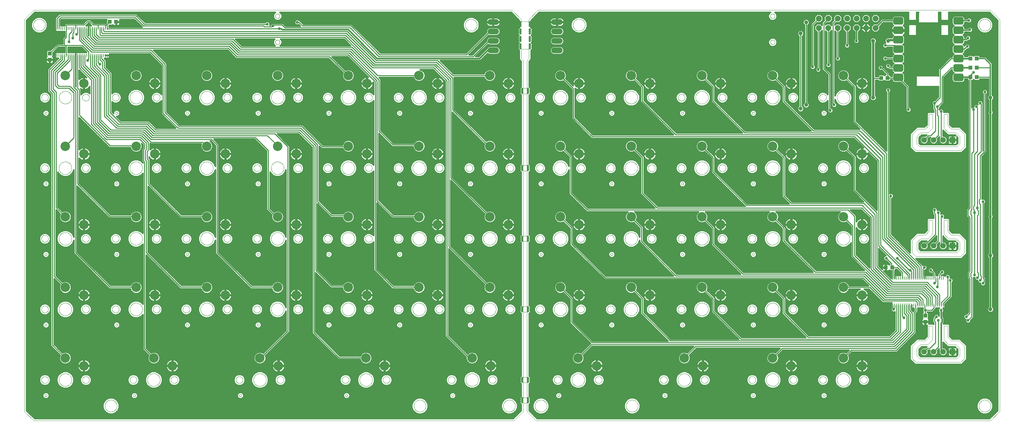
<source format=gbl>
G75*
%MOIN*%
%OFA0B0*%
%FSLAX25Y25*%
%IPPOS*%
%LPD*%
%AMOC8*
5,1,8,0,0,1.08239X$1,22.5*
%
%ADD10C,0.00000*%
%ADD11R,0.00787X0.03543*%
%ADD12C,0.10000*%
%ADD13R,0.03937X0.04331*%
%ADD14R,0.04331X0.03937*%
%ADD15C,0.03937*%
%ADD16R,0.05906X0.05906*%
%ADD17C,0.05906*%
%ADD18C,0.06000*%
%ADD19OC8,0.06000*%
%ADD20C,0.01600*%
%ADD21C,0.02969*%
%ADD22C,0.02575*%
%ADD23C,0.01000*%
%ADD24C,0.04134*%
%ADD25C,0.02400*%
%ADD26C,0.01200*%
D10*
X0013611Y0036065D02*
X0003769Y0045907D01*
X0003769Y0461261D01*
X0013611Y0471104D01*
X0519517Y0471104D01*
X0529359Y0461261D01*
X0529359Y0459293D01*
X0537233Y0459293D01*
X0537233Y0461261D01*
X0547076Y0471104D01*
X1025422Y0471104D01*
X1035265Y0461261D01*
X1035265Y0045907D01*
X1025422Y0036065D01*
X0545107Y0036065D01*
X0535265Y0045907D01*
X0535265Y0054765D01*
X0531328Y0054765D01*
X0531328Y0045907D01*
X0521485Y0036065D01*
X0013611Y0036065D01*
X0025343Y0062836D02*
X0025345Y0062905D01*
X0025351Y0062973D01*
X0025361Y0063041D01*
X0025375Y0063108D01*
X0025393Y0063175D01*
X0025414Y0063240D01*
X0025440Y0063304D01*
X0025469Y0063366D01*
X0025501Y0063426D01*
X0025537Y0063485D01*
X0025577Y0063541D01*
X0025619Y0063595D01*
X0025665Y0063646D01*
X0025714Y0063695D01*
X0025765Y0063741D01*
X0025819Y0063783D01*
X0025875Y0063823D01*
X0025933Y0063859D01*
X0025994Y0063891D01*
X0026056Y0063920D01*
X0026120Y0063946D01*
X0026185Y0063967D01*
X0026252Y0063985D01*
X0026319Y0063999D01*
X0026387Y0064009D01*
X0026455Y0064015D01*
X0026524Y0064017D01*
X0026593Y0064015D01*
X0026661Y0064009D01*
X0026729Y0063999D01*
X0026796Y0063985D01*
X0026863Y0063967D01*
X0026928Y0063946D01*
X0026992Y0063920D01*
X0027054Y0063891D01*
X0027114Y0063859D01*
X0027173Y0063823D01*
X0027229Y0063783D01*
X0027283Y0063741D01*
X0027334Y0063695D01*
X0027383Y0063646D01*
X0027429Y0063595D01*
X0027471Y0063541D01*
X0027511Y0063485D01*
X0027547Y0063426D01*
X0027579Y0063366D01*
X0027608Y0063304D01*
X0027634Y0063240D01*
X0027655Y0063175D01*
X0027673Y0063108D01*
X0027687Y0063041D01*
X0027697Y0062973D01*
X0027703Y0062905D01*
X0027705Y0062836D01*
X0027703Y0062767D01*
X0027697Y0062699D01*
X0027687Y0062631D01*
X0027673Y0062564D01*
X0027655Y0062497D01*
X0027634Y0062432D01*
X0027608Y0062368D01*
X0027579Y0062306D01*
X0027547Y0062245D01*
X0027511Y0062187D01*
X0027471Y0062131D01*
X0027429Y0062077D01*
X0027383Y0062026D01*
X0027334Y0061977D01*
X0027283Y0061931D01*
X0027229Y0061889D01*
X0027173Y0061849D01*
X0027115Y0061813D01*
X0027054Y0061781D01*
X0026992Y0061752D01*
X0026928Y0061726D01*
X0026863Y0061705D01*
X0026796Y0061687D01*
X0026729Y0061673D01*
X0026661Y0061663D01*
X0026593Y0061657D01*
X0026524Y0061655D01*
X0026455Y0061657D01*
X0026387Y0061663D01*
X0026319Y0061673D01*
X0026252Y0061687D01*
X0026185Y0061705D01*
X0026120Y0061726D01*
X0026056Y0061752D01*
X0025994Y0061781D01*
X0025933Y0061813D01*
X0025875Y0061849D01*
X0025819Y0061889D01*
X0025765Y0061931D01*
X0025714Y0061977D01*
X0025665Y0062026D01*
X0025619Y0062077D01*
X0025577Y0062131D01*
X0025537Y0062187D01*
X0025501Y0062245D01*
X0025469Y0062306D01*
X0025440Y0062368D01*
X0025414Y0062432D01*
X0025393Y0062497D01*
X0025375Y0062564D01*
X0025361Y0062631D01*
X0025351Y0062699D01*
X0025345Y0062767D01*
X0025343Y0062836D01*
X0021780Y0079372D02*
X0021782Y0079492D01*
X0021788Y0079613D01*
X0021798Y0079733D01*
X0021812Y0079852D01*
X0021830Y0079971D01*
X0021851Y0080090D01*
X0021877Y0080208D01*
X0021907Y0080324D01*
X0021940Y0080440D01*
X0021977Y0080555D01*
X0022018Y0080668D01*
X0022063Y0080780D01*
X0022111Y0080890D01*
X0022163Y0080999D01*
X0022219Y0081105D01*
X0022278Y0081210D01*
X0022341Y0081313D01*
X0022406Y0081414D01*
X0022476Y0081513D01*
X0022548Y0081609D01*
X0022623Y0081703D01*
X0022702Y0081794D01*
X0022784Y0081883D01*
X0022868Y0081968D01*
X0022955Y0082052D01*
X0023045Y0082132D01*
X0023138Y0082209D01*
X0023233Y0082283D01*
X0023330Y0082353D01*
X0023430Y0082421D01*
X0023532Y0082485D01*
X0023636Y0082546D01*
X0023742Y0082603D01*
X0023850Y0082657D01*
X0023959Y0082707D01*
X0024070Y0082754D01*
X0024183Y0082797D01*
X0024297Y0082836D01*
X0024412Y0082871D01*
X0024528Y0082903D01*
X0024645Y0082930D01*
X0024763Y0082954D01*
X0024882Y0082974D01*
X0025001Y0082990D01*
X0025121Y0083002D01*
X0025241Y0083010D01*
X0025362Y0083014D01*
X0025482Y0083014D01*
X0025603Y0083010D01*
X0025723Y0083002D01*
X0025843Y0082990D01*
X0025962Y0082974D01*
X0026081Y0082954D01*
X0026199Y0082930D01*
X0026316Y0082903D01*
X0026432Y0082871D01*
X0026547Y0082836D01*
X0026661Y0082797D01*
X0026774Y0082754D01*
X0026885Y0082707D01*
X0026994Y0082657D01*
X0027102Y0082603D01*
X0027208Y0082546D01*
X0027312Y0082485D01*
X0027414Y0082421D01*
X0027514Y0082353D01*
X0027611Y0082283D01*
X0027706Y0082209D01*
X0027799Y0082132D01*
X0027889Y0082052D01*
X0027976Y0081968D01*
X0028060Y0081883D01*
X0028142Y0081794D01*
X0028221Y0081703D01*
X0028296Y0081609D01*
X0028368Y0081513D01*
X0028438Y0081414D01*
X0028503Y0081313D01*
X0028566Y0081210D01*
X0028625Y0081105D01*
X0028681Y0080999D01*
X0028733Y0080890D01*
X0028781Y0080780D01*
X0028826Y0080668D01*
X0028867Y0080555D01*
X0028904Y0080440D01*
X0028937Y0080324D01*
X0028967Y0080208D01*
X0028993Y0080090D01*
X0029014Y0079971D01*
X0029032Y0079852D01*
X0029046Y0079733D01*
X0029056Y0079613D01*
X0029062Y0079492D01*
X0029064Y0079372D01*
X0029062Y0079252D01*
X0029056Y0079131D01*
X0029046Y0079011D01*
X0029032Y0078892D01*
X0029014Y0078773D01*
X0028993Y0078654D01*
X0028967Y0078536D01*
X0028937Y0078420D01*
X0028904Y0078304D01*
X0028867Y0078189D01*
X0028826Y0078076D01*
X0028781Y0077964D01*
X0028733Y0077854D01*
X0028681Y0077745D01*
X0028625Y0077639D01*
X0028566Y0077534D01*
X0028503Y0077431D01*
X0028438Y0077330D01*
X0028368Y0077231D01*
X0028296Y0077135D01*
X0028221Y0077041D01*
X0028142Y0076950D01*
X0028060Y0076861D01*
X0027976Y0076776D01*
X0027889Y0076692D01*
X0027799Y0076612D01*
X0027706Y0076535D01*
X0027611Y0076461D01*
X0027514Y0076391D01*
X0027414Y0076323D01*
X0027312Y0076259D01*
X0027208Y0076198D01*
X0027102Y0076141D01*
X0026994Y0076087D01*
X0026885Y0076037D01*
X0026774Y0075990D01*
X0026661Y0075947D01*
X0026547Y0075908D01*
X0026432Y0075873D01*
X0026316Y0075841D01*
X0026199Y0075814D01*
X0026081Y0075790D01*
X0025962Y0075770D01*
X0025843Y0075754D01*
X0025723Y0075742D01*
X0025603Y0075734D01*
X0025482Y0075730D01*
X0025362Y0075730D01*
X0025241Y0075734D01*
X0025121Y0075742D01*
X0025001Y0075754D01*
X0024882Y0075770D01*
X0024763Y0075790D01*
X0024645Y0075814D01*
X0024528Y0075841D01*
X0024412Y0075873D01*
X0024297Y0075908D01*
X0024183Y0075947D01*
X0024070Y0075990D01*
X0023959Y0076037D01*
X0023850Y0076087D01*
X0023742Y0076141D01*
X0023636Y0076198D01*
X0023532Y0076259D01*
X0023430Y0076323D01*
X0023330Y0076391D01*
X0023233Y0076461D01*
X0023138Y0076535D01*
X0023045Y0076612D01*
X0022955Y0076692D01*
X0022868Y0076776D01*
X0022784Y0076861D01*
X0022702Y0076950D01*
X0022623Y0077041D01*
X0022548Y0077135D01*
X0022476Y0077231D01*
X0022406Y0077330D01*
X0022341Y0077431D01*
X0022278Y0077534D01*
X0022219Y0077639D01*
X0022163Y0077745D01*
X0022111Y0077854D01*
X0022063Y0077964D01*
X0022018Y0078076D01*
X0021977Y0078189D01*
X0021940Y0078304D01*
X0021907Y0078420D01*
X0021877Y0078536D01*
X0021851Y0078654D01*
X0021830Y0078773D01*
X0021812Y0078892D01*
X0021798Y0079011D01*
X0021788Y0079131D01*
X0021782Y0079252D01*
X0021780Y0079372D01*
X0040383Y0079372D02*
X0040385Y0079536D01*
X0040391Y0079700D01*
X0040401Y0079864D01*
X0040415Y0080028D01*
X0040433Y0080191D01*
X0040455Y0080354D01*
X0040482Y0080516D01*
X0040512Y0080678D01*
X0040546Y0080838D01*
X0040584Y0080998D01*
X0040625Y0081157D01*
X0040671Y0081315D01*
X0040721Y0081471D01*
X0040774Y0081627D01*
X0040831Y0081781D01*
X0040892Y0081933D01*
X0040957Y0082084D01*
X0041026Y0082234D01*
X0041098Y0082381D01*
X0041173Y0082527D01*
X0041253Y0082671D01*
X0041335Y0082813D01*
X0041421Y0082953D01*
X0041511Y0083090D01*
X0041604Y0083226D01*
X0041700Y0083359D01*
X0041800Y0083490D01*
X0041902Y0083618D01*
X0042008Y0083744D01*
X0042117Y0083867D01*
X0042229Y0083987D01*
X0042343Y0084105D01*
X0042461Y0084219D01*
X0042581Y0084331D01*
X0042704Y0084440D01*
X0042830Y0084546D01*
X0042958Y0084648D01*
X0043089Y0084748D01*
X0043222Y0084844D01*
X0043358Y0084937D01*
X0043495Y0085027D01*
X0043635Y0085113D01*
X0043777Y0085195D01*
X0043921Y0085275D01*
X0044067Y0085350D01*
X0044214Y0085422D01*
X0044364Y0085491D01*
X0044515Y0085556D01*
X0044667Y0085617D01*
X0044821Y0085674D01*
X0044977Y0085727D01*
X0045133Y0085777D01*
X0045291Y0085823D01*
X0045450Y0085864D01*
X0045610Y0085902D01*
X0045770Y0085936D01*
X0045932Y0085966D01*
X0046094Y0085993D01*
X0046257Y0086015D01*
X0046420Y0086033D01*
X0046584Y0086047D01*
X0046748Y0086057D01*
X0046912Y0086063D01*
X0047076Y0086065D01*
X0047240Y0086063D01*
X0047404Y0086057D01*
X0047568Y0086047D01*
X0047732Y0086033D01*
X0047895Y0086015D01*
X0048058Y0085993D01*
X0048220Y0085966D01*
X0048382Y0085936D01*
X0048542Y0085902D01*
X0048702Y0085864D01*
X0048861Y0085823D01*
X0049019Y0085777D01*
X0049175Y0085727D01*
X0049331Y0085674D01*
X0049485Y0085617D01*
X0049637Y0085556D01*
X0049788Y0085491D01*
X0049938Y0085422D01*
X0050085Y0085350D01*
X0050231Y0085275D01*
X0050375Y0085195D01*
X0050517Y0085113D01*
X0050657Y0085027D01*
X0050794Y0084937D01*
X0050930Y0084844D01*
X0051063Y0084748D01*
X0051194Y0084648D01*
X0051322Y0084546D01*
X0051448Y0084440D01*
X0051571Y0084331D01*
X0051691Y0084219D01*
X0051809Y0084105D01*
X0051923Y0083987D01*
X0052035Y0083867D01*
X0052144Y0083744D01*
X0052250Y0083618D01*
X0052352Y0083490D01*
X0052452Y0083359D01*
X0052548Y0083226D01*
X0052641Y0083090D01*
X0052731Y0082953D01*
X0052817Y0082813D01*
X0052899Y0082671D01*
X0052979Y0082527D01*
X0053054Y0082381D01*
X0053126Y0082234D01*
X0053195Y0082084D01*
X0053260Y0081933D01*
X0053321Y0081781D01*
X0053378Y0081627D01*
X0053431Y0081471D01*
X0053481Y0081315D01*
X0053527Y0081157D01*
X0053568Y0080998D01*
X0053606Y0080838D01*
X0053640Y0080678D01*
X0053670Y0080516D01*
X0053697Y0080354D01*
X0053719Y0080191D01*
X0053737Y0080028D01*
X0053751Y0079864D01*
X0053761Y0079700D01*
X0053767Y0079536D01*
X0053769Y0079372D01*
X0053767Y0079208D01*
X0053761Y0079044D01*
X0053751Y0078880D01*
X0053737Y0078716D01*
X0053719Y0078553D01*
X0053697Y0078390D01*
X0053670Y0078228D01*
X0053640Y0078066D01*
X0053606Y0077906D01*
X0053568Y0077746D01*
X0053527Y0077587D01*
X0053481Y0077429D01*
X0053431Y0077273D01*
X0053378Y0077117D01*
X0053321Y0076963D01*
X0053260Y0076811D01*
X0053195Y0076660D01*
X0053126Y0076510D01*
X0053054Y0076363D01*
X0052979Y0076217D01*
X0052899Y0076073D01*
X0052817Y0075931D01*
X0052731Y0075791D01*
X0052641Y0075654D01*
X0052548Y0075518D01*
X0052452Y0075385D01*
X0052352Y0075254D01*
X0052250Y0075126D01*
X0052144Y0075000D01*
X0052035Y0074877D01*
X0051923Y0074757D01*
X0051809Y0074639D01*
X0051691Y0074525D01*
X0051571Y0074413D01*
X0051448Y0074304D01*
X0051322Y0074198D01*
X0051194Y0074096D01*
X0051063Y0073996D01*
X0050930Y0073900D01*
X0050794Y0073807D01*
X0050657Y0073717D01*
X0050517Y0073631D01*
X0050375Y0073549D01*
X0050231Y0073469D01*
X0050085Y0073394D01*
X0049938Y0073322D01*
X0049788Y0073253D01*
X0049637Y0073188D01*
X0049485Y0073127D01*
X0049331Y0073070D01*
X0049175Y0073017D01*
X0049019Y0072967D01*
X0048861Y0072921D01*
X0048702Y0072880D01*
X0048542Y0072842D01*
X0048382Y0072808D01*
X0048220Y0072778D01*
X0048058Y0072751D01*
X0047895Y0072729D01*
X0047732Y0072711D01*
X0047568Y0072697D01*
X0047404Y0072687D01*
X0047240Y0072681D01*
X0047076Y0072679D01*
X0046912Y0072681D01*
X0046748Y0072687D01*
X0046584Y0072697D01*
X0046420Y0072711D01*
X0046257Y0072729D01*
X0046094Y0072751D01*
X0045932Y0072778D01*
X0045770Y0072808D01*
X0045610Y0072842D01*
X0045450Y0072880D01*
X0045291Y0072921D01*
X0045133Y0072967D01*
X0044977Y0073017D01*
X0044821Y0073070D01*
X0044667Y0073127D01*
X0044515Y0073188D01*
X0044364Y0073253D01*
X0044214Y0073322D01*
X0044067Y0073394D01*
X0043921Y0073469D01*
X0043777Y0073549D01*
X0043635Y0073631D01*
X0043495Y0073717D01*
X0043358Y0073807D01*
X0043222Y0073900D01*
X0043089Y0073996D01*
X0042958Y0074096D01*
X0042830Y0074198D01*
X0042704Y0074304D01*
X0042581Y0074413D01*
X0042461Y0074525D01*
X0042343Y0074639D01*
X0042229Y0074757D01*
X0042117Y0074877D01*
X0042008Y0075000D01*
X0041902Y0075126D01*
X0041800Y0075254D01*
X0041700Y0075385D01*
X0041604Y0075518D01*
X0041511Y0075654D01*
X0041421Y0075791D01*
X0041335Y0075931D01*
X0041253Y0076073D01*
X0041173Y0076217D01*
X0041098Y0076363D01*
X0041026Y0076510D01*
X0040957Y0076660D01*
X0040892Y0076811D01*
X0040831Y0076963D01*
X0040774Y0077117D01*
X0040721Y0077273D01*
X0040671Y0077429D01*
X0040625Y0077587D01*
X0040584Y0077746D01*
X0040546Y0077906D01*
X0040512Y0078066D01*
X0040482Y0078228D01*
X0040455Y0078390D01*
X0040433Y0078553D01*
X0040415Y0078716D01*
X0040401Y0078880D01*
X0040391Y0079044D01*
X0040385Y0079208D01*
X0040383Y0079372D01*
X0065087Y0079372D02*
X0065089Y0079492D01*
X0065095Y0079613D01*
X0065105Y0079733D01*
X0065119Y0079852D01*
X0065137Y0079971D01*
X0065158Y0080090D01*
X0065184Y0080208D01*
X0065214Y0080324D01*
X0065247Y0080440D01*
X0065284Y0080555D01*
X0065325Y0080668D01*
X0065370Y0080780D01*
X0065418Y0080890D01*
X0065470Y0080999D01*
X0065526Y0081105D01*
X0065585Y0081210D01*
X0065648Y0081313D01*
X0065713Y0081414D01*
X0065783Y0081513D01*
X0065855Y0081609D01*
X0065930Y0081703D01*
X0066009Y0081794D01*
X0066091Y0081883D01*
X0066175Y0081968D01*
X0066262Y0082052D01*
X0066352Y0082132D01*
X0066445Y0082209D01*
X0066540Y0082283D01*
X0066637Y0082353D01*
X0066737Y0082421D01*
X0066839Y0082485D01*
X0066943Y0082546D01*
X0067049Y0082603D01*
X0067157Y0082657D01*
X0067266Y0082707D01*
X0067377Y0082754D01*
X0067490Y0082797D01*
X0067604Y0082836D01*
X0067719Y0082871D01*
X0067835Y0082903D01*
X0067952Y0082930D01*
X0068070Y0082954D01*
X0068189Y0082974D01*
X0068308Y0082990D01*
X0068428Y0083002D01*
X0068548Y0083010D01*
X0068669Y0083014D01*
X0068789Y0083014D01*
X0068910Y0083010D01*
X0069030Y0083002D01*
X0069150Y0082990D01*
X0069269Y0082974D01*
X0069388Y0082954D01*
X0069506Y0082930D01*
X0069623Y0082903D01*
X0069739Y0082871D01*
X0069854Y0082836D01*
X0069968Y0082797D01*
X0070081Y0082754D01*
X0070192Y0082707D01*
X0070301Y0082657D01*
X0070409Y0082603D01*
X0070515Y0082546D01*
X0070619Y0082485D01*
X0070721Y0082421D01*
X0070821Y0082353D01*
X0070918Y0082283D01*
X0071013Y0082209D01*
X0071106Y0082132D01*
X0071196Y0082052D01*
X0071283Y0081968D01*
X0071367Y0081883D01*
X0071449Y0081794D01*
X0071528Y0081703D01*
X0071603Y0081609D01*
X0071675Y0081513D01*
X0071745Y0081414D01*
X0071810Y0081313D01*
X0071873Y0081210D01*
X0071932Y0081105D01*
X0071988Y0080999D01*
X0072040Y0080890D01*
X0072088Y0080780D01*
X0072133Y0080668D01*
X0072174Y0080555D01*
X0072211Y0080440D01*
X0072244Y0080324D01*
X0072274Y0080208D01*
X0072300Y0080090D01*
X0072321Y0079971D01*
X0072339Y0079852D01*
X0072353Y0079733D01*
X0072363Y0079613D01*
X0072369Y0079492D01*
X0072371Y0079372D01*
X0072369Y0079252D01*
X0072363Y0079131D01*
X0072353Y0079011D01*
X0072339Y0078892D01*
X0072321Y0078773D01*
X0072300Y0078654D01*
X0072274Y0078536D01*
X0072244Y0078420D01*
X0072211Y0078304D01*
X0072174Y0078189D01*
X0072133Y0078076D01*
X0072088Y0077964D01*
X0072040Y0077854D01*
X0071988Y0077745D01*
X0071932Y0077639D01*
X0071873Y0077534D01*
X0071810Y0077431D01*
X0071745Y0077330D01*
X0071675Y0077231D01*
X0071603Y0077135D01*
X0071528Y0077041D01*
X0071449Y0076950D01*
X0071367Y0076861D01*
X0071283Y0076776D01*
X0071196Y0076692D01*
X0071106Y0076612D01*
X0071013Y0076535D01*
X0070918Y0076461D01*
X0070821Y0076391D01*
X0070721Y0076323D01*
X0070619Y0076259D01*
X0070515Y0076198D01*
X0070409Y0076141D01*
X0070301Y0076087D01*
X0070192Y0076037D01*
X0070081Y0075990D01*
X0069968Y0075947D01*
X0069854Y0075908D01*
X0069739Y0075873D01*
X0069623Y0075841D01*
X0069506Y0075814D01*
X0069388Y0075790D01*
X0069269Y0075770D01*
X0069150Y0075754D01*
X0069030Y0075742D01*
X0068910Y0075734D01*
X0068789Y0075730D01*
X0068669Y0075730D01*
X0068548Y0075734D01*
X0068428Y0075742D01*
X0068308Y0075754D01*
X0068189Y0075770D01*
X0068070Y0075790D01*
X0067952Y0075814D01*
X0067835Y0075841D01*
X0067719Y0075873D01*
X0067604Y0075908D01*
X0067490Y0075947D01*
X0067377Y0075990D01*
X0067266Y0076037D01*
X0067157Y0076087D01*
X0067049Y0076141D01*
X0066943Y0076198D01*
X0066839Y0076259D01*
X0066737Y0076323D01*
X0066637Y0076391D01*
X0066540Y0076461D01*
X0066445Y0076535D01*
X0066352Y0076612D01*
X0066262Y0076692D01*
X0066175Y0076776D01*
X0066091Y0076861D01*
X0066009Y0076950D01*
X0065930Y0077041D01*
X0065855Y0077135D01*
X0065783Y0077231D01*
X0065713Y0077330D01*
X0065648Y0077431D01*
X0065585Y0077534D01*
X0065526Y0077639D01*
X0065470Y0077745D01*
X0065418Y0077854D01*
X0065370Y0077964D01*
X0065325Y0078076D01*
X0065284Y0078189D01*
X0065247Y0078304D01*
X0065214Y0078420D01*
X0065184Y0078536D01*
X0065158Y0078654D01*
X0065137Y0078773D01*
X0065119Y0078892D01*
X0065105Y0079011D01*
X0065095Y0079131D01*
X0065089Y0079252D01*
X0065087Y0079372D01*
X0089005Y0051813D02*
X0089007Y0051971D01*
X0089013Y0052129D01*
X0089023Y0052287D01*
X0089037Y0052445D01*
X0089055Y0052602D01*
X0089076Y0052759D01*
X0089102Y0052915D01*
X0089132Y0053071D01*
X0089165Y0053226D01*
X0089203Y0053379D01*
X0089244Y0053532D01*
X0089289Y0053684D01*
X0089338Y0053835D01*
X0089391Y0053984D01*
X0089447Y0054132D01*
X0089507Y0054278D01*
X0089571Y0054423D01*
X0089639Y0054566D01*
X0089710Y0054708D01*
X0089784Y0054848D01*
X0089862Y0054985D01*
X0089944Y0055121D01*
X0090028Y0055255D01*
X0090117Y0055386D01*
X0090208Y0055515D01*
X0090303Y0055642D01*
X0090400Y0055767D01*
X0090501Y0055889D01*
X0090605Y0056008D01*
X0090712Y0056125D01*
X0090822Y0056239D01*
X0090935Y0056350D01*
X0091050Y0056459D01*
X0091168Y0056564D01*
X0091289Y0056666D01*
X0091412Y0056766D01*
X0091538Y0056862D01*
X0091666Y0056955D01*
X0091796Y0057045D01*
X0091929Y0057131D01*
X0092064Y0057215D01*
X0092200Y0057294D01*
X0092339Y0057371D01*
X0092480Y0057443D01*
X0092622Y0057513D01*
X0092766Y0057578D01*
X0092912Y0057640D01*
X0093059Y0057698D01*
X0093208Y0057753D01*
X0093358Y0057804D01*
X0093509Y0057851D01*
X0093661Y0057894D01*
X0093814Y0057933D01*
X0093969Y0057969D01*
X0094124Y0058000D01*
X0094280Y0058028D01*
X0094436Y0058052D01*
X0094593Y0058072D01*
X0094751Y0058088D01*
X0094908Y0058100D01*
X0095067Y0058108D01*
X0095225Y0058112D01*
X0095383Y0058112D01*
X0095541Y0058108D01*
X0095700Y0058100D01*
X0095857Y0058088D01*
X0096015Y0058072D01*
X0096172Y0058052D01*
X0096328Y0058028D01*
X0096484Y0058000D01*
X0096639Y0057969D01*
X0096794Y0057933D01*
X0096947Y0057894D01*
X0097099Y0057851D01*
X0097250Y0057804D01*
X0097400Y0057753D01*
X0097549Y0057698D01*
X0097696Y0057640D01*
X0097842Y0057578D01*
X0097986Y0057513D01*
X0098128Y0057443D01*
X0098269Y0057371D01*
X0098408Y0057294D01*
X0098544Y0057215D01*
X0098679Y0057131D01*
X0098812Y0057045D01*
X0098942Y0056955D01*
X0099070Y0056862D01*
X0099196Y0056766D01*
X0099319Y0056666D01*
X0099440Y0056564D01*
X0099558Y0056459D01*
X0099673Y0056350D01*
X0099786Y0056239D01*
X0099896Y0056125D01*
X0100003Y0056008D01*
X0100107Y0055889D01*
X0100208Y0055767D01*
X0100305Y0055642D01*
X0100400Y0055515D01*
X0100491Y0055386D01*
X0100580Y0055255D01*
X0100664Y0055121D01*
X0100746Y0054985D01*
X0100824Y0054848D01*
X0100898Y0054708D01*
X0100969Y0054566D01*
X0101037Y0054423D01*
X0101101Y0054278D01*
X0101161Y0054132D01*
X0101217Y0053984D01*
X0101270Y0053835D01*
X0101319Y0053684D01*
X0101364Y0053532D01*
X0101405Y0053379D01*
X0101443Y0053226D01*
X0101476Y0053071D01*
X0101506Y0052915D01*
X0101532Y0052759D01*
X0101553Y0052602D01*
X0101571Y0052445D01*
X0101585Y0052287D01*
X0101595Y0052129D01*
X0101601Y0051971D01*
X0101603Y0051813D01*
X0101601Y0051655D01*
X0101595Y0051497D01*
X0101585Y0051339D01*
X0101571Y0051181D01*
X0101553Y0051024D01*
X0101532Y0050867D01*
X0101506Y0050711D01*
X0101476Y0050555D01*
X0101443Y0050400D01*
X0101405Y0050247D01*
X0101364Y0050094D01*
X0101319Y0049942D01*
X0101270Y0049791D01*
X0101217Y0049642D01*
X0101161Y0049494D01*
X0101101Y0049348D01*
X0101037Y0049203D01*
X0100969Y0049060D01*
X0100898Y0048918D01*
X0100824Y0048778D01*
X0100746Y0048641D01*
X0100664Y0048505D01*
X0100580Y0048371D01*
X0100491Y0048240D01*
X0100400Y0048111D01*
X0100305Y0047984D01*
X0100208Y0047859D01*
X0100107Y0047737D01*
X0100003Y0047618D01*
X0099896Y0047501D01*
X0099786Y0047387D01*
X0099673Y0047276D01*
X0099558Y0047167D01*
X0099440Y0047062D01*
X0099319Y0046960D01*
X0099196Y0046860D01*
X0099070Y0046764D01*
X0098942Y0046671D01*
X0098812Y0046581D01*
X0098679Y0046495D01*
X0098544Y0046411D01*
X0098408Y0046332D01*
X0098269Y0046255D01*
X0098128Y0046183D01*
X0097986Y0046113D01*
X0097842Y0046048D01*
X0097696Y0045986D01*
X0097549Y0045928D01*
X0097400Y0045873D01*
X0097250Y0045822D01*
X0097099Y0045775D01*
X0096947Y0045732D01*
X0096794Y0045693D01*
X0096639Y0045657D01*
X0096484Y0045626D01*
X0096328Y0045598D01*
X0096172Y0045574D01*
X0096015Y0045554D01*
X0095857Y0045538D01*
X0095700Y0045526D01*
X0095541Y0045518D01*
X0095383Y0045514D01*
X0095225Y0045514D01*
X0095067Y0045518D01*
X0094908Y0045526D01*
X0094751Y0045538D01*
X0094593Y0045554D01*
X0094436Y0045574D01*
X0094280Y0045598D01*
X0094124Y0045626D01*
X0093969Y0045657D01*
X0093814Y0045693D01*
X0093661Y0045732D01*
X0093509Y0045775D01*
X0093358Y0045822D01*
X0093208Y0045873D01*
X0093059Y0045928D01*
X0092912Y0045986D01*
X0092766Y0046048D01*
X0092622Y0046113D01*
X0092480Y0046183D01*
X0092339Y0046255D01*
X0092200Y0046332D01*
X0092064Y0046411D01*
X0091929Y0046495D01*
X0091796Y0046581D01*
X0091666Y0046671D01*
X0091538Y0046764D01*
X0091412Y0046860D01*
X0091289Y0046960D01*
X0091168Y0047062D01*
X0091050Y0047167D01*
X0090935Y0047276D01*
X0090822Y0047387D01*
X0090712Y0047501D01*
X0090605Y0047618D01*
X0090501Y0047737D01*
X0090400Y0047859D01*
X0090303Y0047984D01*
X0090208Y0048111D01*
X0090117Y0048240D01*
X0090028Y0048371D01*
X0089944Y0048505D01*
X0089862Y0048641D01*
X0089784Y0048778D01*
X0089710Y0048918D01*
X0089639Y0049060D01*
X0089571Y0049203D01*
X0089507Y0049348D01*
X0089447Y0049494D01*
X0089391Y0049642D01*
X0089338Y0049791D01*
X0089289Y0049942D01*
X0089244Y0050094D01*
X0089203Y0050247D01*
X0089165Y0050400D01*
X0089132Y0050555D01*
X0089102Y0050711D01*
X0089076Y0050867D01*
X0089055Y0051024D01*
X0089037Y0051181D01*
X0089023Y0051339D01*
X0089013Y0051497D01*
X0089007Y0051655D01*
X0089005Y0051813D01*
X0118847Y0062836D02*
X0118849Y0062905D01*
X0118855Y0062973D01*
X0118865Y0063041D01*
X0118879Y0063108D01*
X0118897Y0063175D01*
X0118918Y0063240D01*
X0118944Y0063304D01*
X0118973Y0063366D01*
X0119005Y0063426D01*
X0119041Y0063485D01*
X0119081Y0063541D01*
X0119123Y0063595D01*
X0119169Y0063646D01*
X0119218Y0063695D01*
X0119269Y0063741D01*
X0119323Y0063783D01*
X0119379Y0063823D01*
X0119437Y0063859D01*
X0119498Y0063891D01*
X0119560Y0063920D01*
X0119624Y0063946D01*
X0119689Y0063967D01*
X0119756Y0063985D01*
X0119823Y0063999D01*
X0119891Y0064009D01*
X0119959Y0064015D01*
X0120028Y0064017D01*
X0120097Y0064015D01*
X0120165Y0064009D01*
X0120233Y0063999D01*
X0120300Y0063985D01*
X0120367Y0063967D01*
X0120432Y0063946D01*
X0120496Y0063920D01*
X0120558Y0063891D01*
X0120618Y0063859D01*
X0120677Y0063823D01*
X0120733Y0063783D01*
X0120787Y0063741D01*
X0120838Y0063695D01*
X0120887Y0063646D01*
X0120933Y0063595D01*
X0120975Y0063541D01*
X0121015Y0063485D01*
X0121051Y0063426D01*
X0121083Y0063366D01*
X0121112Y0063304D01*
X0121138Y0063240D01*
X0121159Y0063175D01*
X0121177Y0063108D01*
X0121191Y0063041D01*
X0121201Y0062973D01*
X0121207Y0062905D01*
X0121209Y0062836D01*
X0121207Y0062767D01*
X0121201Y0062699D01*
X0121191Y0062631D01*
X0121177Y0062564D01*
X0121159Y0062497D01*
X0121138Y0062432D01*
X0121112Y0062368D01*
X0121083Y0062306D01*
X0121051Y0062245D01*
X0121015Y0062187D01*
X0120975Y0062131D01*
X0120933Y0062077D01*
X0120887Y0062026D01*
X0120838Y0061977D01*
X0120787Y0061931D01*
X0120733Y0061889D01*
X0120677Y0061849D01*
X0120619Y0061813D01*
X0120558Y0061781D01*
X0120496Y0061752D01*
X0120432Y0061726D01*
X0120367Y0061705D01*
X0120300Y0061687D01*
X0120233Y0061673D01*
X0120165Y0061663D01*
X0120097Y0061657D01*
X0120028Y0061655D01*
X0119959Y0061657D01*
X0119891Y0061663D01*
X0119823Y0061673D01*
X0119756Y0061687D01*
X0119689Y0061705D01*
X0119624Y0061726D01*
X0119560Y0061752D01*
X0119498Y0061781D01*
X0119437Y0061813D01*
X0119379Y0061849D01*
X0119323Y0061889D01*
X0119269Y0061931D01*
X0119218Y0061977D01*
X0119169Y0062026D01*
X0119123Y0062077D01*
X0119081Y0062131D01*
X0119041Y0062187D01*
X0119005Y0062245D01*
X0118973Y0062306D01*
X0118944Y0062368D01*
X0118918Y0062432D01*
X0118897Y0062497D01*
X0118879Y0062564D01*
X0118865Y0062631D01*
X0118855Y0062699D01*
X0118849Y0062767D01*
X0118847Y0062836D01*
X0115284Y0079372D02*
X0115286Y0079492D01*
X0115292Y0079613D01*
X0115302Y0079733D01*
X0115316Y0079852D01*
X0115334Y0079971D01*
X0115355Y0080090D01*
X0115381Y0080208D01*
X0115411Y0080324D01*
X0115444Y0080440D01*
X0115481Y0080555D01*
X0115522Y0080668D01*
X0115567Y0080780D01*
X0115615Y0080890D01*
X0115667Y0080999D01*
X0115723Y0081105D01*
X0115782Y0081210D01*
X0115845Y0081313D01*
X0115910Y0081414D01*
X0115980Y0081513D01*
X0116052Y0081609D01*
X0116127Y0081703D01*
X0116206Y0081794D01*
X0116288Y0081883D01*
X0116372Y0081968D01*
X0116459Y0082052D01*
X0116549Y0082132D01*
X0116642Y0082209D01*
X0116737Y0082283D01*
X0116834Y0082353D01*
X0116934Y0082421D01*
X0117036Y0082485D01*
X0117140Y0082546D01*
X0117246Y0082603D01*
X0117354Y0082657D01*
X0117463Y0082707D01*
X0117574Y0082754D01*
X0117687Y0082797D01*
X0117801Y0082836D01*
X0117916Y0082871D01*
X0118032Y0082903D01*
X0118149Y0082930D01*
X0118267Y0082954D01*
X0118386Y0082974D01*
X0118505Y0082990D01*
X0118625Y0083002D01*
X0118745Y0083010D01*
X0118866Y0083014D01*
X0118986Y0083014D01*
X0119107Y0083010D01*
X0119227Y0083002D01*
X0119347Y0082990D01*
X0119466Y0082974D01*
X0119585Y0082954D01*
X0119703Y0082930D01*
X0119820Y0082903D01*
X0119936Y0082871D01*
X0120051Y0082836D01*
X0120165Y0082797D01*
X0120278Y0082754D01*
X0120389Y0082707D01*
X0120498Y0082657D01*
X0120606Y0082603D01*
X0120712Y0082546D01*
X0120816Y0082485D01*
X0120918Y0082421D01*
X0121018Y0082353D01*
X0121115Y0082283D01*
X0121210Y0082209D01*
X0121303Y0082132D01*
X0121393Y0082052D01*
X0121480Y0081968D01*
X0121564Y0081883D01*
X0121646Y0081794D01*
X0121725Y0081703D01*
X0121800Y0081609D01*
X0121872Y0081513D01*
X0121942Y0081414D01*
X0122007Y0081313D01*
X0122070Y0081210D01*
X0122129Y0081105D01*
X0122185Y0080999D01*
X0122237Y0080890D01*
X0122285Y0080780D01*
X0122330Y0080668D01*
X0122371Y0080555D01*
X0122408Y0080440D01*
X0122441Y0080324D01*
X0122471Y0080208D01*
X0122497Y0080090D01*
X0122518Y0079971D01*
X0122536Y0079852D01*
X0122550Y0079733D01*
X0122560Y0079613D01*
X0122566Y0079492D01*
X0122568Y0079372D01*
X0122566Y0079252D01*
X0122560Y0079131D01*
X0122550Y0079011D01*
X0122536Y0078892D01*
X0122518Y0078773D01*
X0122497Y0078654D01*
X0122471Y0078536D01*
X0122441Y0078420D01*
X0122408Y0078304D01*
X0122371Y0078189D01*
X0122330Y0078076D01*
X0122285Y0077964D01*
X0122237Y0077854D01*
X0122185Y0077745D01*
X0122129Y0077639D01*
X0122070Y0077534D01*
X0122007Y0077431D01*
X0121942Y0077330D01*
X0121872Y0077231D01*
X0121800Y0077135D01*
X0121725Y0077041D01*
X0121646Y0076950D01*
X0121564Y0076861D01*
X0121480Y0076776D01*
X0121393Y0076692D01*
X0121303Y0076612D01*
X0121210Y0076535D01*
X0121115Y0076461D01*
X0121018Y0076391D01*
X0120918Y0076323D01*
X0120816Y0076259D01*
X0120712Y0076198D01*
X0120606Y0076141D01*
X0120498Y0076087D01*
X0120389Y0076037D01*
X0120278Y0075990D01*
X0120165Y0075947D01*
X0120051Y0075908D01*
X0119936Y0075873D01*
X0119820Y0075841D01*
X0119703Y0075814D01*
X0119585Y0075790D01*
X0119466Y0075770D01*
X0119347Y0075754D01*
X0119227Y0075742D01*
X0119107Y0075734D01*
X0118986Y0075730D01*
X0118866Y0075730D01*
X0118745Y0075734D01*
X0118625Y0075742D01*
X0118505Y0075754D01*
X0118386Y0075770D01*
X0118267Y0075790D01*
X0118149Y0075814D01*
X0118032Y0075841D01*
X0117916Y0075873D01*
X0117801Y0075908D01*
X0117687Y0075947D01*
X0117574Y0075990D01*
X0117463Y0076037D01*
X0117354Y0076087D01*
X0117246Y0076141D01*
X0117140Y0076198D01*
X0117036Y0076259D01*
X0116934Y0076323D01*
X0116834Y0076391D01*
X0116737Y0076461D01*
X0116642Y0076535D01*
X0116549Y0076612D01*
X0116459Y0076692D01*
X0116372Y0076776D01*
X0116288Y0076861D01*
X0116206Y0076950D01*
X0116127Y0077041D01*
X0116052Y0077135D01*
X0115980Y0077231D01*
X0115910Y0077330D01*
X0115845Y0077431D01*
X0115782Y0077534D01*
X0115723Y0077639D01*
X0115667Y0077745D01*
X0115615Y0077854D01*
X0115567Y0077964D01*
X0115522Y0078076D01*
X0115481Y0078189D01*
X0115444Y0078304D01*
X0115411Y0078420D01*
X0115381Y0078536D01*
X0115355Y0078654D01*
X0115334Y0078773D01*
X0115316Y0078892D01*
X0115302Y0079011D01*
X0115292Y0079131D01*
X0115286Y0079252D01*
X0115284Y0079372D01*
X0133887Y0079372D02*
X0133889Y0079536D01*
X0133895Y0079700D01*
X0133905Y0079864D01*
X0133919Y0080028D01*
X0133937Y0080191D01*
X0133959Y0080354D01*
X0133986Y0080516D01*
X0134016Y0080678D01*
X0134050Y0080838D01*
X0134088Y0080998D01*
X0134129Y0081157D01*
X0134175Y0081315D01*
X0134225Y0081471D01*
X0134278Y0081627D01*
X0134335Y0081781D01*
X0134396Y0081933D01*
X0134461Y0082084D01*
X0134530Y0082234D01*
X0134602Y0082381D01*
X0134677Y0082527D01*
X0134757Y0082671D01*
X0134839Y0082813D01*
X0134925Y0082953D01*
X0135015Y0083090D01*
X0135108Y0083226D01*
X0135204Y0083359D01*
X0135304Y0083490D01*
X0135406Y0083618D01*
X0135512Y0083744D01*
X0135621Y0083867D01*
X0135733Y0083987D01*
X0135847Y0084105D01*
X0135965Y0084219D01*
X0136085Y0084331D01*
X0136208Y0084440D01*
X0136334Y0084546D01*
X0136462Y0084648D01*
X0136593Y0084748D01*
X0136726Y0084844D01*
X0136862Y0084937D01*
X0136999Y0085027D01*
X0137139Y0085113D01*
X0137281Y0085195D01*
X0137425Y0085275D01*
X0137571Y0085350D01*
X0137718Y0085422D01*
X0137868Y0085491D01*
X0138019Y0085556D01*
X0138171Y0085617D01*
X0138325Y0085674D01*
X0138481Y0085727D01*
X0138637Y0085777D01*
X0138795Y0085823D01*
X0138954Y0085864D01*
X0139114Y0085902D01*
X0139274Y0085936D01*
X0139436Y0085966D01*
X0139598Y0085993D01*
X0139761Y0086015D01*
X0139924Y0086033D01*
X0140088Y0086047D01*
X0140252Y0086057D01*
X0140416Y0086063D01*
X0140580Y0086065D01*
X0140744Y0086063D01*
X0140908Y0086057D01*
X0141072Y0086047D01*
X0141236Y0086033D01*
X0141399Y0086015D01*
X0141562Y0085993D01*
X0141724Y0085966D01*
X0141886Y0085936D01*
X0142046Y0085902D01*
X0142206Y0085864D01*
X0142365Y0085823D01*
X0142523Y0085777D01*
X0142679Y0085727D01*
X0142835Y0085674D01*
X0142989Y0085617D01*
X0143141Y0085556D01*
X0143292Y0085491D01*
X0143442Y0085422D01*
X0143589Y0085350D01*
X0143735Y0085275D01*
X0143879Y0085195D01*
X0144021Y0085113D01*
X0144161Y0085027D01*
X0144298Y0084937D01*
X0144434Y0084844D01*
X0144567Y0084748D01*
X0144698Y0084648D01*
X0144826Y0084546D01*
X0144952Y0084440D01*
X0145075Y0084331D01*
X0145195Y0084219D01*
X0145313Y0084105D01*
X0145427Y0083987D01*
X0145539Y0083867D01*
X0145648Y0083744D01*
X0145754Y0083618D01*
X0145856Y0083490D01*
X0145956Y0083359D01*
X0146052Y0083226D01*
X0146145Y0083090D01*
X0146235Y0082953D01*
X0146321Y0082813D01*
X0146403Y0082671D01*
X0146483Y0082527D01*
X0146558Y0082381D01*
X0146630Y0082234D01*
X0146699Y0082084D01*
X0146764Y0081933D01*
X0146825Y0081781D01*
X0146882Y0081627D01*
X0146935Y0081471D01*
X0146985Y0081315D01*
X0147031Y0081157D01*
X0147072Y0080998D01*
X0147110Y0080838D01*
X0147144Y0080678D01*
X0147174Y0080516D01*
X0147201Y0080354D01*
X0147223Y0080191D01*
X0147241Y0080028D01*
X0147255Y0079864D01*
X0147265Y0079700D01*
X0147271Y0079536D01*
X0147273Y0079372D01*
X0147271Y0079208D01*
X0147265Y0079044D01*
X0147255Y0078880D01*
X0147241Y0078716D01*
X0147223Y0078553D01*
X0147201Y0078390D01*
X0147174Y0078228D01*
X0147144Y0078066D01*
X0147110Y0077906D01*
X0147072Y0077746D01*
X0147031Y0077587D01*
X0146985Y0077429D01*
X0146935Y0077273D01*
X0146882Y0077117D01*
X0146825Y0076963D01*
X0146764Y0076811D01*
X0146699Y0076660D01*
X0146630Y0076510D01*
X0146558Y0076363D01*
X0146483Y0076217D01*
X0146403Y0076073D01*
X0146321Y0075931D01*
X0146235Y0075791D01*
X0146145Y0075654D01*
X0146052Y0075518D01*
X0145956Y0075385D01*
X0145856Y0075254D01*
X0145754Y0075126D01*
X0145648Y0075000D01*
X0145539Y0074877D01*
X0145427Y0074757D01*
X0145313Y0074639D01*
X0145195Y0074525D01*
X0145075Y0074413D01*
X0144952Y0074304D01*
X0144826Y0074198D01*
X0144698Y0074096D01*
X0144567Y0073996D01*
X0144434Y0073900D01*
X0144298Y0073807D01*
X0144161Y0073717D01*
X0144021Y0073631D01*
X0143879Y0073549D01*
X0143735Y0073469D01*
X0143589Y0073394D01*
X0143442Y0073322D01*
X0143292Y0073253D01*
X0143141Y0073188D01*
X0142989Y0073127D01*
X0142835Y0073070D01*
X0142679Y0073017D01*
X0142523Y0072967D01*
X0142365Y0072921D01*
X0142206Y0072880D01*
X0142046Y0072842D01*
X0141886Y0072808D01*
X0141724Y0072778D01*
X0141562Y0072751D01*
X0141399Y0072729D01*
X0141236Y0072711D01*
X0141072Y0072697D01*
X0140908Y0072687D01*
X0140744Y0072681D01*
X0140580Y0072679D01*
X0140416Y0072681D01*
X0140252Y0072687D01*
X0140088Y0072697D01*
X0139924Y0072711D01*
X0139761Y0072729D01*
X0139598Y0072751D01*
X0139436Y0072778D01*
X0139274Y0072808D01*
X0139114Y0072842D01*
X0138954Y0072880D01*
X0138795Y0072921D01*
X0138637Y0072967D01*
X0138481Y0073017D01*
X0138325Y0073070D01*
X0138171Y0073127D01*
X0138019Y0073188D01*
X0137868Y0073253D01*
X0137718Y0073322D01*
X0137571Y0073394D01*
X0137425Y0073469D01*
X0137281Y0073549D01*
X0137139Y0073631D01*
X0136999Y0073717D01*
X0136862Y0073807D01*
X0136726Y0073900D01*
X0136593Y0073996D01*
X0136462Y0074096D01*
X0136334Y0074198D01*
X0136208Y0074304D01*
X0136085Y0074413D01*
X0135965Y0074525D01*
X0135847Y0074639D01*
X0135733Y0074757D01*
X0135621Y0074877D01*
X0135512Y0075000D01*
X0135406Y0075126D01*
X0135304Y0075254D01*
X0135204Y0075385D01*
X0135108Y0075518D01*
X0135015Y0075654D01*
X0134925Y0075791D01*
X0134839Y0075931D01*
X0134757Y0076073D01*
X0134677Y0076217D01*
X0134602Y0076363D01*
X0134530Y0076510D01*
X0134461Y0076660D01*
X0134396Y0076811D01*
X0134335Y0076963D01*
X0134278Y0077117D01*
X0134225Y0077273D01*
X0134175Y0077429D01*
X0134129Y0077587D01*
X0134088Y0077746D01*
X0134050Y0077906D01*
X0134016Y0078066D01*
X0133986Y0078228D01*
X0133959Y0078390D01*
X0133937Y0078553D01*
X0133919Y0078716D01*
X0133905Y0078880D01*
X0133895Y0079044D01*
X0133889Y0079208D01*
X0133887Y0079372D01*
X0158591Y0079372D02*
X0158593Y0079492D01*
X0158599Y0079613D01*
X0158609Y0079733D01*
X0158623Y0079852D01*
X0158641Y0079971D01*
X0158662Y0080090D01*
X0158688Y0080208D01*
X0158718Y0080324D01*
X0158751Y0080440D01*
X0158788Y0080555D01*
X0158829Y0080668D01*
X0158874Y0080780D01*
X0158922Y0080890D01*
X0158974Y0080999D01*
X0159030Y0081105D01*
X0159089Y0081210D01*
X0159152Y0081313D01*
X0159217Y0081414D01*
X0159287Y0081513D01*
X0159359Y0081609D01*
X0159434Y0081703D01*
X0159513Y0081794D01*
X0159595Y0081883D01*
X0159679Y0081968D01*
X0159766Y0082052D01*
X0159856Y0082132D01*
X0159949Y0082209D01*
X0160044Y0082283D01*
X0160141Y0082353D01*
X0160241Y0082421D01*
X0160343Y0082485D01*
X0160447Y0082546D01*
X0160553Y0082603D01*
X0160661Y0082657D01*
X0160770Y0082707D01*
X0160881Y0082754D01*
X0160994Y0082797D01*
X0161108Y0082836D01*
X0161223Y0082871D01*
X0161339Y0082903D01*
X0161456Y0082930D01*
X0161574Y0082954D01*
X0161693Y0082974D01*
X0161812Y0082990D01*
X0161932Y0083002D01*
X0162052Y0083010D01*
X0162173Y0083014D01*
X0162293Y0083014D01*
X0162414Y0083010D01*
X0162534Y0083002D01*
X0162654Y0082990D01*
X0162773Y0082974D01*
X0162892Y0082954D01*
X0163010Y0082930D01*
X0163127Y0082903D01*
X0163243Y0082871D01*
X0163358Y0082836D01*
X0163472Y0082797D01*
X0163585Y0082754D01*
X0163696Y0082707D01*
X0163805Y0082657D01*
X0163913Y0082603D01*
X0164019Y0082546D01*
X0164123Y0082485D01*
X0164225Y0082421D01*
X0164325Y0082353D01*
X0164422Y0082283D01*
X0164517Y0082209D01*
X0164610Y0082132D01*
X0164700Y0082052D01*
X0164787Y0081968D01*
X0164871Y0081883D01*
X0164953Y0081794D01*
X0165032Y0081703D01*
X0165107Y0081609D01*
X0165179Y0081513D01*
X0165249Y0081414D01*
X0165314Y0081313D01*
X0165377Y0081210D01*
X0165436Y0081105D01*
X0165492Y0080999D01*
X0165544Y0080890D01*
X0165592Y0080780D01*
X0165637Y0080668D01*
X0165678Y0080555D01*
X0165715Y0080440D01*
X0165748Y0080324D01*
X0165778Y0080208D01*
X0165804Y0080090D01*
X0165825Y0079971D01*
X0165843Y0079852D01*
X0165857Y0079733D01*
X0165867Y0079613D01*
X0165873Y0079492D01*
X0165875Y0079372D01*
X0165873Y0079252D01*
X0165867Y0079131D01*
X0165857Y0079011D01*
X0165843Y0078892D01*
X0165825Y0078773D01*
X0165804Y0078654D01*
X0165778Y0078536D01*
X0165748Y0078420D01*
X0165715Y0078304D01*
X0165678Y0078189D01*
X0165637Y0078076D01*
X0165592Y0077964D01*
X0165544Y0077854D01*
X0165492Y0077745D01*
X0165436Y0077639D01*
X0165377Y0077534D01*
X0165314Y0077431D01*
X0165249Y0077330D01*
X0165179Y0077231D01*
X0165107Y0077135D01*
X0165032Y0077041D01*
X0164953Y0076950D01*
X0164871Y0076861D01*
X0164787Y0076776D01*
X0164700Y0076692D01*
X0164610Y0076612D01*
X0164517Y0076535D01*
X0164422Y0076461D01*
X0164325Y0076391D01*
X0164225Y0076323D01*
X0164123Y0076259D01*
X0164019Y0076198D01*
X0163913Y0076141D01*
X0163805Y0076087D01*
X0163696Y0076037D01*
X0163585Y0075990D01*
X0163472Y0075947D01*
X0163358Y0075908D01*
X0163243Y0075873D01*
X0163127Y0075841D01*
X0163010Y0075814D01*
X0162892Y0075790D01*
X0162773Y0075770D01*
X0162654Y0075754D01*
X0162534Y0075742D01*
X0162414Y0075734D01*
X0162293Y0075730D01*
X0162173Y0075730D01*
X0162052Y0075734D01*
X0161932Y0075742D01*
X0161812Y0075754D01*
X0161693Y0075770D01*
X0161574Y0075790D01*
X0161456Y0075814D01*
X0161339Y0075841D01*
X0161223Y0075873D01*
X0161108Y0075908D01*
X0160994Y0075947D01*
X0160881Y0075990D01*
X0160770Y0076037D01*
X0160661Y0076087D01*
X0160553Y0076141D01*
X0160447Y0076198D01*
X0160343Y0076259D01*
X0160241Y0076323D01*
X0160141Y0076391D01*
X0160044Y0076461D01*
X0159949Y0076535D01*
X0159856Y0076612D01*
X0159766Y0076692D01*
X0159679Y0076776D01*
X0159595Y0076861D01*
X0159513Y0076950D01*
X0159434Y0077041D01*
X0159359Y0077135D01*
X0159287Y0077231D01*
X0159217Y0077330D01*
X0159152Y0077431D01*
X0159089Y0077534D01*
X0159030Y0077639D01*
X0158974Y0077745D01*
X0158922Y0077854D01*
X0158874Y0077964D01*
X0158829Y0078076D01*
X0158788Y0078189D01*
X0158751Y0078304D01*
X0158718Y0078420D01*
X0158688Y0078536D01*
X0158662Y0078654D01*
X0158641Y0078773D01*
X0158623Y0078892D01*
X0158609Y0079011D01*
X0158599Y0079131D01*
X0158593Y0079252D01*
X0158591Y0079372D01*
X0227489Y0079372D02*
X0227491Y0079492D01*
X0227497Y0079613D01*
X0227507Y0079733D01*
X0227521Y0079852D01*
X0227539Y0079971D01*
X0227560Y0080090D01*
X0227586Y0080208D01*
X0227616Y0080324D01*
X0227649Y0080440D01*
X0227686Y0080555D01*
X0227727Y0080668D01*
X0227772Y0080780D01*
X0227820Y0080890D01*
X0227872Y0080999D01*
X0227928Y0081105D01*
X0227987Y0081210D01*
X0228050Y0081313D01*
X0228115Y0081414D01*
X0228185Y0081513D01*
X0228257Y0081609D01*
X0228332Y0081703D01*
X0228411Y0081794D01*
X0228493Y0081883D01*
X0228577Y0081968D01*
X0228664Y0082052D01*
X0228754Y0082132D01*
X0228847Y0082209D01*
X0228942Y0082283D01*
X0229039Y0082353D01*
X0229139Y0082421D01*
X0229241Y0082485D01*
X0229345Y0082546D01*
X0229451Y0082603D01*
X0229559Y0082657D01*
X0229668Y0082707D01*
X0229779Y0082754D01*
X0229892Y0082797D01*
X0230006Y0082836D01*
X0230121Y0082871D01*
X0230237Y0082903D01*
X0230354Y0082930D01*
X0230472Y0082954D01*
X0230591Y0082974D01*
X0230710Y0082990D01*
X0230830Y0083002D01*
X0230950Y0083010D01*
X0231071Y0083014D01*
X0231191Y0083014D01*
X0231312Y0083010D01*
X0231432Y0083002D01*
X0231552Y0082990D01*
X0231671Y0082974D01*
X0231790Y0082954D01*
X0231908Y0082930D01*
X0232025Y0082903D01*
X0232141Y0082871D01*
X0232256Y0082836D01*
X0232370Y0082797D01*
X0232483Y0082754D01*
X0232594Y0082707D01*
X0232703Y0082657D01*
X0232811Y0082603D01*
X0232917Y0082546D01*
X0233021Y0082485D01*
X0233123Y0082421D01*
X0233223Y0082353D01*
X0233320Y0082283D01*
X0233415Y0082209D01*
X0233508Y0082132D01*
X0233598Y0082052D01*
X0233685Y0081968D01*
X0233769Y0081883D01*
X0233851Y0081794D01*
X0233930Y0081703D01*
X0234005Y0081609D01*
X0234077Y0081513D01*
X0234147Y0081414D01*
X0234212Y0081313D01*
X0234275Y0081210D01*
X0234334Y0081105D01*
X0234390Y0080999D01*
X0234442Y0080890D01*
X0234490Y0080780D01*
X0234535Y0080668D01*
X0234576Y0080555D01*
X0234613Y0080440D01*
X0234646Y0080324D01*
X0234676Y0080208D01*
X0234702Y0080090D01*
X0234723Y0079971D01*
X0234741Y0079852D01*
X0234755Y0079733D01*
X0234765Y0079613D01*
X0234771Y0079492D01*
X0234773Y0079372D01*
X0234771Y0079252D01*
X0234765Y0079131D01*
X0234755Y0079011D01*
X0234741Y0078892D01*
X0234723Y0078773D01*
X0234702Y0078654D01*
X0234676Y0078536D01*
X0234646Y0078420D01*
X0234613Y0078304D01*
X0234576Y0078189D01*
X0234535Y0078076D01*
X0234490Y0077964D01*
X0234442Y0077854D01*
X0234390Y0077745D01*
X0234334Y0077639D01*
X0234275Y0077534D01*
X0234212Y0077431D01*
X0234147Y0077330D01*
X0234077Y0077231D01*
X0234005Y0077135D01*
X0233930Y0077041D01*
X0233851Y0076950D01*
X0233769Y0076861D01*
X0233685Y0076776D01*
X0233598Y0076692D01*
X0233508Y0076612D01*
X0233415Y0076535D01*
X0233320Y0076461D01*
X0233223Y0076391D01*
X0233123Y0076323D01*
X0233021Y0076259D01*
X0232917Y0076198D01*
X0232811Y0076141D01*
X0232703Y0076087D01*
X0232594Y0076037D01*
X0232483Y0075990D01*
X0232370Y0075947D01*
X0232256Y0075908D01*
X0232141Y0075873D01*
X0232025Y0075841D01*
X0231908Y0075814D01*
X0231790Y0075790D01*
X0231671Y0075770D01*
X0231552Y0075754D01*
X0231432Y0075742D01*
X0231312Y0075734D01*
X0231191Y0075730D01*
X0231071Y0075730D01*
X0230950Y0075734D01*
X0230830Y0075742D01*
X0230710Y0075754D01*
X0230591Y0075770D01*
X0230472Y0075790D01*
X0230354Y0075814D01*
X0230237Y0075841D01*
X0230121Y0075873D01*
X0230006Y0075908D01*
X0229892Y0075947D01*
X0229779Y0075990D01*
X0229668Y0076037D01*
X0229559Y0076087D01*
X0229451Y0076141D01*
X0229345Y0076198D01*
X0229241Y0076259D01*
X0229139Y0076323D01*
X0229039Y0076391D01*
X0228942Y0076461D01*
X0228847Y0076535D01*
X0228754Y0076612D01*
X0228664Y0076692D01*
X0228577Y0076776D01*
X0228493Y0076861D01*
X0228411Y0076950D01*
X0228332Y0077041D01*
X0228257Y0077135D01*
X0228185Y0077231D01*
X0228115Y0077330D01*
X0228050Y0077431D01*
X0227987Y0077534D01*
X0227928Y0077639D01*
X0227872Y0077745D01*
X0227820Y0077854D01*
X0227772Y0077964D01*
X0227727Y0078076D01*
X0227686Y0078189D01*
X0227649Y0078304D01*
X0227616Y0078420D01*
X0227586Y0078536D01*
X0227560Y0078654D01*
X0227539Y0078773D01*
X0227521Y0078892D01*
X0227507Y0079011D01*
X0227497Y0079131D01*
X0227491Y0079252D01*
X0227489Y0079372D01*
X0231052Y0062836D02*
X0231054Y0062905D01*
X0231060Y0062973D01*
X0231070Y0063041D01*
X0231084Y0063108D01*
X0231102Y0063175D01*
X0231123Y0063240D01*
X0231149Y0063304D01*
X0231178Y0063366D01*
X0231210Y0063426D01*
X0231246Y0063485D01*
X0231286Y0063541D01*
X0231328Y0063595D01*
X0231374Y0063646D01*
X0231423Y0063695D01*
X0231474Y0063741D01*
X0231528Y0063783D01*
X0231584Y0063823D01*
X0231642Y0063859D01*
X0231703Y0063891D01*
X0231765Y0063920D01*
X0231829Y0063946D01*
X0231894Y0063967D01*
X0231961Y0063985D01*
X0232028Y0063999D01*
X0232096Y0064009D01*
X0232164Y0064015D01*
X0232233Y0064017D01*
X0232302Y0064015D01*
X0232370Y0064009D01*
X0232438Y0063999D01*
X0232505Y0063985D01*
X0232572Y0063967D01*
X0232637Y0063946D01*
X0232701Y0063920D01*
X0232763Y0063891D01*
X0232823Y0063859D01*
X0232882Y0063823D01*
X0232938Y0063783D01*
X0232992Y0063741D01*
X0233043Y0063695D01*
X0233092Y0063646D01*
X0233138Y0063595D01*
X0233180Y0063541D01*
X0233220Y0063485D01*
X0233256Y0063426D01*
X0233288Y0063366D01*
X0233317Y0063304D01*
X0233343Y0063240D01*
X0233364Y0063175D01*
X0233382Y0063108D01*
X0233396Y0063041D01*
X0233406Y0062973D01*
X0233412Y0062905D01*
X0233414Y0062836D01*
X0233412Y0062767D01*
X0233406Y0062699D01*
X0233396Y0062631D01*
X0233382Y0062564D01*
X0233364Y0062497D01*
X0233343Y0062432D01*
X0233317Y0062368D01*
X0233288Y0062306D01*
X0233256Y0062245D01*
X0233220Y0062187D01*
X0233180Y0062131D01*
X0233138Y0062077D01*
X0233092Y0062026D01*
X0233043Y0061977D01*
X0232992Y0061931D01*
X0232938Y0061889D01*
X0232882Y0061849D01*
X0232824Y0061813D01*
X0232763Y0061781D01*
X0232701Y0061752D01*
X0232637Y0061726D01*
X0232572Y0061705D01*
X0232505Y0061687D01*
X0232438Y0061673D01*
X0232370Y0061663D01*
X0232302Y0061657D01*
X0232233Y0061655D01*
X0232164Y0061657D01*
X0232096Y0061663D01*
X0232028Y0061673D01*
X0231961Y0061687D01*
X0231894Y0061705D01*
X0231829Y0061726D01*
X0231765Y0061752D01*
X0231703Y0061781D01*
X0231642Y0061813D01*
X0231584Y0061849D01*
X0231528Y0061889D01*
X0231474Y0061931D01*
X0231423Y0061977D01*
X0231374Y0062026D01*
X0231328Y0062077D01*
X0231286Y0062131D01*
X0231246Y0062187D01*
X0231210Y0062245D01*
X0231178Y0062306D01*
X0231149Y0062368D01*
X0231123Y0062432D01*
X0231102Y0062497D01*
X0231084Y0062564D01*
X0231070Y0062631D01*
X0231060Y0062699D01*
X0231054Y0062767D01*
X0231052Y0062836D01*
X0246091Y0079372D02*
X0246093Y0079536D01*
X0246099Y0079700D01*
X0246109Y0079864D01*
X0246123Y0080028D01*
X0246141Y0080191D01*
X0246163Y0080354D01*
X0246190Y0080516D01*
X0246220Y0080678D01*
X0246254Y0080838D01*
X0246292Y0080998D01*
X0246333Y0081157D01*
X0246379Y0081315D01*
X0246429Y0081471D01*
X0246482Y0081627D01*
X0246539Y0081781D01*
X0246600Y0081933D01*
X0246665Y0082084D01*
X0246734Y0082234D01*
X0246806Y0082381D01*
X0246881Y0082527D01*
X0246961Y0082671D01*
X0247043Y0082813D01*
X0247129Y0082953D01*
X0247219Y0083090D01*
X0247312Y0083226D01*
X0247408Y0083359D01*
X0247508Y0083490D01*
X0247610Y0083618D01*
X0247716Y0083744D01*
X0247825Y0083867D01*
X0247937Y0083987D01*
X0248051Y0084105D01*
X0248169Y0084219D01*
X0248289Y0084331D01*
X0248412Y0084440D01*
X0248538Y0084546D01*
X0248666Y0084648D01*
X0248797Y0084748D01*
X0248930Y0084844D01*
X0249066Y0084937D01*
X0249203Y0085027D01*
X0249343Y0085113D01*
X0249485Y0085195D01*
X0249629Y0085275D01*
X0249775Y0085350D01*
X0249922Y0085422D01*
X0250072Y0085491D01*
X0250223Y0085556D01*
X0250375Y0085617D01*
X0250529Y0085674D01*
X0250685Y0085727D01*
X0250841Y0085777D01*
X0250999Y0085823D01*
X0251158Y0085864D01*
X0251318Y0085902D01*
X0251478Y0085936D01*
X0251640Y0085966D01*
X0251802Y0085993D01*
X0251965Y0086015D01*
X0252128Y0086033D01*
X0252292Y0086047D01*
X0252456Y0086057D01*
X0252620Y0086063D01*
X0252784Y0086065D01*
X0252948Y0086063D01*
X0253112Y0086057D01*
X0253276Y0086047D01*
X0253440Y0086033D01*
X0253603Y0086015D01*
X0253766Y0085993D01*
X0253928Y0085966D01*
X0254090Y0085936D01*
X0254250Y0085902D01*
X0254410Y0085864D01*
X0254569Y0085823D01*
X0254727Y0085777D01*
X0254883Y0085727D01*
X0255039Y0085674D01*
X0255193Y0085617D01*
X0255345Y0085556D01*
X0255496Y0085491D01*
X0255646Y0085422D01*
X0255793Y0085350D01*
X0255939Y0085275D01*
X0256083Y0085195D01*
X0256225Y0085113D01*
X0256365Y0085027D01*
X0256502Y0084937D01*
X0256638Y0084844D01*
X0256771Y0084748D01*
X0256902Y0084648D01*
X0257030Y0084546D01*
X0257156Y0084440D01*
X0257279Y0084331D01*
X0257399Y0084219D01*
X0257517Y0084105D01*
X0257631Y0083987D01*
X0257743Y0083867D01*
X0257852Y0083744D01*
X0257958Y0083618D01*
X0258060Y0083490D01*
X0258160Y0083359D01*
X0258256Y0083226D01*
X0258349Y0083090D01*
X0258439Y0082953D01*
X0258525Y0082813D01*
X0258607Y0082671D01*
X0258687Y0082527D01*
X0258762Y0082381D01*
X0258834Y0082234D01*
X0258903Y0082084D01*
X0258968Y0081933D01*
X0259029Y0081781D01*
X0259086Y0081627D01*
X0259139Y0081471D01*
X0259189Y0081315D01*
X0259235Y0081157D01*
X0259276Y0080998D01*
X0259314Y0080838D01*
X0259348Y0080678D01*
X0259378Y0080516D01*
X0259405Y0080354D01*
X0259427Y0080191D01*
X0259445Y0080028D01*
X0259459Y0079864D01*
X0259469Y0079700D01*
X0259475Y0079536D01*
X0259477Y0079372D01*
X0259475Y0079208D01*
X0259469Y0079044D01*
X0259459Y0078880D01*
X0259445Y0078716D01*
X0259427Y0078553D01*
X0259405Y0078390D01*
X0259378Y0078228D01*
X0259348Y0078066D01*
X0259314Y0077906D01*
X0259276Y0077746D01*
X0259235Y0077587D01*
X0259189Y0077429D01*
X0259139Y0077273D01*
X0259086Y0077117D01*
X0259029Y0076963D01*
X0258968Y0076811D01*
X0258903Y0076660D01*
X0258834Y0076510D01*
X0258762Y0076363D01*
X0258687Y0076217D01*
X0258607Y0076073D01*
X0258525Y0075931D01*
X0258439Y0075791D01*
X0258349Y0075654D01*
X0258256Y0075518D01*
X0258160Y0075385D01*
X0258060Y0075254D01*
X0257958Y0075126D01*
X0257852Y0075000D01*
X0257743Y0074877D01*
X0257631Y0074757D01*
X0257517Y0074639D01*
X0257399Y0074525D01*
X0257279Y0074413D01*
X0257156Y0074304D01*
X0257030Y0074198D01*
X0256902Y0074096D01*
X0256771Y0073996D01*
X0256638Y0073900D01*
X0256502Y0073807D01*
X0256365Y0073717D01*
X0256225Y0073631D01*
X0256083Y0073549D01*
X0255939Y0073469D01*
X0255793Y0073394D01*
X0255646Y0073322D01*
X0255496Y0073253D01*
X0255345Y0073188D01*
X0255193Y0073127D01*
X0255039Y0073070D01*
X0254883Y0073017D01*
X0254727Y0072967D01*
X0254569Y0072921D01*
X0254410Y0072880D01*
X0254250Y0072842D01*
X0254090Y0072808D01*
X0253928Y0072778D01*
X0253766Y0072751D01*
X0253603Y0072729D01*
X0253440Y0072711D01*
X0253276Y0072697D01*
X0253112Y0072687D01*
X0252948Y0072681D01*
X0252784Y0072679D01*
X0252620Y0072681D01*
X0252456Y0072687D01*
X0252292Y0072697D01*
X0252128Y0072711D01*
X0251965Y0072729D01*
X0251802Y0072751D01*
X0251640Y0072778D01*
X0251478Y0072808D01*
X0251318Y0072842D01*
X0251158Y0072880D01*
X0250999Y0072921D01*
X0250841Y0072967D01*
X0250685Y0073017D01*
X0250529Y0073070D01*
X0250375Y0073127D01*
X0250223Y0073188D01*
X0250072Y0073253D01*
X0249922Y0073322D01*
X0249775Y0073394D01*
X0249629Y0073469D01*
X0249485Y0073549D01*
X0249343Y0073631D01*
X0249203Y0073717D01*
X0249066Y0073807D01*
X0248930Y0073900D01*
X0248797Y0073996D01*
X0248666Y0074096D01*
X0248538Y0074198D01*
X0248412Y0074304D01*
X0248289Y0074413D01*
X0248169Y0074525D01*
X0248051Y0074639D01*
X0247937Y0074757D01*
X0247825Y0074877D01*
X0247716Y0075000D01*
X0247610Y0075126D01*
X0247508Y0075254D01*
X0247408Y0075385D01*
X0247312Y0075518D01*
X0247219Y0075654D01*
X0247129Y0075791D01*
X0247043Y0075931D01*
X0246961Y0076073D01*
X0246881Y0076217D01*
X0246806Y0076363D01*
X0246734Y0076510D01*
X0246665Y0076660D01*
X0246600Y0076811D01*
X0246539Y0076963D01*
X0246482Y0077117D01*
X0246429Y0077273D01*
X0246379Y0077429D01*
X0246333Y0077587D01*
X0246292Y0077746D01*
X0246254Y0077906D01*
X0246220Y0078066D01*
X0246190Y0078228D01*
X0246163Y0078390D01*
X0246141Y0078553D01*
X0246123Y0078716D01*
X0246109Y0078880D01*
X0246099Y0079044D01*
X0246093Y0079208D01*
X0246091Y0079372D01*
X0270796Y0079372D02*
X0270798Y0079492D01*
X0270804Y0079613D01*
X0270814Y0079733D01*
X0270828Y0079852D01*
X0270846Y0079971D01*
X0270867Y0080090D01*
X0270893Y0080208D01*
X0270923Y0080324D01*
X0270956Y0080440D01*
X0270993Y0080555D01*
X0271034Y0080668D01*
X0271079Y0080780D01*
X0271127Y0080890D01*
X0271179Y0080999D01*
X0271235Y0081105D01*
X0271294Y0081210D01*
X0271357Y0081313D01*
X0271422Y0081414D01*
X0271492Y0081513D01*
X0271564Y0081609D01*
X0271639Y0081703D01*
X0271718Y0081794D01*
X0271800Y0081883D01*
X0271884Y0081968D01*
X0271971Y0082052D01*
X0272061Y0082132D01*
X0272154Y0082209D01*
X0272249Y0082283D01*
X0272346Y0082353D01*
X0272446Y0082421D01*
X0272548Y0082485D01*
X0272652Y0082546D01*
X0272758Y0082603D01*
X0272866Y0082657D01*
X0272975Y0082707D01*
X0273086Y0082754D01*
X0273199Y0082797D01*
X0273313Y0082836D01*
X0273428Y0082871D01*
X0273544Y0082903D01*
X0273661Y0082930D01*
X0273779Y0082954D01*
X0273898Y0082974D01*
X0274017Y0082990D01*
X0274137Y0083002D01*
X0274257Y0083010D01*
X0274378Y0083014D01*
X0274498Y0083014D01*
X0274619Y0083010D01*
X0274739Y0083002D01*
X0274859Y0082990D01*
X0274978Y0082974D01*
X0275097Y0082954D01*
X0275215Y0082930D01*
X0275332Y0082903D01*
X0275448Y0082871D01*
X0275563Y0082836D01*
X0275677Y0082797D01*
X0275790Y0082754D01*
X0275901Y0082707D01*
X0276010Y0082657D01*
X0276118Y0082603D01*
X0276224Y0082546D01*
X0276328Y0082485D01*
X0276430Y0082421D01*
X0276530Y0082353D01*
X0276627Y0082283D01*
X0276722Y0082209D01*
X0276815Y0082132D01*
X0276905Y0082052D01*
X0276992Y0081968D01*
X0277076Y0081883D01*
X0277158Y0081794D01*
X0277237Y0081703D01*
X0277312Y0081609D01*
X0277384Y0081513D01*
X0277454Y0081414D01*
X0277519Y0081313D01*
X0277582Y0081210D01*
X0277641Y0081105D01*
X0277697Y0080999D01*
X0277749Y0080890D01*
X0277797Y0080780D01*
X0277842Y0080668D01*
X0277883Y0080555D01*
X0277920Y0080440D01*
X0277953Y0080324D01*
X0277983Y0080208D01*
X0278009Y0080090D01*
X0278030Y0079971D01*
X0278048Y0079852D01*
X0278062Y0079733D01*
X0278072Y0079613D01*
X0278078Y0079492D01*
X0278080Y0079372D01*
X0278078Y0079252D01*
X0278072Y0079131D01*
X0278062Y0079011D01*
X0278048Y0078892D01*
X0278030Y0078773D01*
X0278009Y0078654D01*
X0277983Y0078536D01*
X0277953Y0078420D01*
X0277920Y0078304D01*
X0277883Y0078189D01*
X0277842Y0078076D01*
X0277797Y0077964D01*
X0277749Y0077854D01*
X0277697Y0077745D01*
X0277641Y0077639D01*
X0277582Y0077534D01*
X0277519Y0077431D01*
X0277454Y0077330D01*
X0277384Y0077231D01*
X0277312Y0077135D01*
X0277237Y0077041D01*
X0277158Y0076950D01*
X0277076Y0076861D01*
X0276992Y0076776D01*
X0276905Y0076692D01*
X0276815Y0076612D01*
X0276722Y0076535D01*
X0276627Y0076461D01*
X0276530Y0076391D01*
X0276430Y0076323D01*
X0276328Y0076259D01*
X0276224Y0076198D01*
X0276118Y0076141D01*
X0276010Y0076087D01*
X0275901Y0076037D01*
X0275790Y0075990D01*
X0275677Y0075947D01*
X0275563Y0075908D01*
X0275448Y0075873D01*
X0275332Y0075841D01*
X0275215Y0075814D01*
X0275097Y0075790D01*
X0274978Y0075770D01*
X0274859Y0075754D01*
X0274739Y0075742D01*
X0274619Y0075734D01*
X0274498Y0075730D01*
X0274378Y0075730D01*
X0274257Y0075734D01*
X0274137Y0075742D01*
X0274017Y0075754D01*
X0273898Y0075770D01*
X0273779Y0075790D01*
X0273661Y0075814D01*
X0273544Y0075841D01*
X0273428Y0075873D01*
X0273313Y0075908D01*
X0273199Y0075947D01*
X0273086Y0075990D01*
X0272975Y0076037D01*
X0272866Y0076087D01*
X0272758Y0076141D01*
X0272652Y0076198D01*
X0272548Y0076259D01*
X0272446Y0076323D01*
X0272346Y0076391D01*
X0272249Y0076461D01*
X0272154Y0076535D01*
X0272061Y0076612D01*
X0271971Y0076692D01*
X0271884Y0076776D01*
X0271800Y0076861D01*
X0271718Y0076950D01*
X0271639Y0077041D01*
X0271564Y0077135D01*
X0271492Y0077231D01*
X0271422Y0077330D01*
X0271357Y0077431D01*
X0271294Y0077534D01*
X0271235Y0077639D01*
X0271179Y0077745D01*
X0271127Y0077854D01*
X0271079Y0077964D01*
X0271034Y0078076D01*
X0270993Y0078189D01*
X0270956Y0078304D01*
X0270923Y0078420D01*
X0270893Y0078536D01*
X0270867Y0078654D01*
X0270846Y0078773D01*
X0270828Y0078892D01*
X0270814Y0079011D01*
X0270804Y0079131D01*
X0270798Y0079252D01*
X0270796Y0079372D01*
X0339693Y0079372D02*
X0339695Y0079492D01*
X0339701Y0079613D01*
X0339711Y0079733D01*
X0339725Y0079852D01*
X0339743Y0079971D01*
X0339764Y0080090D01*
X0339790Y0080208D01*
X0339820Y0080324D01*
X0339853Y0080440D01*
X0339890Y0080555D01*
X0339931Y0080668D01*
X0339976Y0080780D01*
X0340024Y0080890D01*
X0340076Y0080999D01*
X0340132Y0081105D01*
X0340191Y0081210D01*
X0340254Y0081313D01*
X0340319Y0081414D01*
X0340389Y0081513D01*
X0340461Y0081609D01*
X0340536Y0081703D01*
X0340615Y0081794D01*
X0340697Y0081883D01*
X0340781Y0081968D01*
X0340868Y0082052D01*
X0340958Y0082132D01*
X0341051Y0082209D01*
X0341146Y0082283D01*
X0341243Y0082353D01*
X0341343Y0082421D01*
X0341445Y0082485D01*
X0341549Y0082546D01*
X0341655Y0082603D01*
X0341763Y0082657D01*
X0341872Y0082707D01*
X0341983Y0082754D01*
X0342096Y0082797D01*
X0342210Y0082836D01*
X0342325Y0082871D01*
X0342441Y0082903D01*
X0342558Y0082930D01*
X0342676Y0082954D01*
X0342795Y0082974D01*
X0342914Y0082990D01*
X0343034Y0083002D01*
X0343154Y0083010D01*
X0343275Y0083014D01*
X0343395Y0083014D01*
X0343516Y0083010D01*
X0343636Y0083002D01*
X0343756Y0082990D01*
X0343875Y0082974D01*
X0343994Y0082954D01*
X0344112Y0082930D01*
X0344229Y0082903D01*
X0344345Y0082871D01*
X0344460Y0082836D01*
X0344574Y0082797D01*
X0344687Y0082754D01*
X0344798Y0082707D01*
X0344907Y0082657D01*
X0345015Y0082603D01*
X0345121Y0082546D01*
X0345225Y0082485D01*
X0345327Y0082421D01*
X0345427Y0082353D01*
X0345524Y0082283D01*
X0345619Y0082209D01*
X0345712Y0082132D01*
X0345802Y0082052D01*
X0345889Y0081968D01*
X0345973Y0081883D01*
X0346055Y0081794D01*
X0346134Y0081703D01*
X0346209Y0081609D01*
X0346281Y0081513D01*
X0346351Y0081414D01*
X0346416Y0081313D01*
X0346479Y0081210D01*
X0346538Y0081105D01*
X0346594Y0080999D01*
X0346646Y0080890D01*
X0346694Y0080780D01*
X0346739Y0080668D01*
X0346780Y0080555D01*
X0346817Y0080440D01*
X0346850Y0080324D01*
X0346880Y0080208D01*
X0346906Y0080090D01*
X0346927Y0079971D01*
X0346945Y0079852D01*
X0346959Y0079733D01*
X0346969Y0079613D01*
X0346975Y0079492D01*
X0346977Y0079372D01*
X0346975Y0079252D01*
X0346969Y0079131D01*
X0346959Y0079011D01*
X0346945Y0078892D01*
X0346927Y0078773D01*
X0346906Y0078654D01*
X0346880Y0078536D01*
X0346850Y0078420D01*
X0346817Y0078304D01*
X0346780Y0078189D01*
X0346739Y0078076D01*
X0346694Y0077964D01*
X0346646Y0077854D01*
X0346594Y0077745D01*
X0346538Y0077639D01*
X0346479Y0077534D01*
X0346416Y0077431D01*
X0346351Y0077330D01*
X0346281Y0077231D01*
X0346209Y0077135D01*
X0346134Y0077041D01*
X0346055Y0076950D01*
X0345973Y0076861D01*
X0345889Y0076776D01*
X0345802Y0076692D01*
X0345712Y0076612D01*
X0345619Y0076535D01*
X0345524Y0076461D01*
X0345427Y0076391D01*
X0345327Y0076323D01*
X0345225Y0076259D01*
X0345121Y0076198D01*
X0345015Y0076141D01*
X0344907Y0076087D01*
X0344798Y0076037D01*
X0344687Y0075990D01*
X0344574Y0075947D01*
X0344460Y0075908D01*
X0344345Y0075873D01*
X0344229Y0075841D01*
X0344112Y0075814D01*
X0343994Y0075790D01*
X0343875Y0075770D01*
X0343756Y0075754D01*
X0343636Y0075742D01*
X0343516Y0075734D01*
X0343395Y0075730D01*
X0343275Y0075730D01*
X0343154Y0075734D01*
X0343034Y0075742D01*
X0342914Y0075754D01*
X0342795Y0075770D01*
X0342676Y0075790D01*
X0342558Y0075814D01*
X0342441Y0075841D01*
X0342325Y0075873D01*
X0342210Y0075908D01*
X0342096Y0075947D01*
X0341983Y0075990D01*
X0341872Y0076037D01*
X0341763Y0076087D01*
X0341655Y0076141D01*
X0341549Y0076198D01*
X0341445Y0076259D01*
X0341343Y0076323D01*
X0341243Y0076391D01*
X0341146Y0076461D01*
X0341051Y0076535D01*
X0340958Y0076612D01*
X0340868Y0076692D01*
X0340781Y0076776D01*
X0340697Y0076861D01*
X0340615Y0076950D01*
X0340536Y0077041D01*
X0340461Y0077135D01*
X0340389Y0077231D01*
X0340319Y0077330D01*
X0340254Y0077431D01*
X0340191Y0077534D01*
X0340132Y0077639D01*
X0340076Y0077745D01*
X0340024Y0077854D01*
X0339976Y0077964D01*
X0339931Y0078076D01*
X0339890Y0078189D01*
X0339853Y0078304D01*
X0339820Y0078420D01*
X0339790Y0078536D01*
X0339764Y0078654D01*
X0339743Y0078773D01*
X0339725Y0078892D01*
X0339711Y0079011D01*
X0339701Y0079131D01*
X0339695Y0079252D01*
X0339693Y0079372D01*
X0358296Y0079372D02*
X0358298Y0079536D01*
X0358304Y0079700D01*
X0358314Y0079864D01*
X0358328Y0080028D01*
X0358346Y0080191D01*
X0358368Y0080354D01*
X0358395Y0080516D01*
X0358425Y0080678D01*
X0358459Y0080838D01*
X0358497Y0080998D01*
X0358538Y0081157D01*
X0358584Y0081315D01*
X0358634Y0081471D01*
X0358687Y0081627D01*
X0358744Y0081781D01*
X0358805Y0081933D01*
X0358870Y0082084D01*
X0358939Y0082234D01*
X0359011Y0082381D01*
X0359086Y0082527D01*
X0359166Y0082671D01*
X0359248Y0082813D01*
X0359334Y0082953D01*
X0359424Y0083090D01*
X0359517Y0083226D01*
X0359613Y0083359D01*
X0359713Y0083490D01*
X0359815Y0083618D01*
X0359921Y0083744D01*
X0360030Y0083867D01*
X0360142Y0083987D01*
X0360256Y0084105D01*
X0360374Y0084219D01*
X0360494Y0084331D01*
X0360617Y0084440D01*
X0360743Y0084546D01*
X0360871Y0084648D01*
X0361002Y0084748D01*
X0361135Y0084844D01*
X0361271Y0084937D01*
X0361408Y0085027D01*
X0361548Y0085113D01*
X0361690Y0085195D01*
X0361834Y0085275D01*
X0361980Y0085350D01*
X0362127Y0085422D01*
X0362277Y0085491D01*
X0362428Y0085556D01*
X0362580Y0085617D01*
X0362734Y0085674D01*
X0362890Y0085727D01*
X0363046Y0085777D01*
X0363204Y0085823D01*
X0363363Y0085864D01*
X0363523Y0085902D01*
X0363683Y0085936D01*
X0363845Y0085966D01*
X0364007Y0085993D01*
X0364170Y0086015D01*
X0364333Y0086033D01*
X0364497Y0086047D01*
X0364661Y0086057D01*
X0364825Y0086063D01*
X0364989Y0086065D01*
X0365153Y0086063D01*
X0365317Y0086057D01*
X0365481Y0086047D01*
X0365645Y0086033D01*
X0365808Y0086015D01*
X0365971Y0085993D01*
X0366133Y0085966D01*
X0366295Y0085936D01*
X0366455Y0085902D01*
X0366615Y0085864D01*
X0366774Y0085823D01*
X0366932Y0085777D01*
X0367088Y0085727D01*
X0367244Y0085674D01*
X0367398Y0085617D01*
X0367550Y0085556D01*
X0367701Y0085491D01*
X0367851Y0085422D01*
X0367998Y0085350D01*
X0368144Y0085275D01*
X0368288Y0085195D01*
X0368430Y0085113D01*
X0368570Y0085027D01*
X0368707Y0084937D01*
X0368843Y0084844D01*
X0368976Y0084748D01*
X0369107Y0084648D01*
X0369235Y0084546D01*
X0369361Y0084440D01*
X0369484Y0084331D01*
X0369604Y0084219D01*
X0369722Y0084105D01*
X0369836Y0083987D01*
X0369948Y0083867D01*
X0370057Y0083744D01*
X0370163Y0083618D01*
X0370265Y0083490D01*
X0370365Y0083359D01*
X0370461Y0083226D01*
X0370554Y0083090D01*
X0370644Y0082953D01*
X0370730Y0082813D01*
X0370812Y0082671D01*
X0370892Y0082527D01*
X0370967Y0082381D01*
X0371039Y0082234D01*
X0371108Y0082084D01*
X0371173Y0081933D01*
X0371234Y0081781D01*
X0371291Y0081627D01*
X0371344Y0081471D01*
X0371394Y0081315D01*
X0371440Y0081157D01*
X0371481Y0080998D01*
X0371519Y0080838D01*
X0371553Y0080678D01*
X0371583Y0080516D01*
X0371610Y0080354D01*
X0371632Y0080191D01*
X0371650Y0080028D01*
X0371664Y0079864D01*
X0371674Y0079700D01*
X0371680Y0079536D01*
X0371682Y0079372D01*
X0371680Y0079208D01*
X0371674Y0079044D01*
X0371664Y0078880D01*
X0371650Y0078716D01*
X0371632Y0078553D01*
X0371610Y0078390D01*
X0371583Y0078228D01*
X0371553Y0078066D01*
X0371519Y0077906D01*
X0371481Y0077746D01*
X0371440Y0077587D01*
X0371394Y0077429D01*
X0371344Y0077273D01*
X0371291Y0077117D01*
X0371234Y0076963D01*
X0371173Y0076811D01*
X0371108Y0076660D01*
X0371039Y0076510D01*
X0370967Y0076363D01*
X0370892Y0076217D01*
X0370812Y0076073D01*
X0370730Y0075931D01*
X0370644Y0075791D01*
X0370554Y0075654D01*
X0370461Y0075518D01*
X0370365Y0075385D01*
X0370265Y0075254D01*
X0370163Y0075126D01*
X0370057Y0075000D01*
X0369948Y0074877D01*
X0369836Y0074757D01*
X0369722Y0074639D01*
X0369604Y0074525D01*
X0369484Y0074413D01*
X0369361Y0074304D01*
X0369235Y0074198D01*
X0369107Y0074096D01*
X0368976Y0073996D01*
X0368843Y0073900D01*
X0368707Y0073807D01*
X0368570Y0073717D01*
X0368430Y0073631D01*
X0368288Y0073549D01*
X0368144Y0073469D01*
X0367998Y0073394D01*
X0367851Y0073322D01*
X0367701Y0073253D01*
X0367550Y0073188D01*
X0367398Y0073127D01*
X0367244Y0073070D01*
X0367088Y0073017D01*
X0366932Y0072967D01*
X0366774Y0072921D01*
X0366615Y0072880D01*
X0366455Y0072842D01*
X0366295Y0072808D01*
X0366133Y0072778D01*
X0365971Y0072751D01*
X0365808Y0072729D01*
X0365645Y0072711D01*
X0365481Y0072697D01*
X0365317Y0072687D01*
X0365153Y0072681D01*
X0364989Y0072679D01*
X0364825Y0072681D01*
X0364661Y0072687D01*
X0364497Y0072697D01*
X0364333Y0072711D01*
X0364170Y0072729D01*
X0364007Y0072751D01*
X0363845Y0072778D01*
X0363683Y0072808D01*
X0363523Y0072842D01*
X0363363Y0072880D01*
X0363204Y0072921D01*
X0363046Y0072967D01*
X0362890Y0073017D01*
X0362734Y0073070D01*
X0362580Y0073127D01*
X0362428Y0073188D01*
X0362277Y0073253D01*
X0362127Y0073322D01*
X0361980Y0073394D01*
X0361834Y0073469D01*
X0361690Y0073549D01*
X0361548Y0073631D01*
X0361408Y0073717D01*
X0361271Y0073807D01*
X0361135Y0073900D01*
X0361002Y0073996D01*
X0360871Y0074096D01*
X0360743Y0074198D01*
X0360617Y0074304D01*
X0360494Y0074413D01*
X0360374Y0074525D01*
X0360256Y0074639D01*
X0360142Y0074757D01*
X0360030Y0074877D01*
X0359921Y0075000D01*
X0359815Y0075126D01*
X0359713Y0075254D01*
X0359613Y0075385D01*
X0359517Y0075518D01*
X0359424Y0075654D01*
X0359334Y0075791D01*
X0359248Y0075931D01*
X0359166Y0076073D01*
X0359086Y0076217D01*
X0359011Y0076363D01*
X0358939Y0076510D01*
X0358870Y0076660D01*
X0358805Y0076811D01*
X0358744Y0076963D01*
X0358687Y0077117D01*
X0358634Y0077273D01*
X0358584Y0077429D01*
X0358538Y0077587D01*
X0358497Y0077746D01*
X0358459Y0077906D01*
X0358425Y0078066D01*
X0358395Y0078228D01*
X0358368Y0078390D01*
X0358346Y0078553D01*
X0358328Y0078716D01*
X0358314Y0078880D01*
X0358304Y0079044D01*
X0358298Y0079208D01*
X0358296Y0079372D01*
X0343257Y0062836D02*
X0343259Y0062905D01*
X0343265Y0062973D01*
X0343275Y0063041D01*
X0343289Y0063108D01*
X0343307Y0063175D01*
X0343328Y0063240D01*
X0343354Y0063304D01*
X0343383Y0063366D01*
X0343415Y0063426D01*
X0343451Y0063485D01*
X0343491Y0063541D01*
X0343533Y0063595D01*
X0343579Y0063646D01*
X0343628Y0063695D01*
X0343679Y0063741D01*
X0343733Y0063783D01*
X0343789Y0063823D01*
X0343847Y0063859D01*
X0343908Y0063891D01*
X0343970Y0063920D01*
X0344034Y0063946D01*
X0344099Y0063967D01*
X0344166Y0063985D01*
X0344233Y0063999D01*
X0344301Y0064009D01*
X0344369Y0064015D01*
X0344438Y0064017D01*
X0344507Y0064015D01*
X0344575Y0064009D01*
X0344643Y0063999D01*
X0344710Y0063985D01*
X0344777Y0063967D01*
X0344842Y0063946D01*
X0344906Y0063920D01*
X0344968Y0063891D01*
X0345028Y0063859D01*
X0345087Y0063823D01*
X0345143Y0063783D01*
X0345197Y0063741D01*
X0345248Y0063695D01*
X0345297Y0063646D01*
X0345343Y0063595D01*
X0345385Y0063541D01*
X0345425Y0063485D01*
X0345461Y0063426D01*
X0345493Y0063366D01*
X0345522Y0063304D01*
X0345548Y0063240D01*
X0345569Y0063175D01*
X0345587Y0063108D01*
X0345601Y0063041D01*
X0345611Y0062973D01*
X0345617Y0062905D01*
X0345619Y0062836D01*
X0345617Y0062767D01*
X0345611Y0062699D01*
X0345601Y0062631D01*
X0345587Y0062564D01*
X0345569Y0062497D01*
X0345548Y0062432D01*
X0345522Y0062368D01*
X0345493Y0062306D01*
X0345461Y0062245D01*
X0345425Y0062187D01*
X0345385Y0062131D01*
X0345343Y0062077D01*
X0345297Y0062026D01*
X0345248Y0061977D01*
X0345197Y0061931D01*
X0345143Y0061889D01*
X0345087Y0061849D01*
X0345029Y0061813D01*
X0344968Y0061781D01*
X0344906Y0061752D01*
X0344842Y0061726D01*
X0344777Y0061705D01*
X0344710Y0061687D01*
X0344643Y0061673D01*
X0344575Y0061663D01*
X0344507Y0061657D01*
X0344438Y0061655D01*
X0344369Y0061657D01*
X0344301Y0061663D01*
X0344233Y0061673D01*
X0344166Y0061687D01*
X0344099Y0061705D01*
X0344034Y0061726D01*
X0343970Y0061752D01*
X0343908Y0061781D01*
X0343847Y0061813D01*
X0343789Y0061849D01*
X0343733Y0061889D01*
X0343679Y0061931D01*
X0343628Y0061977D01*
X0343579Y0062026D01*
X0343533Y0062077D01*
X0343491Y0062131D01*
X0343451Y0062187D01*
X0343415Y0062245D01*
X0343383Y0062306D01*
X0343354Y0062368D01*
X0343328Y0062432D01*
X0343307Y0062497D01*
X0343289Y0062564D01*
X0343275Y0062631D01*
X0343265Y0062699D01*
X0343259Y0062767D01*
X0343257Y0062836D01*
X0383001Y0079372D02*
X0383003Y0079492D01*
X0383009Y0079613D01*
X0383019Y0079733D01*
X0383033Y0079852D01*
X0383051Y0079971D01*
X0383072Y0080090D01*
X0383098Y0080208D01*
X0383128Y0080324D01*
X0383161Y0080440D01*
X0383198Y0080555D01*
X0383239Y0080668D01*
X0383284Y0080780D01*
X0383332Y0080890D01*
X0383384Y0080999D01*
X0383440Y0081105D01*
X0383499Y0081210D01*
X0383562Y0081313D01*
X0383627Y0081414D01*
X0383697Y0081513D01*
X0383769Y0081609D01*
X0383844Y0081703D01*
X0383923Y0081794D01*
X0384005Y0081883D01*
X0384089Y0081968D01*
X0384176Y0082052D01*
X0384266Y0082132D01*
X0384359Y0082209D01*
X0384454Y0082283D01*
X0384551Y0082353D01*
X0384651Y0082421D01*
X0384753Y0082485D01*
X0384857Y0082546D01*
X0384963Y0082603D01*
X0385071Y0082657D01*
X0385180Y0082707D01*
X0385291Y0082754D01*
X0385404Y0082797D01*
X0385518Y0082836D01*
X0385633Y0082871D01*
X0385749Y0082903D01*
X0385866Y0082930D01*
X0385984Y0082954D01*
X0386103Y0082974D01*
X0386222Y0082990D01*
X0386342Y0083002D01*
X0386462Y0083010D01*
X0386583Y0083014D01*
X0386703Y0083014D01*
X0386824Y0083010D01*
X0386944Y0083002D01*
X0387064Y0082990D01*
X0387183Y0082974D01*
X0387302Y0082954D01*
X0387420Y0082930D01*
X0387537Y0082903D01*
X0387653Y0082871D01*
X0387768Y0082836D01*
X0387882Y0082797D01*
X0387995Y0082754D01*
X0388106Y0082707D01*
X0388215Y0082657D01*
X0388323Y0082603D01*
X0388429Y0082546D01*
X0388533Y0082485D01*
X0388635Y0082421D01*
X0388735Y0082353D01*
X0388832Y0082283D01*
X0388927Y0082209D01*
X0389020Y0082132D01*
X0389110Y0082052D01*
X0389197Y0081968D01*
X0389281Y0081883D01*
X0389363Y0081794D01*
X0389442Y0081703D01*
X0389517Y0081609D01*
X0389589Y0081513D01*
X0389659Y0081414D01*
X0389724Y0081313D01*
X0389787Y0081210D01*
X0389846Y0081105D01*
X0389902Y0080999D01*
X0389954Y0080890D01*
X0390002Y0080780D01*
X0390047Y0080668D01*
X0390088Y0080555D01*
X0390125Y0080440D01*
X0390158Y0080324D01*
X0390188Y0080208D01*
X0390214Y0080090D01*
X0390235Y0079971D01*
X0390253Y0079852D01*
X0390267Y0079733D01*
X0390277Y0079613D01*
X0390283Y0079492D01*
X0390285Y0079372D01*
X0390283Y0079252D01*
X0390277Y0079131D01*
X0390267Y0079011D01*
X0390253Y0078892D01*
X0390235Y0078773D01*
X0390214Y0078654D01*
X0390188Y0078536D01*
X0390158Y0078420D01*
X0390125Y0078304D01*
X0390088Y0078189D01*
X0390047Y0078076D01*
X0390002Y0077964D01*
X0389954Y0077854D01*
X0389902Y0077745D01*
X0389846Y0077639D01*
X0389787Y0077534D01*
X0389724Y0077431D01*
X0389659Y0077330D01*
X0389589Y0077231D01*
X0389517Y0077135D01*
X0389442Y0077041D01*
X0389363Y0076950D01*
X0389281Y0076861D01*
X0389197Y0076776D01*
X0389110Y0076692D01*
X0389020Y0076612D01*
X0388927Y0076535D01*
X0388832Y0076461D01*
X0388735Y0076391D01*
X0388635Y0076323D01*
X0388533Y0076259D01*
X0388429Y0076198D01*
X0388323Y0076141D01*
X0388215Y0076087D01*
X0388106Y0076037D01*
X0387995Y0075990D01*
X0387882Y0075947D01*
X0387768Y0075908D01*
X0387653Y0075873D01*
X0387537Y0075841D01*
X0387420Y0075814D01*
X0387302Y0075790D01*
X0387183Y0075770D01*
X0387064Y0075754D01*
X0386944Y0075742D01*
X0386824Y0075734D01*
X0386703Y0075730D01*
X0386583Y0075730D01*
X0386462Y0075734D01*
X0386342Y0075742D01*
X0386222Y0075754D01*
X0386103Y0075770D01*
X0385984Y0075790D01*
X0385866Y0075814D01*
X0385749Y0075841D01*
X0385633Y0075873D01*
X0385518Y0075908D01*
X0385404Y0075947D01*
X0385291Y0075990D01*
X0385180Y0076037D01*
X0385071Y0076087D01*
X0384963Y0076141D01*
X0384857Y0076198D01*
X0384753Y0076259D01*
X0384651Y0076323D01*
X0384551Y0076391D01*
X0384454Y0076461D01*
X0384359Y0076535D01*
X0384266Y0076612D01*
X0384176Y0076692D01*
X0384089Y0076776D01*
X0384005Y0076861D01*
X0383923Y0076950D01*
X0383844Y0077041D01*
X0383769Y0077135D01*
X0383697Y0077231D01*
X0383627Y0077330D01*
X0383562Y0077431D01*
X0383499Y0077534D01*
X0383440Y0077639D01*
X0383384Y0077745D01*
X0383332Y0077854D01*
X0383284Y0077964D01*
X0383239Y0078076D01*
X0383198Y0078189D01*
X0383161Y0078304D01*
X0383128Y0078420D01*
X0383098Y0078536D01*
X0383072Y0078654D01*
X0383051Y0078773D01*
X0383033Y0078892D01*
X0383019Y0079011D01*
X0383009Y0079131D01*
X0383003Y0079252D01*
X0383001Y0079372D01*
X0415777Y0051813D02*
X0415779Y0051971D01*
X0415785Y0052129D01*
X0415795Y0052287D01*
X0415809Y0052445D01*
X0415827Y0052602D01*
X0415848Y0052759D01*
X0415874Y0052915D01*
X0415904Y0053071D01*
X0415937Y0053226D01*
X0415975Y0053379D01*
X0416016Y0053532D01*
X0416061Y0053684D01*
X0416110Y0053835D01*
X0416163Y0053984D01*
X0416219Y0054132D01*
X0416279Y0054278D01*
X0416343Y0054423D01*
X0416411Y0054566D01*
X0416482Y0054708D01*
X0416556Y0054848D01*
X0416634Y0054985D01*
X0416716Y0055121D01*
X0416800Y0055255D01*
X0416889Y0055386D01*
X0416980Y0055515D01*
X0417075Y0055642D01*
X0417172Y0055767D01*
X0417273Y0055889D01*
X0417377Y0056008D01*
X0417484Y0056125D01*
X0417594Y0056239D01*
X0417707Y0056350D01*
X0417822Y0056459D01*
X0417940Y0056564D01*
X0418061Y0056666D01*
X0418184Y0056766D01*
X0418310Y0056862D01*
X0418438Y0056955D01*
X0418568Y0057045D01*
X0418701Y0057131D01*
X0418836Y0057215D01*
X0418972Y0057294D01*
X0419111Y0057371D01*
X0419252Y0057443D01*
X0419394Y0057513D01*
X0419538Y0057578D01*
X0419684Y0057640D01*
X0419831Y0057698D01*
X0419980Y0057753D01*
X0420130Y0057804D01*
X0420281Y0057851D01*
X0420433Y0057894D01*
X0420586Y0057933D01*
X0420741Y0057969D01*
X0420896Y0058000D01*
X0421052Y0058028D01*
X0421208Y0058052D01*
X0421365Y0058072D01*
X0421523Y0058088D01*
X0421680Y0058100D01*
X0421839Y0058108D01*
X0421997Y0058112D01*
X0422155Y0058112D01*
X0422313Y0058108D01*
X0422472Y0058100D01*
X0422629Y0058088D01*
X0422787Y0058072D01*
X0422944Y0058052D01*
X0423100Y0058028D01*
X0423256Y0058000D01*
X0423411Y0057969D01*
X0423566Y0057933D01*
X0423719Y0057894D01*
X0423871Y0057851D01*
X0424022Y0057804D01*
X0424172Y0057753D01*
X0424321Y0057698D01*
X0424468Y0057640D01*
X0424614Y0057578D01*
X0424758Y0057513D01*
X0424900Y0057443D01*
X0425041Y0057371D01*
X0425180Y0057294D01*
X0425316Y0057215D01*
X0425451Y0057131D01*
X0425584Y0057045D01*
X0425714Y0056955D01*
X0425842Y0056862D01*
X0425968Y0056766D01*
X0426091Y0056666D01*
X0426212Y0056564D01*
X0426330Y0056459D01*
X0426445Y0056350D01*
X0426558Y0056239D01*
X0426668Y0056125D01*
X0426775Y0056008D01*
X0426879Y0055889D01*
X0426980Y0055767D01*
X0427077Y0055642D01*
X0427172Y0055515D01*
X0427263Y0055386D01*
X0427352Y0055255D01*
X0427436Y0055121D01*
X0427518Y0054985D01*
X0427596Y0054848D01*
X0427670Y0054708D01*
X0427741Y0054566D01*
X0427809Y0054423D01*
X0427873Y0054278D01*
X0427933Y0054132D01*
X0427989Y0053984D01*
X0428042Y0053835D01*
X0428091Y0053684D01*
X0428136Y0053532D01*
X0428177Y0053379D01*
X0428215Y0053226D01*
X0428248Y0053071D01*
X0428278Y0052915D01*
X0428304Y0052759D01*
X0428325Y0052602D01*
X0428343Y0052445D01*
X0428357Y0052287D01*
X0428367Y0052129D01*
X0428373Y0051971D01*
X0428375Y0051813D01*
X0428373Y0051655D01*
X0428367Y0051497D01*
X0428357Y0051339D01*
X0428343Y0051181D01*
X0428325Y0051024D01*
X0428304Y0050867D01*
X0428278Y0050711D01*
X0428248Y0050555D01*
X0428215Y0050400D01*
X0428177Y0050247D01*
X0428136Y0050094D01*
X0428091Y0049942D01*
X0428042Y0049791D01*
X0427989Y0049642D01*
X0427933Y0049494D01*
X0427873Y0049348D01*
X0427809Y0049203D01*
X0427741Y0049060D01*
X0427670Y0048918D01*
X0427596Y0048778D01*
X0427518Y0048641D01*
X0427436Y0048505D01*
X0427352Y0048371D01*
X0427263Y0048240D01*
X0427172Y0048111D01*
X0427077Y0047984D01*
X0426980Y0047859D01*
X0426879Y0047737D01*
X0426775Y0047618D01*
X0426668Y0047501D01*
X0426558Y0047387D01*
X0426445Y0047276D01*
X0426330Y0047167D01*
X0426212Y0047062D01*
X0426091Y0046960D01*
X0425968Y0046860D01*
X0425842Y0046764D01*
X0425714Y0046671D01*
X0425584Y0046581D01*
X0425451Y0046495D01*
X0425316Y0046411D01*
X0425180Y0046332D01*
X0425041Y0046255D01*
X0424900Y0046183D01*
X0424758Y0046113D01*
X0424614Y0046048D01*
X0424468Y0045986D01*
X0424321Y0045928D01*
X0424172Y0045873D01*
X0424022Y0045822D01*
X0423871Y0045775D01*
X0423719Y0045732D01*
X0423566Y0045693D01*
X0423411Y0045657D01*
X0423256Y0045626D01*
X0423100Y0045598D01*
X0422944Y0045574D01*
X0422787Y0045554D01*
X0422629Y0045538D01*
X0422472Y0045526D01*
X0422313Y0045518D01*
X0422155Y0045514D01*
X0421997Y0045514D01*
X0421839Y0045518D01*
X0421680Y0045526D01*
X0421523Y0045538D01*
X0421365Y0045554D01*
X0421208Y0045574D01*
X0421052Y0045598D01*
X0420896Y0045626D01*
X0420741Y0045657D01*
X0420586Y0045693D01*
X0420433Y0045732D01*
X0420281Y0045775D01*
X0420130Y0045822D01*
X0419980Y0045873D01*
X0419831Y0045928D01*
X0419684Y0045986D01*
X0419538Y0046048D01*
X0419394Y0046113D01*
X0419252Y0046183D01*
X0419111Y0046255D01*
X0418972Y0046332D01*
X0418836Y0046411D01*
X0418701Y0046495D01*
X0418568Y0046581D01*
X0418438Y0046671D01*
X0418310Y0046764D01*
X0418184Y0046860D01*
X0418061Y0046960D01*
X0417940Y0047062D01*
X0417822Y0047167D01*
X0417707Y0047276D01*
X0417594Y0047387D01*
X0417484Y0047501D01*
X0417377Y0047618D01*
X0417273Y0047737D01*
X0417172Y0047859D01*
X0417075Y0047984D01*
X0416980Y0048111D01*
X0416889Y0048240D01*
X0416800Y0048371D01*
X0416716Y0048505D01*
X0416634Y0048641D01*
X0416556Y0048778D01*
X0416482Y0048918D01*
X0416411Y0049060D01*
X0416343Y0049203D01*
X0416279Y0049348D01*
X0416219Y0049494D01*
X0416163Y0049642D01*
X0416110Y0049791D01*
X0416061Y0049942D01*
X0416016Y0050094D01*
X0415975Y0050247D01*
X0415937Y0050400D01*
X0415904Y0050555D01*
X0415874Y0050711D01*
X0415848Y0050867D01*
X0415827Y0051024D01*
X0415809Y0051181D01*
X0415795Y0051339D01*
X0415785Y0051497D01*
X0415779Y0051655D01*
X0415777Y0051813D01*
X0455462Y0062836D02*
X0455464Y0062905D01*
X0455470Y0062973D01*
X0455480Y0063041D01*
X0455494Y0063108D01*
X0455512Y0063175D01*
X0455533Y0063240D01*
X0455559Y0063304D01*
X0455588Y0063366D01*
X0455620Y0063426D01*
X0455656Y0063485D01*
X0455696Y0063541D01*
X0455738Y0063595D01*
X0455784Y0063646D01*
X0455833Y0063695D01*
X0455884Y0063741D01*
X0455938Y0063783D01*
X0455994Y0063823D01*
X0456052Y0063859D01*
X0456113Y0063891D01*
X0456175Y0063920D01*
X0456239Y0063946D01*
X0456304Y0063967D01*
X0456371Y0063985D01*
X0456438Y0063999D01*
X0456506Y0064009D01*
X0456574Y0064015D01*
X0456643Y0064017D01*
X0456712Y0064015D01*
X0456780Y0064009D01*
X0456848Y0063999D01*
X0456915Y0063985D01*
X0456982Y0063967D01*
X0457047Y0063946D01*
X0457111Y0063920D01*
X0457173Y0063891D01*
X0457233Y0063859D01*
X0457292Y0063823D01*
X0457348Y0063783D01*
X0457402Y0063741D01*
X0457453Y0063695D01*
X0457502Y0063646D01*
X0457548Y0063595D01*
X0457590Y0063541D01*
X0457630Y0063485D01*
X0457666Y0063426D01*
X0457698Y0063366D01*
X0457727Y0063304D01*
X0457753Y0063240D01*
X0457774Y0063175D01*
X0457792Y0063108D01*
X0457806Y0063041D01*
X0457816Y0062973D01*
X0457822Y0062905D01*
X0457824Y0062836D01*
X0457822Y0062767D01*
X0457816Y0062699D01*
X0457806Y0062631D01*
X0457792Y0062564D01*
X0457774Y0062497D01*
X0457753Y0062432D01*
X0457727Y0062368D01*
X0457698Y0062306D01*
X0457666Y0062245D01*
X0457630Y0062187D01*
X0457590Y0062131D01*
X0457548Y0062077D01*
X0457502Y0062026D01*
X0457453Y0061977D01*
X0457402Y0061931D01*
X0457348Y0061889D01*
X0457292Y0061849D01*
X0457234Y0061813D01*
X0457173Y0061781D01*
X0457111Y0061752D01*
X0457047Y0061726D01*
X0456982Y0061705D01*
X0456915Y0061687D01*
X0456848Y0061673D01*
X0456780Y0061663D01*
X0456712Y0061657D01*
X0456643Y0061655D01*
X0456574Y0061657D01*
X0456506Y0061663D01*
X0456438Y0061673D01*
X0456371Y0061687D01*
X0456304Y0061705D01*
X0456239Y0061726D01*
X0456175Y0061752D01*
X0456113Y0061781D01*
X0456052Y0061813D01*
X0455994Y0061849D01*
X0455938Y0061889D01*
X0455884Y0061931D01*
X0455833Y0061977D01*
X0455784Y0062026D01*
X0455738Y0062077D01*
X0455696Y0062131D01*
X0455656Y0062187D01*
X0455620Y0062245D01*
X0455588Y0062306D01*
X0455559Y0062368D01*
X0455533Y0062432D01*
X0455512Y0062497D01*
X0455494Y0062564D01*
X0455480Y0062631D01*
X0455470Y0062699D01*
X0455464Y0062767D01*
X0455462Y0062836D01*
X0451898Y0079372D02*
X0451900Y0079492D01*
X0451906Y0079613D01*
X0451916Y0079733D01*
X0451930Y0079852D01*
X0451948Y0079971D01*
X0451969Y0080090D01*
X0451995Y0080208D01*
X0452025Y0080324D01*
X0452058Y0080440D01*
X0452095Y0080555D01*
X0452136Y0080668D01*
X0452181Y0080780D01*
X0452229Y0080890D01*
X0452281Y0080999D01*
X0452337Y0081105D01*
X0452396Y0081210D01*
X0452459Y0081313D01*
X0452524Y0081414D01*
X0452594Y0081513D01*
X0452666Y0081609D01*
X0452741Y0081703D01*
X0452820Y0081794D01*
X0452902Y0081883D01*
X0452986Y0081968D01*
X0453073Y0082052D01*
X0453163Y0082132D01*
X0453256Y0082209D01*
X0453351Y0082283D01*
X0453448Y0082353D01*
X0453548Y0082421D01*
X0453650Y0082485D01*
X0453754Y0082546D01*
X0453860Y0082603D01*
X0453968Y0082657D01*
X0454077Y0082707D01*
X0454188Y0082754D01*
X0454301Y0082797D01*
X0454415Y0082836D01*
X0454530Y0082871D01*
X0454646Y0082903D01*
X0454763Y0082930D01*
X0454881Y0082954D01*
X0455000Y0082974D01*
X0455119Y0082990D01*
X0455239Y0083002D01*
X0455359Y0083010D01*
X0455480Y0083014D01*
X0455600Y0083014D01*
X0455721Y0083010D01*
X0455841Y0083002D01*
X0455961Y0082990D01*
X0456080Y0082974D01*
X0456199Y0082954D01*
X0456317Y0082930D01*
X0456434Y0082903D01*
X0456550Y0082871D01*
X0456665Y0082836D01*
X0456779Y0082797D01*
X0456892Y0082754D01*
X0457003Y0082707D01*
X0457112Y0082657D01*
X0457220Y0082603D01*
X0457326Y0082546D01*
X0457430Y0082485D01*
X0457532Y0082421D01*
X0457632Y0082353D01*
X0457729Y0082283D01*
X0457824Y0082209D01*
X0457917Y0082132D01*
X0458007Y0082052D01*
X0458094Y0081968D01*
X0458178Y0081883D01*
X0458260Y0081794D01*
X0458339Y0081703D01*
X0458414Y0081609D01*
X0458486Y0081513D01*
X0458556Y0081414D01*
X0458621Y0081313D01*
X0458684Y0081210D01*
X0458743Y0081105D01*
X0458799Y0080999D01*
X0458851Y0080890D01*
X0458899Y0080780D01*
X0458944Y0080668D01*
X0458985Y0080555D01*
X0459022Y0080440D01*
X0459055Y0080324D01*
X0459085Y0080208D01*
X0459111Y0080090D01*
X0459132Y0079971D01*
X0459150Y0079852D01*
X0459164Y0079733D01*
X0459174Y0079613D01*
X0459180Y0079492D01*
X0459182Y0079372D01*
X0459180Y0079252D01*
X0459174Y0079131D01*
X0459164Y0079011D01*
X0459150Y0078892D01*
X0459132Y0078773D01*
X0459111Y0078654D01*
X0459085Y0078536D01*
X0459055Y0078420D01*
X0459022Y0078304D01*
X0458985Y0078189D01*
X0458944Y0078076D01*
X0458899Y0077964D01*
X0458851Y0077854D01*
X0458799Y0077745D01*
X0458743Y0077639D01*
X0458684Y0077534D01*
X0458621Y0077431D01*
X0458556Y0077330D01*
X0458486Y0077231D01*
X0458414Y0077135D01*
X0458339Y0077041D01*
X0458260Y0076950D01*
X0458178Y0076861D01*
X0458094Y0076776D01*
X0458007Y0076692D01*
X0457917Y0076612D01*
X0457824Y0076535D01*
X0457729Y0076461D01*
X0457632Y0076391D01*
X0457532Y0076323D01*
X0457430Y0076259D01*
X0457326Y0076198D01*
X0457220Y0076141D01*
X0457112Y0076087D01*
X0457003Y0076037D01*
X0456892Y0075990D01*
X0456779Y0075947D01*
X0456665Y0075908D01*
X0456550Y0075873D01*
X0456434Y0075841D01*
X0456317Y0075814D01*
X0456199Y0075790D01*
X0456080Y0075770D01*
X0455961Y0075754D01*
X0455841Y0075742D01*
X0455721Y0075734D01*
X0455600Y0075730D01*
X0455480Y0075730D01*
X0455359Y0075734D01*
X0455239Y0075742D01*
X0455119Y0075754D01*
X0455000Y0075770D01*
X0454881Y0075790D01*
X0454763Y0075814D01*
X0454646Y0075841D01*
X0454530Y0075873D01*
X0454415Y0075908D01*
X0454301Y0075947D01*
X0454188Y0075990D01*
X0454077Y0076037D01*
X0453968Y0076087D01*
X0453860Y0076141D01*
X0453754Y0076198D01*
X0453650Y0076259D01*
X0453548Y0076323D01*
X0453448Y0076391D01*
X0453351Y0076461D01*
X0453256Y0076535D01*
X0453163Y0076612D01*
X0453073Y0076692D01*
X0452986Y0076776D01*
X0452902Y0076861D01*
X0452820Y0076950D01*
X0452741Y0077041D01*
X0452666Y0077135D01*
X0452594Y0077231D01*
X0452524Y0077330D01*
X0452459Y0077431D01*
X0452396Y0077534D01*
X0452337Y0077639D01*
X0452281Y0077745D01*
X0452229Y0077854D01*
X0452181Y0077964D01*
X0452136Y0078076D01*
X0452095Y0078189D01*
X0452058Y0078304D01*
X0452025Y0078420D01*
X0451995Y0078536D01*
X0451969Y0078654D01*
X0451948Y0078773D01*
X0451930Y0078892D01*
X0451916Y0079011D01*
X0451906Y0079131D01*
X0451900Y0079252D01*
X0451898Y0079372D01*
X0470501Y0079372D02*
X0470503Y0079536D01*
X0470509Y0079700D01*
X0470519Y0079864D01*
X0470533Y0080028D01*
X0470551Y0080191D01*
X0470573Y0080354D01*
X0470600Y0080516D01*
X0470630Y0080678D01*
X0470664Y0080838D01*
X0470702Y0080998D01*
X0470743Y0081157D01*
X0470789Y0081315D01*
X0470839Y0081471D01*
X0470892Y0081627D01*
X0470949Y0081781D01*
X0471010Y0081933D01*
X0471075Y0082084D01*
X0471144Y0082234D01*
X0471216Y0082381D01*
X0471291Y0082527D01*
X0471371Y0082671D01*
X0471453Y0082813D01*
X0471539Y0082953D01*
X0471629Y0083090D01*
X0471722Y0083226D01*
X0471818Y0083359D01*
X0471918Y0083490D01*
X0472020Y0083618D01*
X0472126Y0083744D01*
X0472235Y0083867D01*
X0472347Y0083987D01*
X0472461Y0084105D01*
X0472579Y0084219D01*
X0472699Y0084331D01*
X0472822Y0084440D01*
X0472948Y0084546D01*
X0473076Y0084648D01*
X0473207Y0084748D01*
X0473340Y0084844D01*
X0473476Y0084937D01*
X0473613Y0085027D01*
X0473753Y0085113D01*
X0473895Y0085195D01*
X0474039Y0085275D01*
X0474185Y0085350D01*
X0474332Y0085422D01*
X0474482Y0085491D01*
X0474633Y0085556D01*
X0474785Y0085617D01*
X0474939Y0085674D01*
X0475095Y0085727D01*
X0475251Y0085777D01*
X0475409Y0085823D01*
X0475568Y0085864D01*
X0475728Y0085902D01*
X0475888Y0085936D01*
X0476050Y0085966D01*
X0476212Y0085993D01*
X0476375Y0086015D01*
X0476538Y0086033D01*
X0476702Y0086047D01*
X0476866Y0086057D01*
X0477030Y0086063D01*
X0477194Y0086065D01*
X0477358Y0086063D01*
X0477522Y0086057D01*
X0477686Y0086047D01*
X0477850Y0086033D01*
X0478013Y0086015D01*
X0478176Y0085993D01*
X0478338Y0085966D01*
X0478500Y0085936D01*
X0478660Y0085902D01*
X0478820Y0085864D01*
X0478979Y0085823D01*
X0479137Y0085777D01*
X0479293Y0085727D01*
X0479449Y0085674D01*
X0479603Y0085617D01*
X0479755Y0085556D01*
X0479906Y0085491D01*
X0480056Y0085422D01*
X0480203Y0085350D01*
X0480349Y0085275D01*
X0480493Y0085195D01*
X0480635Y0085113D01*
X0480775Y0085027D01*
X0480912Y0084937D01*
X0481048Y0084844D01*
X0481181Y0084748D01*
X0481312Y0084648D01*
X0481440Y0084546D01*
X0481566Y0084440D01*
X0481689Y0084331D01*
X0481809Y0084219D01*
X0481927Y0084105D01*
X0482041Y0083987D01*
X0482153Y0083867D01*
X0482262Y0083744D01*
X0482368Y0083618D01*
X0482470Y0083490D01*
X0482570Y0083359D01*
X0482666Y0083226D01*
X0482759Y0083090D01*
X0482849Y0082953D01*
X0482935Y0082813D01*
X0483017Y0082671D01*
X0483097Y0082527D01*
X0483172Y0082381D01*
X0483244Y0082234D01*
X0483313Y0082084D01*
X0483378Y0081933D01*
X0483439Y0081781D01*
X0483496Y0081627D01*
X0483549Y0081471D01*
X0483599Y0081315D01*
X0483645Y0081157D01*
X0483686Y0080998D01*
X0483724Y0080838D01*
X0483758Y0080678D01*
X0483788Y0080516D01*
X0483815Y0080354D01*
X0483837Y0080191D01*
X0483855Y0080028D01*
X0483869Y0079864D01*
X0483879Y0079700D01*
X0483885Y0079536D01*
X0483887Y0079372D01*
X0483885Y0079208D01*
X0483879Y0079044D01*
X0483869Y0078880D01*
X0483855Y0078716D01*
X0483837Y0078553D01*
X0483815Y0078390D01*
X0483788Y0078228D01*
X0483758Y0078066D01*
X0483724Y0077906D01*
X0483686Y0077746D01*
X0483645Y0077587D01*
X0483599Y0077429D01*
X0483549Y0077273D01*
X0483496Y0077117D01*
X0483439Y0076963D01*
X0483378Y0076811D01*
X0483313Y0076660D01*
X0483244Y0076510D01*
X0483172Y0076363D01*
X0483097Y0076217D01*
X0483017Y0076073D01*
X0482935Y0075931D01*
X0482849Y0075791D01*
X0482759Y0075654D01*
X0482666Y0075518D01*
X0482570Y0075385D01*
X0482470Y0075254D01*
X0482368Y0075126D01*
X0482262Y0075000D01*
X0482153Y0074877D01*
X0482041Y0074757D01*
X0481927Y0074639D01*
X0481809Y0074525D01*
X0481689Y0074413D01*
X0481566Y0074304D01*
X0481440Y0074198D01*
X0481312Y0074096D01*
X0481181Y0073996D01*
X0481048Y0073900D01*
X0480912Y0073807D01*
X0480775Y0073717D01*
X0480635Y0073631D01*
X0480493Y0073549D01*
X0480349Y0073469D01*
X0480203Y0073394D01*
X0480056Y0073322D01*
X0479906Y0073253D01*
X0479755Y0073188D01*
X0479603Y0073127D01*
X0479449Y0073070D01*
X0479293Y0073017D01*
X0479137Y0072967D01*
X0478979Y0072921D01*
X0478820Y0072880D01*
X0478660Y0072842D01*
X0478500Y0072808D01*
X0478338Y0072778D01*
X0478176Y0072751D01*
X0478013Y0072729D01*
X0477850Y0072711D01*
X0477686Y0072697D01*
X0477522Y0072687D01*
X0477358Y0072681D01*
X0477194Y0072679D01*
X0477030Y0072681D01*
X0476866Y0072687D01*
X0476702Y0072697D01*
X0476538Y0072711D01*
X0476375Y0072729D01*
X0476212Y0072751D01*
X0476050Y0072778D01*
X0475888Y0072808D01*
X0475728Y0072842D01*
X0475568Y0072880D01*
X0475409Y0072921D01*
X0475251Y0072967D01*
X0475095Y0073017D01*
X0474939Y0073070D01*
X0474785Y0073127D01*
X0474633Y0073188D01*
X0474482Y0073253D01*
X0474332Y0073322D01*
X0474185Y0073394D01*
X0474039Y0073469D01*
X0473895Y0073549D01*
X0473753Y0073631D01*
X0473613Y0073717D01*
X0473476Y0073807D01*
X0473340Y0073900D01*
X0473207Y0073996D01*
X0473076Y0074096D01*
X0472948Y0074198D01*
X0472822Y0074304D01*
X0472699Y0074413D01*
X0472579Y0074525D01*
X0472461Y0074639D01*
X0472347Y0074757D01*
X0472235Y0074877D01*
X0472126Y0075000D01*
X0472020Y0075126D01*
X0471918Y0075254D01*
X0471818Y0075385D01*
X0471722Y0075518D01*
X0471629Y0075654D01*
X0471539Y0075791D01*
X0471453Y0075931D01*
X0471371Y0076073D01*
X0471291Y0076217D01*
X0471216Y0076363D01*
X0471144Y0076510D01*
X0471075Y0076660D01*
X0471010Y0076811D01*
X0470949Y0076963D01*
X0470892Y0077117D01*
X0470839Y0077273D01*
X0470789Y0077429D01*
X0470743Y0077587D01*
X0470702Y0077746D01*
X0470664Y0077906D01*
X0470630Y0078066D01*
X0470600Y0078228D01*
X0470573Y0078390D01*
X0470551Y0078553D01*
X0470533Y0078716D01*
X0470519Y0078880D01*
X0470509Y0079044D01*
X0470503Y0079208D01*
X0470501Y0079372D01*
X0495205Y0079372D02*
X0495207Y0079492D01*
X0495213Y0079613D01*
X0495223Y0079733D01*
X0495237Y0079852D01*
X0495255Y0079971D01*
X0495276Y0080090D01*
X0495302Y0080208D01*
X0495332Y0080324D01*
X0495365Y0080440D01*
X0495402Y0080555D01*
X0495443Y0080668D01*
X0495488Y0080780D01*
X0495536Y0080890D01*
X0495588Y0080999D01*
X0495644Y0081105D01*
X0495703Y0081210D01*
X0495766Y0081313D01*
X0495831Y0081414D01*
X0495901Y0081513D01*
X0495973Y0081609D01*
X0496048Y0081703D01*
X0496127Y0081794D01*
X0496209Y0081883D01*
X0496293Y0081968D01*
X0496380Y0082052D01*
X0496470Y0082132D01*
X0496563Y0082209D01*
X0496658Y0082283D01*
X0496755Y0082353D01*
X0496855Y0082421D01*
X0496957Y0082485D01*
X0497061Y0082546D01*
X0497167Y0082603D01*
X0497275Y0082657D01*
X0497384Y0082707D01*
X0497495Y0082754D01*
X0497608Y0082797D01*
X0497722Y0082836D01*
X0497837Y0082871D01*
X0497953Y0082903D01*
X0498070Y0082930D01*
X0498188Y0082954D01*
X0498307Y0082974D01*
X0498426Y0082990D01*
X0498546Y0083002D01*
X0498666Y0083010D01*
X0498787Y0083014D01*
X0498907Y0083014D01*
X0499028Y0083010D01*
X0499148Y0083002D01*
X0499268Y0082990D01*
X0499387Y0082974D01*
X0499506Y0082954D01*
X0499624Y0082930D01*
X0499741Y0082903D01*
X0499857Y0082871D01*
X0499972Y0082836D01*
X0500086Y0082797D01*
X0500199Y0082754D01*
X0500310Y0082707D01*
X0500419Y0082657D01*
X0500527Y0082603D01*
X0500633Y0082546D01*
X0500737Y0082485D01*
X0500839Y0082421D01*
X0500939Y0082353D01*
X0501036Y0082283D01*
X0501131Y0082209D01*
X0501224Y0082132D01*
X0501314Y0082052D01*
X0501401Y0081968D01*
X0501485Y0081883D01*
X0501567Y0081794D01*
X0501646Y0081703D01*
X0501721Y0081609D01*
X0501793Y0081513D01*
X0501863Y0081414D01*
X0501928Y0081313D01*
X0501991Y0081210D01*
X0502050Y0081105D01*
X0502106Y0080999D01*
X0502158Y0080890D01*
X0502206Y0080780D01*
X0502251Y0080668D01*
X0502292Y0080555D01*
X0502329Y0080440D01*
X0502362Y0080324D01*
X0502392Y0080208D01*
X0502418Y0080090D01*
X0502439Y0079971D01*
X0502457Y0079852D01*
X0502471Y0079733D01*
X0502481Y0079613D01*
X0502487Y0079492D01*
X0502489Y0079372D01*
X0502487Y0079252D01*
X0502481Y0079131D01*
X0502471Y0079011D01*
X0502457Y0078892D01*
X0502439Y0078773D01*
X0502418Y0078654D01*
X0502392Y0078536D01*
X0502362Y0078420D01*
X0502329Y0078304D01*
X0502292Y0078189D01*
X0502251Y0078076D01*
X0502206Y0077964D01*
X0502158Y0077854D01*
X0502106Y0077745D01*
X0502050Y0077639D01*
X0501991Y0077534D01*
X0501928Y0077431D01*
X0501863Y0077330D01*
X0501793Y0077231D01*
X0501721Y0077135D01*
X0501646Y0077041D01*
X0501567Y0076950D01*
X0501485Y0076861D01*
X0501401Y0076776D01*
X0501314Y0076692D01*
X0501224Y0076612D01*
X0501131Y0076535D01*
X0501036Y0076461D01*
X0500939Y0076391D01*
X0500839Y0076323D01*
X0500737Y0076259D01*
X0500633Y0076198D01*
X0500527Y0076141D01*
X0500419Y0076087D01*
X0500310Y0076037D01*
X0500199Y0075990D01*
X0500086Y0075947D01*
X0499972Y0075908D01*
X0499857Y0075873D01*
X0499741Y0075841D01*
X0499624Y0075814D01*
X0499506Y0075790D01*
X0499387Y0075770D01*
X0499268Y0075754D01*
X0499148Y0075742D01*
X0499028Y0075734D01*
X0498907Y0075730D01*
X0498787Y0075730D01*
X0498666Y0075734D01*
X0498546Y0075742D01*
X0498426Y0075754D01*
X0498307Y0075770D01*
X0498188Y0075790D01*
X0498070Y0075814D01*
X0497953Y0075841D01*
X0497837Y0075873D01*
X0497722Y0075908D01*
X0497608Y0075947D01*
X0497495Y0075990D01*
X0497384Y0076037D01*
X0497275Y0076087D01*
X0497167Y0076141D01*
X0497061Y0076198D01*
X0496957Y0076259D01*
X0496855Y0076323D01*
X0496755Y0076391D01*
X0496658Y0076461D01*
X0496563Y0076535D01*
X0496470Y0076612D01*
X0496380Y0076692D01*
X0496293Y0076776D01*
X0496209Y0076861D01*
X0496127Y0076950D01*
X0496048Y0077041D01*
X0495973Y0077135D01*
X0495901Y0077231D01*
X0495831Y0077330D01*
X0495766Y0077431D01*
X0495703Y0077534D01*
X0495644Y0077639D01*
X0495588Y0077745D01*
X0495536Y0077854D01*
X0495488Y0077964D01*
X0495443Y0078076D01*
X0495402Y0078189D01*
X0495365Y0078304D01*
X0495332Y0078420D01*
X0495302Y0078536D01*
X0495276Y0078654D01*
X0495255Y0078773D01*
X0495237Y0078892D01*
X0495223Y0079011D01*
X0495213Y0079131D01*
X0495207Y0079252D01*
X0495205Y0079372D01*
X0531328Y0082324D02*
X0535265Y0082324D01*
X0535265Y0151222D01*
X0531328Y0151222D01*
X0531328Y0082324D01*
X0531328Y0076419D02*
X0531328Y0060671D01*
X0535265Y0060671D01*
X0535265Y0076419D01*
X0531328Y0076419D01*
X0564103Y0079372D02*
X0564105Y0079492D01*
X0564111Y0079613D01*
X0564121Y0079733D01*
X0564135Y0079852D01*
X0564153Y0079971D01*
X0564174Y0080090D01*
X0564200Y0080208D01*
X0564230Y0080324D01*
X0564263Y0080440D01*
X0564300Y0080555D01*
X0564341Y0080668D01*
X0564386Y0080780D01*
X0564434Y0080890D01*
X0564486Y0080999D01*
X0564542Y0081105D01*
X0564601Y0081210D01*
X0564664Y0081313D01*
X0564729Y0081414D01*
X0564799Y0081513D01*
X0564871Y0081609D01*
X0564946Y0081703D01*
X0565025Y0081794D01*
X0565107Y0081883D01*
X0565191Y0081968D01*
X0565278Y0082052D01*
X0565368Y0082132D01*
X0565461Y0082209D01*
X0565556Y0082283D01*
X0565653Y0082353D01*
X0565753Y0082421D01*
X0565855Y0082485D01*
X0565959Y0082546D01*
X0566065Y0082603D01*
X0566173Y0082657D01*
X0566282Y0082707D01*
X0566393Y0082754D01*
X0566506Y0082797D01*
X0566620Y0082836D01*
X0566735Y0082871D01*
X0566851Y0082903D01*
X0566968Y0082930D01*
X0567086Y0082954D01*
X0567205Y0082974D01*
X0567324Y0082990D01*
X0567444Y0083002D01*
X0567564Y0083010D01*
X0567685Y0083014D01*
X0567805Y0083014D01*
X0567926Y0083010D01*
X0568046Y0083002D01*
X0568166Y0082990D01*
X0568285Y0082974D01*
X0568404Y0082954D01*
X0568522Y0082930D01*
X0568639Y0082903D01*
X0568755Y0082871D01*
X0568870Y0082836D01*
X0568984Y0082797D01*
X0569097Y0082754D01*
X0569208Y0082707D01*
X0569317Y0082657D01*
X0569425Y0082603D01*
X0569531Y0082546D01*
X0569635Y0082485D01*
X0569737Y0082421D01*
X0569837Y0082353D01*
X0569934Y0082283D01*
X0570029Y0082209D01*
X0570122Y0082132D01*
X0570212Y0082052D01*
X0570299Y0081968D01*
X0570383Y0081883D01*
X0570465Y0081794D01*
X0570544Y0081703D01*
X0570619Y0081609D01*
X0570691Y0081513D01*
X0570761Y0081414D01*
X0570826Y0081313D01*
X0570889Y0081210D01*
X0570948Y0081105D01*
X0571004Y0080999D01*
X0571056Y0080890D01*
X0571104Y0080780D01*
X0571149Y0080668D01*
X0571190Y0080555D01*
X0571227Y0080440D01*
X0571260Y0080324D01*
X0571290Y0080208D01*
X0571316Y0080090D01*
X0571337Y0079971D01*
X0571355Y0079852D01*
X0571369Y0079733D01*
X0571379Y0079613D01*
X0571385Y0079492D01*
X0571387Y0079372D01*
X0571385Y0079252D01*
X0571379Y0079131D01*
X0571369Y0079011D01*
X0571355Y0078892D01*
X0571337Y0078773D01*
X0571316Y0078654D01*
X0571290Y0078536D01*
X0571260Y0078420D01*
X0571227Y0078304D01*
X0571190Y0078189D01*
X0571149Y0078076D01*
X0571104Y0077964D01*
X0571056Y0077854D01*
X0571004Y0077745D01*
X0570948Y0077639D01*
X0570889Y0077534D01*
X0570826Y0077431D01*
X0570761Y0077330D01*
X0570691Y0077231D01*
X0570619Y0077135D01*
X0570544Y0077041D01*
X0570465Y0076950D01*
X0570383Y0076861D01*
X0570299Y0076776D01*
X0570212Y0076692D01*
X0570122Y0076612D01*
X0570029Y0076535D01*
X0569934Y0076461D01*
X0569837Y0076391D01*
X0569737Y0076323D01*
X0569635Y0076259D01*
X0569531Y0076198D01*
X0569425Y0076141D01*
X0569317Y0076087D01*
X0569208Y0076037D01*
X0569097Y0075990D01*
X0568984Y0075947D01*
X0568870Y0075908D01*
X0568755Y0075873D01*
X0568639Y0075841D01*
X0568522Y0075814D01*
X0568404Y0075790D01*
X0568285Y0075770D01*
X0568166Y0075754D01*
X0568046Y0075742D01*
X0567926Y0075734D01*
X0567805Y0075730D01*
X0567685Y0075730D01*
X0567564Y0075734D01*
X0567444Y0075742D01*
X0567324Y0075754D01*
X0567205Y0075770D01*
X0567086Y0075790D01*
X0566968Y0075814D01*
X0566851Y0075841D01*
X0566735Y0075873D01*
X0566620Y0075908D01*
X0566506Y0075947D01*
X0566393Y0075990D01*
X0566282Y0076037D01*
X0566173Y0076087D01*
X0566065Y0076141D01*
X0565959Y0076198D01*
X0565855Y0076259D01*
X0565753Y0076323D01*
X0565653Y0076391D01*
X0565556Y0076461D01*
X0565461Y0076535D01*
X0565368Y0076612D01*
X0565278Y0076692D01*
X0565191Y0076776D01*
X0565107Y0076861D01*
X0565025Y0076950D01*
X0564946Y0077041D01*
X0564871Y0077135D01*
X0564799Y0077231D01*
X0564729Y0077330D01*
X0564664Y0077431D01*
X0564601Y0077534D01*
X0564542Y0077639D01*
X0564486Y0077745D01*
X0564434Y0077854D01*
X0564386Y0077964D01*
X0564341Y0078076D01*
X0564300Y0078189D01*
X0564263Y0078304D01*
X0564230Y0078420D01*
X0564200Y0078536D01*
X0564174Y0078654D01*
X0564153Y0078773D01*
X0564135Y0078892D01*
X0564121Y0079011D01*
X0564111Y0079131D01*
X0564105Y0079252D01*
X0564103Y0079372D01*
X0582705Y0079372D02*
X0582707Y0079536D01*
X0582713Y0079700D01*
X0582723Y0079864D01*
X0582737Y0080028D01*
X0582755Y0080191D01*
X0582777Y0080354D01*
X0582804Y0080516D01*
X0582834Y0080678D01*
X0582868Y0080838D01*
X0582906Y0080998D01*
X0582947Y0081157D01*
X0582993Y0081315D01*
X0583043Y0081471D01*
X0583096Y0081627D01*
X0583153Y0081781D01*
X0583214Y0081933D01*
X0583279Y0082084D01*
X0583348Y0082234D01*
X0583420Y0082381D01*
X0583495Y0082527D01*
X0583575Y0082671D01*
X0583657Y0082813D01*
X0583743Y0082953D01*
X0583833Y0083090D01*
X0583926Y0083226D01*
X0584022Y0083359D01*
X0584122Y0083490D01*
X0584224Y0083618D01*
X0584330Y0083744D01*
X0584439Y0083867D01*
X0584551Y0083987D01*
X0584665Y0084105D01*
X0584783Y0084219D01*
X0584903Y0084331D01*
X0585026Y0084440D01*
X0585152Y0084546D01*
X0585280Y0084648D01*
X0585411Y0084748D01*
X0585544Y0084844D01*
X0585680Y0084937D01*
X0585817Y0085027D01*
X0585957Y0085113D01*
X0586099Y0085195D01*
X0586243Y0085275D01*
X0586389Y0085350D01*
X0586536Y0085422D01*
X0586686Y0085491D01*
X0586837Y0085556D01*
X0586989Y0085617D01*
X0587143Y0085674D01*
X0587299Y0085727D01*
X0587455Y0085777D01*
X0587613Y0085823D01*
X0587772Y0085864D01*
X0587932Y0085902D01*
X0588092Y0085936D01*
X0588254Y0085966D01*
X0588416Y0085993D01*
X0588579Y0086015D01*
X0588742Y0086033D01*
X0588906Y0086047D01*
X0589070Y0086057D01*
X0589234Y0086063D01*
X0589398Y0086065D01*
X0589562Y0086063D01*
X0589726Y0086057D01*
X0589890Y0086047D01*
X0590054Y0086033D01*
X0590217Y0086015D01*
X0590380Y0085993D01*
X0590542Y0085966D01*
X0590704Y0085936D01*
X0590864Y0085902D01*
X0591024Y0085864D01*
X0591183Y0085823D01*
X0591341Y0085777D01*
X0591497Y0085727D01*
X0591653Y0085674D01*
X0591807Y0085617D01*
X0591959Y0085556D01*
X0592110Y0085491D01*
X0592260Y0085422D01*
X0592407Y0085350D01*
X0592553Y0085275D01*
X0592697Y0085195D01*
X0592839Y0085113D01*
X0592979Y0085027D01*
X0593116Y0084937D01*
X0593252Y0084844D01*
X0593385Y0084748D01*
X0593516Y0084648D01*
X0593644Y0084546D01*
X0593770Y0084440D01*
X0593893Y0084331D01*
X0594013Y0084219D01*
X0594131Y0084105D01*
X0594245Y0083987D01*
X0594357Y0083867D01*
X0594466Y0083744D01*
X0594572Y0083618D01*
X0594674Y0083490D01*
X0594774Y0083359D01*
X0594870Y0083226D01*
X0594963Y0083090D01*
X0595053Y0082953D01*
X0595139Y0082813D01*
X0595221Y0082671D01*
X0595301Y0082527D01*
X0595376Y0082381D01*
X0595448Y0082234D01*
X0595517Y0082084D01*
X0595582Y0081933D01*
X0595643Y0081781D01*
X0595700Y0081627D01*
X0595753Y0081471D01*
X0595803Y0081315D01*
X0595849Y0081157D01*
X0595890Y0080998D01*
X0595928Y0080838D01*
X0595962Y0080678D01*
X0595992Y0080516D01*
X0596019Y0080354D01*
X0596041Y0080191D01*
X0596059Y0080028D01*
X0596073Y0079864D01*
X0596083Y0079700D01*
X0596089Y0079536D01*
X0596091Y0079372D01*
X0596089Y0079208D01*
X0596083Y0079044D01*
X0596073Y0078880D01*
X0596059Y0078716D01*
X0596041Y0078553D01*
X0596019Y0078390D01*
X0595992Y0078228D01*
X0595962Y0078066D01*
X0595928Y0077906D01*
X0595890Y0077746D01*
X0595849Y0077587D01*
X0595803Y0077429D01*
X0595753Y0077273D01*
X0595700Y0077117D01*
X0595643Y0076963D01*
X0595582Y0076811D01*
X0595517Y0076660D01*
X0595448Y0076510D01*
X0595376Y0076363D01*
X0595301Y0076217D01*
X0595221Y0076073D01*
X0595139Y0075931D01*
X0595053Y0075791D01*
X0594963Y0075654D01*
X0594870Y0075518D01*
X0594774Y0075385D01*
X0594674Y0075254D01*
X0594572Y0075126D01*
X0594466Y0075000D01*
X0594357Y0074877D01*
X0594245Y0074757D01*
X0594131Y0074639D01*
X0594013Y0074525D01*
X0593893Y0074413D01*
X0593770Y0074304D01*
X0593644Y0074198D01*
X0593516Y0074096D01*
X0593385Y0073996D01*
X0593252Y0073900D01*
X0593116Y0073807D01*
X0592979Y0073717D01*
X0592839Y0073631D01*
X0592697Y0073549D01*
X0592553Y0073469D01*
X0592407Y0073394D01*
X0592260Y0073322D01*
X0592110Y0073253D01*
X0591959Y0073188D01*
X0591807Y0073127D01*
X0591653Y0073070D01*
X0591497Y0073017D01*
X0591341Y0072967D01*
X0591183Y0072921D01*
X0591024Y0072880D01*
X0590864Y0072842D01*
X0590704Y0072808D01*
X0590542Y0072778D01*
X0590380Y0072751D01*
X0590217Y0072729D01*
X0590054Y0072711D01*
X0589890Y0072697D01*
X0589726Y0072687D01*
X0589562Y0072681D01*
X0589398Y0072679D01*
X0589234Y0072681D01*
X0589070Y0072687D01*
X0588906Y0072697D01*
X0588742Y0072711D01*
X0588579Y0072729D01*
X0588416Y0072751D01*
X0588254Y0072778D01*
X0588092Y0072808D01*
X0587932Y0072842D01*
X0587772Y0072880D01*
X0587613Y0072921D01*
X0587455Y0072967D01*
X0587299Y0073017D01*
X0587143Y0073070D01*
X0586989Y0073127D01*
X0586837Y0073188D01*
X0586686Y0073253D01*
X0586536Y0073322D01*
X0586389Y0073394D01*
X0586243Y0073469D01*
X0586099Y0073549D01*
X0585957Y0073631D01*
X0585817Y0073717D01*
X0585680Y0073807D01*
X0585544Y0073900D01*
X0585411Y0073996D01*
X0585280Y0074096D01*
X0585152Y0074198D01*
X0585026Y0074304D01*
X0584903Y0074413D01*
X0584783Y0074525D01*
X0584665Y0074639D01*
X0584551Y0074757D01*
X0584439Y0074877D01*
X0584330Y0075000D01*
X0584224Y0075126D01*
X0584122Y0075254D01*
X0584022Y0075385D01*
X0583926Y0075518D01*
X0583833Y0075654D01*
X0583743Y0075791D01*
X0583657Y0075931D01*
X0583575Y0076073D01*
X0583495Y0076217D01*
X0583420Y0076363D01*
X0583348Y0076510D01*
X0583279Y0076660D01*
X0583214Y0076811D01*
X0583153Y0076963D01*
X0583096Y0077117D01*
X0583043Y0077273D01*
X0582993Y0077429D01*
X0582947Y0077587D01*
X0582906Y0077746D01*
X0582868Y0077906D01*
X0582834Y0078066D01*
X0582804Y0078228D01*
X0582777Y0078390D01*
X0582755Y0078553D01*
X0582737Y0078716D01*
X0582723Y0078880D01*
X0582713Y0079044D01*
X0582707Y0079208D01*
X0582705Y0079372D01*
X0607410Y0079372D02*
X0607412Y0079492D01*
X0607418Y0079613D01*
X0607428Y0079733D01*
X0607442Y0079852D01*
X0607460Y0079971D01*
X0607481Y0080090D01*
X0607507Y0080208D01*
X0607537Y0080324D01*
X0607570Y0080440D01*
X0607607Y0080555D01*
X0607648Y0080668D01*
X0607693Y0080780D01*
X0607741Y0080890D01*
X0607793Y0080999D01*
X0607849Y0081105D01*
X0607908Y0081210D01*
X0607971Y0081313D01*
X0608036Y0081414D01*
X0608106Y0081513D01*
X0608178Y0081609D01*
X0608253Y0081703D01*
X0608332Y0081794D01*
X0608414Y0081883D01*
X0608498Y0081968D01*
X0608585Y0082052D01*
X0608675Y0082132D01*
X0608768Y0082209D01*
X0608863Y0082283D01*
X0608960Y0082353D01*
X0609060Y0082421D01*
X0609162Y0082485D01*
X0609266Y0082546D01*
X0609372Y0082603D01*
X0609480Y0082657D01*
X0609589Y0082707D01*
X0609700Y0082754D01*
X0609813Y0082797D01*
X0609927Y0082836D01*
X0610042Y0082871D01*
X0610158Y0082903D01*
X0610275Y0082930D01*
X0610393Y0082954D01*
X0610512Y0082974D01*
X0610631Y0082990D01*
X0610751Y0083002D01*
X0610871Y0083010D01*
X0610992Y0083014D01*
X0611112Y0083014D01*
X0611233Y0083010D01*
X0611353Y0083002D01*
X0611473Y0082990D01*
X0611592Y0082974D01*
X0611711Y0082954D01*
X0611829Y0082930D01*
X0611946Y0082903D01*
X0612062Y0082871D01*
X0612177Y0082836D01*
X0612291Y0082797D01*
X0612404Y0082754D01*
X0612515Y0082707D01*
X0612624Y0082657D01*
X0612732Y0082603D01*
X0612838Y0082546D01*
X0612942Y0082485D01*
X0613044Y0082421D01*
X0613144Y0082353D01*
X0613241Y0082283D01*
X0613336Y0082209D01*
X0613429Y0082132D01*
X0613519Y0082052D01*
X0613606Y0081968D01*
X0613690Y0081883D01*
X0613772Y0081794D01*
X0613851Y0081703D01*
X0613926Y0081609D01*
X0613998Y0081513D01*
X0614068Y0081414D01*
X0614133Y0081313D01*
X0614196Y0081210D01*
X0614255Y0081105D01*
X0614311Y0080999D01*
X0614363Y0080890D01*
X0614411Y0080780D01*
X0614456Y0080668D01*
X0614497Y0080555D01*
X0614534Y0080440D01*
X0614567Y0080324D01*
X0614597Y0080208D01*
X0614623Y0080090D01*
X0614644Y0079971D01*
X0614662Y0079852D01*
X0614676Y0079733D01*
X0614686Y0079613D01*
X0614692Y0079492D01*
X0614694Y0079372D01*
X0614692Y0079252D01*
X0614686Y0079131D01*
X0614676Y0079011D01*
X0614662Y0078892D01*
X0614644Y0078773D01*
X0614623Y0078654D01*
X0614597Y0078536D01*
X0614567Y0078420D01*
X0614534Y0078304D01*
X0614497Y0078189D01*
X0614456Y0078076D01*
X0614411Y0077964D01*
X0614363Y0077854D01*
X0614311Y0077745D01*
X0614255Y0077639D01*
X0614196Y0077534D01*
X0614133Y0077431D01*
X0614068Y0077330D01*
X0613998Y0077231D01*
X0613926Y0077135D01*
X0613851Y0077041D01*
X0613772Y0076950D01*
X0613690Y0076861D01*
X0613606Y0076776D01*
X0613519Y0076692D01*
X0613429Y0076612D01*
X0613336Y0076535D01*
X0613241Y0076461D01*
X0613144Y0076391D01*
X0613044Y0076323D01*
X0612942Y0076259D01*
X0612838Y0076198D01*
X0612732Y0076141D01*
X0612624Y0076087D01*
X0612515Y0076037D01*
X0612404Y0075990D01*
X0612291Y0075947D01*
X0612177Y0075908D01*
X0612062Y0075873D01*
X0611946Y0075841D01*
X0611829Y0075814D01*
X0611711Y0075790D01*
X0611592Y0075770D01*
X0611473Y0075754D01*
X0611353Y0075742D01*
X0611233Y0075734D01*
X0611112Y0075730D01*
X0610992Y0075730D01*
X0610871Y0075734D01*
X0610751Y0075742D01*
X0610631Y0075754D01*
X0610512Y0075770D01*
X0610393Y0075790D01*
X0610275Y0075814D01*
X0610158Y0075841D01*
X0610042Y0075873D01*
X0609927Y0075908D01*
X0609813Y0075947D01*
X0609700Y0075990D01*
X0609589Y0076037D01*
X0609480Y0076087D01*
X0609372Y0076141D01*
X0609266Y0076198D01*
X0609162Y0076259D01*
X0609060Y0076323D01*
X0608960Y0076391D01*
X0608863Y0076461D01*
X0608768Y0076535D01*
X0608675Y0076612D01*
X0608585Y0076692D01*
X0608498Y0076776D01*
X0608414Y0076861D01*
X0608332Y0076950D01*
X0608253Y0077041D01*
X0608178Y0077135D01*
X0608106Y0077231D01*
X0608036Y0077330D01*
X0607971Y0077431D01*
X0607908Y0077534D01*
X0607849Y0077639D01*
X0607793Y0077745D01*
X0607741Y0077854D01*
X0607693Y0077964D01*
X0607648Y0078076D01*
X0607607Y0078189D01*
X0607570Y0078304D01*
X0607537Y0078420D01*
X0607507Y0078536D01*
X0607481Y0078654D01*
X0607460Y0078773D01*
X0607442Y0078892D01*
X0607428Y0079011D01*
X0607418Y0079131D01*
X0607412Y0079252D01*
X0607410Y0079372D01*
X0567666Y0062836D02*
X0567668Y0062905D01*
X0567674Y0062973D01*
X0567684Y0063041D01*
X0567698Y0063108D01*
X0567716Y0063175D01*
X0567737Y0063240D01*
X0567763Y0063304D01*
X0567792Y0063366D01*
X0567824Y0063426D01*
X0567860Y0063485D01*
X0567900Y0063541D01*
X0567942Y0063595D01*
X0567988Y0063646D01*
X0568037Y0063695D01*
X0568088Y0063741D01*
X0568142Y0063783D01*
X0568198Y0063823D01*
X0568256Y0063859D01*
X0568317Y0063891D01*
X0568379Y0063920D01*
X0568443Y0063946D01*
X0568508Y0063967D01*
X0568575Y0063985D01*
X0568642Y0063999D01*
X0568710Y0064009D01*
X0568778Y0064015D01*
X0568847Y0064017D01*
X0568916Y0064015D01*
X0568984Y0064009D01*
X0569052Y0063999D01*
X0569119Y0063985D01*
X0569186Y0063967D01*
X0569251Y0063946D01*
X0569315Y0063920D01*
X0569377Y0063891D01*
X0569437Y0063859D01*
X0569496Y0063823D01*
X0569552Y0063783D01*
X0569606Y0063741D01*
X0569657Y0063695D01*
X0569706Y0063646D01*
X0569752Y0063595D01*
X0569794Y0063541D01*
X0569834Y0063485D01*
X0569870Y0063426D01*
X0569902Y0063366D01*
X0569931Y0063304D01*
X0569957Y0063240D01*
X0569978Y0063175D01*
X0569996Y0063108D01*
X0570010Y0063041D01*
X0570020Y0062973D01*
X0570026Y0062905D01*
X0570028Y0062836D01*
X0570026Y0062767D01*
X0570020Y0062699D01*
X0570010Y0062631D01*
X0569996Y0062564D01*
X0569978Y0062497D01*
X0569957Y0062432D01*
X0569931Y0062368D01*
X0569902Y0062306D01*
X0569870Y0062245D01*
X0569834Y0062187D01*
X0569794Y0062131D01*
X0569752Y0062077D01*
X0569706Y0062026D01*
X0569657Y0061977D01*
X0569606Y0061931D01*
X0569552Y0061889D01*
X0569496Y0061849D01*
X0569438Y0061813D01*
X0569377Y0061781D01*
X0569315Y0061752D01*
X0569251Y0061726D01*
X0569186Y0061705D01*
X0569119Y0061687D01*
X0569052Y0061673D01*
X0568984Y0061663D01*
X0568916Y0061657D01*
X0568847Y0061655D01*
X0568778Y0061657D01*
X0568710Y0061663D01*
X0568642Y0061673D01*
X0568575Y0061687D01*
X0568508Y0061705D01*
X0568443Y0061726D01*
X0568379Y0061752D01*
X0568317Y0061781D01*
X0568256Y0061813D01*
X0568198Y0061849D01*
X0568142Y0061889D01*
X0568088Y0061931D01*
X0568037Y0061977D01*
X0567988Y0062026D01*
X0567942Y0062077D01*
X0567900Y0062131D01*
X0567860Y0062187D01*
X0567824Y0062245D01*
X0567792Y0062306D01*
X0567763Y0062368D01*
X0567737Y0062432D01*
X0567716Y0062497D01*
X0567698Y0062564D01*
X0567684Y0062631D01*
X0567674Y0062699D01*
X0567668Y0062767D01*
X0567666Y0062836D01*
X0543729Y0051813D02*
X0543731Y0051971D01*
X0543737Y0052129D01*
X0543747Y0052287D01*
X0543761Y0052445D01*
X0543779Y0052602D01*
X0543800Y0052759D01*
X0543826Y0052915D01*
X0543856Y0053071D01*
X0543889Y0053226D01*
X0543927Y0053379D01*
X0543968Y0053532D01*
X0544013Y0053684D01*
X0544062Y0053835D01*
X0544115Y0053984D01*
X0544171Y0054132D01*
X0544231Y0054278D01*
X0544295Y0054423D01*
X0544363Y0054566D01*
X0544434Y0054708D01*
X0544508Y0054848D01*
X0544586Y0054985D01*
X0544668Y0055121D01*
X0544752Y0055255D01*
X0544841Y0055386D01*
X0544932Y0055515D01*
X0545027Y0055642D01*
X0545124Y0055767D01*
X0545225Y0055889D01*
X0545329Y0056008D01*
X0545436Y0056125D01*
X0545546Y0056239D01*
X0545659Y0056350D01*
X0545774Y0056459D01*
X0545892Y0056564D01*
X0546013Y0056666D01*
X0546136Y0056766D01*
X0546262Y0056862D01*
X0546390Y0056955D01*
X0546520Y0057045D01*
X0546653Y0057131D01*
X0546788Y0057215D01*
X0546924Y0057294D01*
X0547063Y0057371D01*
X0547204Y0057443D01*
X0547346Y0057513D01*
X0547490Y0057578D01*
X0547636Y0057640D01*
X0547783Y0057698D01*
X0547932Y0057753D01*
X0548082Y0057804D01*
X0548233Y0057851D01*
X0548385Y0057894D01*
X0548538Y0057933D01*
X0548693Y0057969D01*
X0548848Y0058000D01*
X0549004Y0058028D01*
X0549160Y0058052D01*
X0549317Y0058072D01*
X0549475Y0058088D01*
X0549632Y0058100D01*
X0549791Y0058108D01*
X0549949Y0058112D01*
X0550107Y0058112D01*
X0550265Y0058108D01*
X0550424Y0058100D01*
X0550581Y0058088D01*
X0550739Y0058072D01*
X0550896Y0058052D01*
X0551052Y0058028D01*
X0551208Y0058000D01*
X0551363Y0057969D01*
X0551518Y0057933D01*
X0551671Y0057894D01*
X0551823Y0057851D01*
X0551974Y0057804D01*
X0552124Y0057753D01*
X0552273Y0057698D01*
X0552420Y0057640D01*
X0552566Y0057578D01*
X0552710Y0057513D01*
X0552852Y0057443D01*
X0552993Y0057371D01*
X0553132Y0057294D01*
X0553268Y0057215D01*
X0553403Y0057131D01*
X0553536Y0057045D01*
X0553666Y0056955D01*
X0553794Y0056862D01*
X0553920Y0056766D01*
X0554043Y0056666D01*
X0554164Y0056564D01*
X0554282Y0056459D01*
X0554397Y0056350D01*
X0554510Y0056239D01*
X0554620Y0056125D01*
X0554727Y0056008D01*
X0554831Y0055889D01*
X0554932Y0055767D01*
X0555029Y0055642D01*
X0555124Y0055515D01*
X0555215Y0055386D01*
X0555304Y0055255D01*
X0555388Y0055121D01*
X0555470Y0054985D01*
X0555548Y0054848D01*
X0555622Y0054708D01*
X0555693Y0054566D01*
X0555761Y0054423D01*
X0555825Y0054278D01*
X0555885Y0054132D01*
X0555941Y0053984D01*
X0555994Y0053835D01*
X0556043Y0053684D01*
X0556088Y0053532D01*
X0556129Y0053379D01*
X0556167Y0053226D01*
X0556200Y0053071D01*
X0556230Y0052915D01*
X0556256Y0052759D01*
X0556277Y0052602D01*
X0556295Y0052445D01*
X0556309Y0052287D01*
X0556319Y0052129D01*
X0556325Y0051971D01*
X0556327Y0051813D01*
X0556325Y0051655D01*
X0556319Y0051497D01*
X0556309Y0051339D01*
X0556295Y0051181D01*
X0556277Y0051024D01*
X0556256Y0050867D01*
X0556230Y0050711D01*
X0556200Y0050555D01*
X0556167Y0050400D01*
X0556129Y0050247D01*
X0556088Y0050094D01*
X0556043Y0049942D01*
X0555994Y0049791D01*
X0555941Y0049642D01*
X0555885Y0049494D01*
X0555825Y0049348D01*
X0555761Y0049203D01*
X0555693Y0049060D01*
X0555622Y0048918D01*
X0555548Y0048778D01*
X0555470Y0048641D01*
X0555388Y0048505D01*
X0555304Y0048371D01*
X0555215Y0048240D01*
X0555124Y0048111D01*
X0555029Y0047984D01*
X0554932Y0047859D01*
X0554831Y0047737D01*
X0554727Y0047618D01*
X0554620Y0047501D01*
X0554510Y0047387D01*
X0554397Y0047276D01*
X0554282Y0047167D01*
X0554164Y0047062D01*
X0554043Y0046960D01*
X0553920Y0046860D01*
X0553794Y0046764D01*
X0553666Y0046671D01*
X0553536Y0046581D01*
X0553403Y0046495D01*
X0553268Y0046411D01*
X0553132Y0046332D01*
X0552993Y0046255D01*
X0552852Y0046183D01*
X0552710Y0046113D01*
X0552566Y0046048D01*
X0552420Y0045986D01*
X0552273Y0045928D01*
X0552124Y0045873D01*
X0551974Y0045822D01*
X0551823Y0045775D01*
X0551671Y0045732D01*
X0551518Y0045693D01*
X0551363Y0045657D01*
X0551208Y0045626D01*
X0551052Y0045598D01*
X0550896Y0045574D01*
X0550739Y0045554D01*
X0550581Y0045538D01*
X0550424Y0045526D01*
X0550265Y0045518D01*
X0550107Y0045514D01*
X0549949Y0045514D01*
X0549791Y0045518D01*
X0549632Y0045526D01*
X0549475Y0045538D01*
X0549317Y0045554D01*
X0549160Y0045574D01*
X0549004Y0045598D01*
X0548848Y0045626D01*
X0548693Y0045657D01*
X0548538Y0045693D01*
X0548385Y0045732D01*
X0548233Y0045775D01*
X0548082Y0045822D01*
X0547932Y0045873D01*
X0547783Y0045928D01*
X0547636Y0045986D01*
X0547490Y0046048D01*
X0547346Y0046113D01*
X0547204Y0046183D01*
X0547063Y0046255D01*
X0546924Y0046332D01*
X0546788Y0046411D01*
X0546653Y0046495D01*
X0546520Y0046581D01*
X0546390Y0046671D01*
X0546262Y0046764D01*
X0546136Y0046860D01*
X0546013Y0046960D01*
X0545892Y0047062D01*
X0545774Y0047167D01*
X0545659Y0047276D01*
X0545546Y0047387D01*
X0545436Y0047501D01*
X0545329Y0047618D01*
X0545225Y0047737D01*
X0545124Y0047859D01*
X0545027Y0047984D01*
X0544932Y0048111D01*
X0544841Y0048240D01*
X0544752Y0048371D01*
X0544668Y0048505D01*
X0544586Y0048641D01*
X0544508Y0048778D01*
X0544434Y0048918D01*
X0544363Y0049060D01*
X0544295Y0049203D01*
X0544231Y0049348D01*
X0544171Y0049494D01*
X0544115Y0049642D01*
X0544062Y0049791D01*
X0544013Y0049942D01*
X0543968Y0050094D01*
X0543927Y0050247D01*
X0543889Y0050400D01*
X0543856Y0050555D01*
X0543826Y0050711D01*
X0543800Y0050867D01*
X0543779Y0051024D01*
X0543761Y0051181D01*
X0543747Y0051339D01*
X0543737Y0051497D01*
X0543731Y0051655D01*
X0543729Y0051813D01*
X0510265Y0051813D02*
X0510267Y0051971D01*
X0510273Y0052129D01*
X0510283Y0052287D01*
X0510297Y0052445D01*
X0510315Y0052602D01*
X0510336Y0052759D01*
X0510362Y0052915D01*
X0510392Y0053071D01*
X0510425Y0053226D01*
X0510463Y0053379D01*
X0510504Y0053532D01*
X0510549Y0053684D01*
X0510598Y0053835D01*
X0510651Y0053984D01*
X0510707Y0054132D01*
X0510767Y0054278D01*
X0510831Y0054423D01*
X0510899Y0054566D01*
X0510970Y0054708D01*
X0511044Y0054848D01*
X0511122Y0054985D01*
X0511204Y0055121D01*
X0511288Y0055255D01*
X0511377Y0055386D01*
X0511468Y0055515D01*
X0511563Y0055642D01*
X0511660Y0055767D01*
X0511761Y0055889D01*
X0511865Y0056008D01*
X0511972Y0056125D01*
X0512082Y0056239D01*
X0512195Y0056350D01*
X0512310Y0056459D01*
X0512428Y0056564D01*
X0512549Y0056666D01*
X0512672Y0056766D01*
X0512798Y0056862D01*
X0512926Y0056955D01*
X0513056Y0057045D01*
X0513189Y0057131D01*
X0513324Y0057215D01*
X0513460Y0057294D01*
X0513599Y0057371D01*
X0513740Y0057443D01*
X0513882Y0057513D01*
X0514026Y0057578D01*
X0514172Y0057640D01*
X0514319Y0057698D01*
X0514468Y0057753D01*
X0514618Y0057804D01*
X0514769Y0057851D01*
X0514921Y0057894D01*
X0515074Y0057933D01*
X0515229Y0057969D01*
X0515384Y0058000D01*
X0515540Y0058028D01*
X0515696Y0058052D01*
X0515853Y0058072D01*
X0516011Y0058088D01*
X0516168Y0058100D01*
X0516327Y0058108D01*
X0516485Y0058112D01*
X0516643Y0058112D01*
X0516801Y0058108D01*
X0516960Y0058100D01*
X0517117Y0058088D01*
X0517275Y0058072D01*
X0517432Y0058052D01*
X0517588Y0058028D01*
X0517744Y0058000D01*
X0517899Y0057969D01*
X0518054Y0057933D01*
X0518207Y0057894D01*
X0518359Y0057851D01*
X0518510Y0057804D01*
X0518660Y0057753D01*
X0518809Y0057698D01*
X0518956Y0057640D01*
X0519102Y0057578D01*
X0519246Y0057513D01*
X0519388Y0057443D01*
X0519529Y0057371D01*
X0519668Y0057294D01*
X0519804Y0057215D01*
X0519939Y0057131D01*
X0520072Y0057045D01*
X0520202Y0056955D01*
X0520330Y0056862D01*
X0520456Y0056766D01*
X0520579Y0056666D01*
X0520700Y0056564D01*
X0520818Y0056459D01*
X0520933Y0056350D01*
X0521046Y0056239D01*
X0521156Y0056125D01*
X0521263Y0056008D01*
X0521367Y0055889D01*
X0521468Y0055767D01*
X0521565Y0055642D01*
X0521660Y0055515D01*
X0521751Y0055386D01*
X0521840Y0055255D01*
X0521924Y0055121D01*
X0522006Y0054985D01*
X0522084Y0054848D01*
X0522158Y0054708D01*
X0522229Y0054566D01*
X0522297Y0054423D01*
X0522361Y0054278D01*
X0522421Y0054132D01*
X0522477Y0053984D01*
X0522530Y0053835D01*
X0522579Y0053684D01*
X0522624Y0053532D01*
X0522665Y0053379D01*
X0522703Y0053226D01*
X0522736Y0053071D01*
X0522766Y0052915D01*
X0522792Y0052759D01*
X0522813Y0052602D01*
X0522831Y0052445D01*
X0522845Y0052287D01*
X0522855Y0052129D01*
X0522861Y0051971D01*
X0522863Y0051813D01*
X0522861Y0051655D01*
X0522855Y0051497D01*
X0522845Y0051339D01*
X0522831Y0051181D01*
X0522813Y0051024D01*
X0522792Y0050867D01*
X0522766Y0050711D01*
X0522736Y0050555D01*
X0522703Y0050400D01*
X0522665Y0050247D01*
X0522624Y0050094D01*
X0522579Y0049942D01*
X0522530Y0049791D01*
X0522477Y0049642D01*
X0522421Y0049494D01*
X0522361Y0049348D01*
X0522297Y0049203D01*
X0522229Y0049060D01*
X0522158Y0048918D01*
X0522084Y0048778D01*
X0522006Y0048641D01*
X0521924Y0048505D01*
X0521840Y0048371D01*
X0521751Y0048240D01*
X0521660Y0048111D01*
X0521565Y0047984D01*
X0521468Y0047859D01*
X0521367Y0047737D01*
X0521263Y0047618D01*
X0521156Y0047501D01*
X0521046Y0047387D01*
X0520933Y0047276D01*
X0520818Y0047167D01*
X0520700Y0047062D01*
X0520579Y0046960D01*
X0520456Y0046860D01*
X0520330Y0046764D01*
X0520202Y0046671D01*
X0520072Y0046581D01*
X0519939Y0046495D01*
X0519804Y0046411D01*
X0519668Y0046332D01*
X0519529Y0046255D01*
X0519388Y0046183D01*
X0519246Y0046113D01*
X0519102Y0046048D01*
X0518956Y0045986D01*
X0518809Y0045928D01*
X0518660Y0045873D01*
X0518510Y0045822D01*
X0518359Y0045775D01*
X0518207Y0045732D01*
X0518054Y0045693D01*
X0517899Y0045657D01*
X0517744Y0045626D01*
X0517588Y0045598D01*
X0517432Y0045574D01*
X0517275Y0045554D01*
X0517117Y0045538D01*
X0516960Y0045526D01*
X0516801Y0045518D01*
X0516643Y0045514D01*
X0516485Y0045514D01*
X0516327Y0045518D01*
X0516168Y0045526D01*
X0516011Y0045538D01*
X0515853Y0045554D01*
X0515696Y0045574D01*
X0515540Y0045598D01*
X0515384Y0045626D01*
X0515229Y0045657D01*
X0515074Y0045693D01*
X0514921Y0045732D01*
X0514769Y0045775D01*
X0514618Y0045822D01*
X0514468Y0045873D01*
X0514319Y0045928D01*
X0514172Y0045986D01*
X0514026Y0046048D01*
X0513882Y0046113D01*
X0513740Y0046183D01*
X0513599Y0046255D01*
X0513460Y0046332D01*
X0513324Y0046411D01*
X0513189Y0046495D01*
X0513056Y0046581D01*
X0512926Y0046671D01*
X0512798Y0046764D01*
X0512672Y0046860D01*
X0512549Y0046960D01*
X0512428Y0047062D01*
X0512310Y0047167D01*
X0512195Y0047276D01*
X0512082Y0047387D01*
X0511972Y0047501D01*
X0511865Y0047618D01*
X0511761Y0047737D01*
X0511660Y0047859D01*
X0511563Y0047984D01*
X0511468Y0048111D01*
X0511377Y0048240D01*
X0511288Y0048371D01*
X0511204Y0048505D01*
X0511122Y0048641D01*
X0511044Y0048778D01*
X0510970Y0048918D01*
X0510899Y0049060D01*
X0510831Y0049203D01*
X0510767Y0049348D01*
X0510707Y0049494D01*
X0510651Y0049642D01*
X0510598Y0049791D01*
X0510549Y0049942D01*
X0510504Y0050094D01*
X0510463Y0050247D01*
X0510425Y0050400D01*
X0510392Y0050555D01*
X0510362Y0050711D01*
X0510336Y0050867D01*
X0510315Y0051024D01*
X0510297Y0051181D01*
X0510283Y0051339D01*
X0510273Y0051497D01*
X0510267Y0051655D01*
X0510265Y0051813D01*
X0640186Y0051813D02*
X0640188Y0051971D01*
X0640194Y0052129D01*
X0640204Y0052287D01*
X0640218Y0052445D01*
X0640236Y0052602D01*
X0640257Y0052759D01*
X0640283Y0052915D01*
X0640313Y0053071D01*
X0640346Y0053226D01*
X0640384Y0053379D01*
X0640425Y0053532D01*
X0640470Y0053684D01*
X0640519Y0053835D01*
X0640572Y0053984D01*
X0640628Y0054132D01*
X0640688Y0054278D01*
X0640752Y0054423D01*
X0640820Y0054566D01*
X0640891Y0054708D01*
X0640965Y0054848D01*
X0641043Y0054985D01*
X0641125Y0055121D01*
X0641209Y0055255D01*
X0641298Y0055386D01*
X0641389Y0055515D01*
X0641484Y0055642D01*
X0641581Y0055767D01*
X0641682Y0055889D01*
X0641786Y0056008D01*
X0641893Y0056125D01*
X0642003Y0056239D01*
X0642116Y0056350D01*
X0642231Y0056459D01*
X0642349Y0056564D01*
X0642470Y0056666D01*
X0642593Y0056766D01*
X0642719Y0056862D01*
X0642847Y0056955D01*
X0642977Y0057045D01*
X0643110Y0057131D01*
X0643245Y0057215D01*
X0643381Y0057294D01*
X0643520Y0057371D01*
X0643661Y0057443D01*
X0643803Y0057513D01*
X0643947Y0057578D01*
X0644093Y0057640D01*
X0644240Y0057698D01*
X0644389Y0057753D01*
X0644539Y0057804D01*
X0644690Y0057851D01*
X0644842Y0057894D01*
X0644995Y0057933D01*
X0645150Y0057969D01*
X0645305Y0058000D01*
X0645461Y0058028D01*
X0645617Y0058052D01*
X0645774Y0058072D01*
X0645932Y0058088D01*
X0646089Y0058100D01*
X0646248Y0058108D01*
X0646406Y0058112D01*
X0646564Y0058112D01*
X0646722Y0058108D01*
X0646881Y0058100D01*
X0647038Y0058088D01*
X0647196Y0058072D01*
X0647353Y0058052D01*
X0647509Y0058028D01*
X0647665Y0058000D01*
X0647820Y0057969D01*
X0647975Y0057933D01*
X0648128Y0057894D01*
X0648280Y0057851D01*
X0648431Y0057804D01*
X0648581Y0057753D01*
X0648730Y0057698D01*
X0648877Y0057640D01*
X0649023Y0057578D01*
X0649167Y0057513D01*
X0649309Y0057443D01*
X0649450Y0057371D01*
X0649589Y0057294D01*
X0649725Y0057215D01*
X0649860Y0057131D01*
X0649993Y0057045D01*
X0650123Y0056955D01*
X0650251Y0056862D01*
X0650377Y0056766D01*
X0650500Y0056666D01*
X0650621Y0056564D01*
X0650739Y0056459D01*
X0650854Y0056350D01*
X0650967Y0056239D01*
X0651077Y0056125D01*
X0651184Y0056008D01*
X0651288Y0055889D01*
X0651389Y0055767D01*
X0651486Y0055642D01*
X0651581Y0055515D01*
X0651672Y0055386D01*
X0651761Y0055255D01*
X0651845Y0055121D01*
X0651927Y0054985D01*
X0652005Y0054848D01*
X0652079Y0054708D01*
X0652150Y0054566D01*
X0652218Y0054423D01*
X0652282Y0054278D01*
X0652342Y0054132D01*
X0652398Y0053984D01*
X0652451Y0053835D01*
X0652500Y0053684D01*
X0652545Y0053532D01*
X0652586Y0053379D01*
X0652624Y0053226D01*
X0652657Y0053071D01*
X0652687Y0052915D01*
X0652713Y0052759D01*
X0652734Y0052602D01*
X0652752Y0052445D01*
X0652766Y0052287D01*
X0652776Y0052129D01*
X0652782Y0051971D01*
X0652784Y0051813D01*
X0652782Y0051655D01*
X0652776Y0051497D01*
X0652766Y0051339D01*
X0652752Y0051181D01*
X0652734Y0051024D01*
X0652713Y0050867D01*
X0652687Y0050711D01*
X0652657Y0050555D01*
X0652624Y0050400D01*
X0652586Y0050247D01*
X0652545Y0050094D01*
X0652500Y0049942D01*
X0652451Y0049791D01*
X0652398Y0049642D01*
X0652342Y0049494D01*
X0652282Y0049348D01*
X0652218Y0049203D01*
X0652150Y0049060D01*
X0652079Y0048918D01*
X0652005Y0048778D01*
X0651927Y0048641D01*
X0651845Y0048505D01*
X0651761Y0048371D01*
X0651672Y0048240D01*
X0651581Y0048111D01*
X0651486Y0047984D01*
X0651389Y0047859D01*
X0651288Y0047737D01*
X0651184Y0047618D01*
X0651077Y0047501D01*
X0650967Y0047387D01*
X0650854Y0047276D01*
X0650739Y0047167D01*
X0650621Y0047062D01*
X0650500Y0046960D01*
X0650377Y0046860D01*
X0650251Y0046764D01*
X0650123Y0046671D01*
X0649993Y0046581D01*
X0649860Y0046495D01*
X0649725Y0046411D01*
X0649589Y0046332D01*
X0649450Y0046255D01*
X0649309Y0046183D01*
X0649167Y0046113D01*
X0649023Y0046048D01*
X0648877Y0045986D01*
X0648730Y0045928D01*
X0648581Y0045873D01*
X0648431Y0045822D01*
X0648280Y0045775D01*
X0648128Y0045732D01*
X0647975Y0045693D01*
X0647820Y0045657D01*
X0647665Y0045626D01*
X0647509Y0045598D01*
X0647353Y0045574D01*
X0647196Y0045554D01*
X0647038Y0045538D01*
X0646881Y0045526D01*
X0646722Y0045518D01*
X0646564Y0045514D01*
X0646406Y0045514D01*
X0646248Y0045518D01*
X0646089Y0045526D01*
X0645932Y0045538D01*
X0645774Y0045554D01*
X0645617Y0045574D01*
X0645461Y0045598D01*
X0645305Y0045626D01*
X0645150Y0045657D01*
X0644995Y0045693D01*
X0644842Y0045732D01*
X0644690Y0045775D01*
X0644539Y0045822D01*
X0644389Y0045873D01*
X0644240Y0045928D01*
X0644093Y0045986D01*
X0643947Y0046048D01*
X0643803Y0046113D01*
X0643661Y0046183D01*
X0643520Y0046255D01*
X0643381Y0046332D01*
X0643245Y0046411D01*
X0643110Y0046495D01*
X0642977Y0046581D01*
X0642847Y0046671D01*
X0642719Y0046764D01*
X0642593Y0046860D01*
X0642470Y0046960D01*
X0642349Y0047062D01*
X0642231Y0047167D01*
X0642116Y0047276D01*
X0642003Y0047387D01*
X0641893Y0047501D01*
X0641786Y0047618D01*
X0641682Y0047737D01*
X0641581Y0047859D01*
X0641484Y0047984D01*
X0641389Y0048111D01*
X0641298Y0048240D01*
X0641209Y0048371D01*
X0641125Y0048505D01*
X0641043Y0048641D01*
X0640965Y0048778D01*
X0640891Y0048918D01*
X0640820Y0049060D01*
X0640752Y0049203D01*
X0640688Y0049348D01*
X0640628Y0049494D01*
X0640572Y0049642D01*
X0640519Y0049791D01*
X0640470Y0049942D01*
X0640425Y0050094D01*
X0640384Y0050247D01*
X0640346Y0050400D01*
X0640313Y0050555D01*
X0640283Y0050711D01*
X0640257Y0050867D01*
X0640236Y0051024D01*
X0640218Y0051181D01*
X0640204Y0051339D01*
X0640194Y0051497D01*
X0640188Y0051655D01*
X0640186Y0051813D01*
X0679871Y0062836D02*
X0679873Y0062905D01*
X0679879Y0062973D01*
X0679889Y0063041D01*
X0679903Y0063108D01*
X0679921Y0063175D01*
X0679942Y0063240D01*
X0679968Y0063304D01*
X0679997Y0063366D01*
X0680029Y0063426D01*
X0680065Y0063485D01*
X0680105Y0063541D01*
X0680147Y0063595D01*
X0680193Y0063646D01*
X0680242Y0063695D01*
X0680293Y0063741D01*
X0680347Y0063783D01*
X0680403Y0063823D01*
X0680461Y0063859D01*
X0680522Y0063891D01*
X0680584Y0063920D01*
X0680648Y0063946D01*
X0680713Y0063967D01*
X0680780Y0063985D01*
X0680847Y0063999D01*
X0680915Y0064009D01*
X0680983Y0064015D01*
X0681052Y0064017D01*
X0681121Y0064015D01*
X0681189Y0064009D01*
X0681257Y0063999D01*
X0681324Y0063985D01*
X0681391Y0063967D01*
X0681456Y0063946D01*
X0681520Y0063920D01*
X0681582Y0063891D01*
X0681642Y0063859D01*
X0681701Y0063823D01*
X0681757Y0063783D01*
X0681811Y0063741D01*
X0681862Y0063695D01*
X0681911Y0063646D01*
X0681957Y0063595D01*
X0681999Y0063541D01*
X0682039Y0063485D01*
X0682075Y0063426D01*
X0682107Y0063366D01*
X0682136Y0063304D01*
X0682162Y0063240D01*
X0682183Y0063175D01*
X0682201Y0063108D01*
X0682215Y0063041D01*
X0682225Y0062973D01*
X0682231Y0062905D01*
X0682233Y0062836D01*
X0682231Y0062767D01*
X0682225Y0062699D01*
X0682215Y0062631D01*
X0682201Y0062564D01*
X0682183Y0062497D01*
X0682162Y0062432D01*
X0682136Y0062368D01*
X0682107Y0062306D01*
X0682075Y0062245D01*
X0682039Y0062187D01*
X0681999Y0062131D01*
X0681957Y0062077D01*
X0681911Y0062026D01*
X0681862Y0061977D01*
X0681811Y0061931D01*
X0681757Y0061889D01*
X0681701Y0061849D01*
X0681643Y0061813D01*
X0681582Y0061781D01*
X0681520Y0061752D01*
X0681456Y0061726D01*
X0681391Y0061705D01*
X0681324Y0061687D01*
X0681257Y0061673D01*
X0681189Y0061663D01*
X0681121Y0061657D01*
X0681052Y0061655D01*
X0680983Y0061657D01*
X0680915Y0061663D01*
X0680847Y0061673D01*
X0680780Y0061687D01*
X0680713Y0061705D01*
X0680648Y0061726D01*
X0680584Y0061752D01*
X0680522Y0061781D01*
X0680461Y0061813D01*
X0680403Y0061849D01*
X0680347Y0061889D01*
X0680293Y0061931D01*
X0680242Y0061977D01*
X0680193Y0062026D01*
X0680147Y0062077D01*
X0680105Y0062131D01*
X0680065Y0062187D01*
X0680029Y0062245D01*
X0679997Y0062306D01*
X0679968Y0062368D01*
X0679942Y0062432D01*
X0679921Y0062497D01*
X0679903Y0062564D01*
X0679889Y0062631D01*
X0679879Y0062699D01*
X0679873Y0062767D01*
X0679871Y0062836D01*
X0676308Y0079372D02*
X0676310Y0079492D01*
X0676316Y0079613D01*
X0676326Y0079733D01*
X0676340Y0079852D01*
X0676358Y0079971D01*
X0676379Y0080090D01*
X0676405Y0080208D01*
X0676435Y0080324D01*
X0676468Y0080440D01*
X0676505Y0080555D01*
X0676546Y0080668D01*
X0676591Y0080780D01*
X0676639Y0080890D01*
X0676691Y0080999D01*
X0676747Y0081105D01*
X0676806Y0081210D01*
X0676869Y0081313D01*
X0676934Y0081414D01*
X0677004Y0081513D01*
X0677076Y0081609D01*
X0677151Y0081703D01*
X0677230Y0081794D01*
X0677312Y0081883D01*
X0677396Y0081968D01*
X0677483Y0082052D01*
X0677573Y0082132D01*
X0677666Y0082209D01*
X0677761Y0082283D01*
X0677858Y0082353D01*
X0677958Y0082421D01*
X0678060Y0082485D01*
X0678164Y0082546D01*
X0678270Y0082603D01*
X0678378Y0082657D01*
X0678487Y0082707D01*
X0678598Y0082754D01*
X0678711Y0082797D01*
X0678825Y0082836D01*
X0678940Y0082871D01*
X0679056Y0082903D01*
X0679173Y0082930D01*
X0679291Y0082954D01*
X0679410Y0082974D01*
X0679529Y0082990D01*
X0679649Y0083002D01*
X0679769Y0083010D01*
X0679890Y0083014D01*
X0680010Y0083014D01*
X0680131Y0083010D01*
X0680251Y0083002D01*
X0680371Y0082990D01*
X0680490Y0082974D01*
X0680609Y0082954D01*
X0680727Y0082930D01*
X0680844Y0082903D01*
X0680960Y0082871D01*
X0681075Y0082836D01*
X0681189Y0082797D01*
X0681302Y0082754D01*
X0681413Y0082707D01*
X0681522Y0082657D01*
X0681630Y0082603D01*
X0681736Y0082546D01*
X0681840Y0082485D01*
X0681942Y0082421D01*
X0682042Y0082353D01*
X0682139Y0082283D01*
X0682234Y0082209D01*
X0682327Y0082132D01*
X0682417Y0082052D01*
X0682504Y0081968D01*
X0682588Y0081883D01*
X0682670Y0081794D01*
X0682749Y0081703D01*
X0682824Y0081609D01*
X0682896Y0081513D01*
X0682966Y0081414D01*
X0683031Y0081313D01*
X0683094Y0081210D01*
X0683153Y0081105D01*
X0683209Y0080999D01*
X0683261Y0080890D01*
X0683309Y0080780D01*
X0683354Y0080668D01*
X0683395Y0080555D01*
X0683432Y0080440D01*
X0683465Y0080324D01*
X0683495Y0080208D01*
X0683521Y0080090D01*
X0683542Y0079971D01*
X0683560Y0079852D01*
X0683574Y0079733D01*
X0683584Y0079613D01*
X0683590Y0079492D01*
X0683592Y0079372D01*
X0683590Y0079252D01*
X0683584Y0079131D01*
X0683574Y0079011D01*
X0683560Y0078892D01*
X0683542Y0078773D01*
X0683521Y0078654D01*
X0683495Y0078536D01*
X0683465Y0078420D01*
X0683432Y0078304D01*
X0683395Y0078189D01*
X0683354Y0078076D01*
X0683309Y0077964D01*
X0683261Y0077854D01*
X0683209Y0077745D01*
X0683153Y0077639D01*
X0683094Y0077534D01*
X0683031Y0077431D01*
X0682966Y0077330D01*
X0682896Y0077231D01*
X0682824Y0077135D01*
X0682749Y0077041D01*
X0682670Y0076950D01*
X0682588Y0076861D01*
X0682504Y0076776D01*
X0682417Y0076692D01*
X0682327Y0076612D01*
X0682234Y0076535D01*
X0682139Y0076461D01*
X0682042Y0076391D01*
X0681942Y0076323D01*
X0681840Y0076259D01*
X0681736Y0076198D01*
X0681630Y0076141D01*
X0681522Y0076087D01*
X0681413Y0076037D01*
X0681302Y0075990D01*
X0681189Y0075947D01*
X0681075Y0075908D01*
X0680960Y0075873D01*
X0680844Y0075841D01*
X0680727Y0075814D01*
X0680609Y0075790D01*
X0680490Y0075770D01*
X0680371Y0075754D01*
X0680251Y0075742D01*
X0680131Y0075734D01*
X0680010Y0075730D01*
X0679890Y0075730D01*
X0679769Y0075734D01*
X0679649Y0075742D01*
X0679529Y0075754D01*
X0679410Y0075770D01*
X0679291Y0075790D01*
X0679173Y0075814D01*
X0679056Y0075841D01*
X0678940Y0075873D01*
X0678825Y0075908D01*
X0678711Y0075947D01*
X0678598Y0075990D01*
X0678487Y0076037D01*
X0678378Y0076087D01*
X0678270Y0076141D01*
X0678164Y0076198D01*
X0678060Y0076259D01*
X0677958Y0076323D01*
X0677858Y0076391D01*
X0677761Y0076461D01*
X0677666Y0076535D01*
X0677573Y0076612D01*
X0677483Y0076692D01*
X0677396Y0076776D01*
X0677312Y0076861D01*
X0677230Y0076950D01*
X0677151Y0077041D01*
X0677076Y0077135D01*
X0677004Y0077231D01*
X0676934Y0077330D01*
X0676869Y0077431D01*
X0676806Y0077534D01*
X0676747Y0077639D01*
X0676691Y0077745D01*
X0676639Y0077854D01*
X0676591Y0077964D01*
X0676546Y0078076D01*
X0676505Y0078189D01*
X0676468Y0078304D01*
X0676435Y0078420D01*
X0676405Y0078536D01*
X0676379Y0078654D01*
X0676358Y0078773D01*
X0676340Y0078892D01*
X0676326Y0079011D01*
X0676316Y0079131D01*
X0676310Y0079252D01*
X0676308Y0079372D01*
X0694910Y0079372D02*
X0694912Y0079536D01*
X0694918Y0079700D01*
X0694928Y0079864D01*
X0694942Y0080028D01*
X0694960Y0080191D01*
X0694982Y0080354D01*
X0695009Y0080516D01*
X0695039Y0080678D01*
X0695073Y0080838D01*
X0695111Y0080998D01*
X0695152Y0081157D01*
X0695198Y0081315D01*
X0695248Y0081471D01*
X0695301Y0081627D01*
X0695358Y0081781D01*
X0695419Y0081933D01*
X0695484Y0082084D01*
X0695553Y0082234D01*
X0695625Y0082381D01*
X0695700Y0082527D01*
X0695780Y0082671D01*
X0695862Y0082813D01*
X0695948Y0082953D01*
X0696038Y0083090D01*
X0696131Y0083226D01*
X0696227Y0083359D01*
X0696327Y0083490D01*
X0696429Y0083618D01*
X0696535Y0083744D01*
X0696644Y0083867D01*
X0696756Y0083987D01*
X0696870Y0084105D01*
X0696988Y0084219D01*
X0697108Y0084331D01*
X0697231Y0084440D01*
X0697357Y0084546D01*
X0697485Y0084648D01*
X0697616Y0084748D01*
X0697749Y0084844D01*
X0697885Y0084937D01*
X0698022Y0085027D01*
X0698162Y0085113D01*
X0698304Y0085195D01*
X0698448Y0085275D01*
X0698594Y0085350D01*
X0698741Y0085422D01*
X0698891Y0085491D01*
X0699042Y0085556D01*
X0699194Y0085617D01*
X0699348Y0085674D01*
X0699504Y0085727D01*
X0699660Y0085777D01*
X0699818Y0085823D01*
X0699977Y0085864D01*
X0700137Y0085902D01*
X0700297Y0085936D01*
X0700459Y0085966D01*
X0700621Y0085993D01*
X0700784Y0086015D01*
X0700947Y0086033D01*
X0701111Y0086047D01*
X0701275Y0086057D01*
X0701439Y0086063D01*
X0701603Y0086065D01*
X0701767Y0086063D01*
X0701931Y0086057D01*
X0702095Y0086047D01*
X0702259Y0086033D01*
X0702422Y0086015D01*
X0702585Y0085993D01*
X0702747Y0085966D01*
X0702909Y0085936D01*
X0703069Y0085902D01*
X0703229Y0085864D01*
X0703388Y0085823D01*
X0703546Y0085777D01*
X0703702Y0085727D01*
X0703858Y0085674D01*
X0704012Y0085617D01*
X0704164Y0085556D01*
X0704315Y0085491D01*
X0704465Y0085422D01*
X0704612Y0085350D01*
X0704758Y0085275D01*
X0704902Y0085195D01*
X0705044Y0085113D01*
X0705184Y0085027D01*
X0705321Y0084937D01*
X0705457Y0084844D01*
X0705590Y0084748D01*
X0705721Y0084648D01*
X0705849Y0084546D01*
X0705975Y0084440D01*
X0706098Y0084331D01*
X0706218Y0084219D01*
X0706336Y0084105D01*
X0706450Y0083987D01*
X0706562Y0083867D01*
X0706671Y0083744D01*
X0706777Y0083618D01*
X0706879Y0083490D01*
X0706979Y0083359D01*
X0707075Y0083226D01*
X0707168Y0083090D01*
X0707258Y0082953D01*
X0707344Y0082813D01*
X0707426Y0082671D01*
X0707506Y0082527D01*
X0707581Y0082381D01*
X0707653Y0082234D01*
X0707722Y0082084D01*
X0707787Y0081933D01*
X0707848Y0081781D01*
X0707905Y0081627D01*
X0707958Y0081471D01*
X0708008Y0081315D01*
X0708054Y0081157D01*
X0708095Y0080998D01*
X0708133Y0080838D01*
X0708167Y0080678D01*
X0708197Y0080516D01*
X0708224Y0080354D01*
X0708246Y0080191D01*
X0708264Y0080028D01*
X0708278Y0079864D01*
X0708288Y0079700D01*
X0708294Y0079536D01*
X0708296Y0079372D01*
X0708294Y0079208D01*
X0708288Y0079044D01*
X0708278Y0078880D01*
X0708264Y0078716D01*
X0708246Y0078553D01*
X0708224Y0078390D01*
X0708197Y0078228D01*
X0708167Y0078066D01*
X0708133Y0077906D01*
X0708095Y0077746D01*
X0708054Y0077587D01*
X0708008Y0077429D01*
X0707958Y0077273D01*
X0707905Y0077117D01*
X0707848Y0076963D01*
X0707787Y0076811D01*
X0707722Y0076660D01*
X0707653Y0076510D01*
X0707581Y0076363D01*
X0707506Y0076217D01*
X0707426Y0076073D01*
X0707344Y0075931D01*
X0707258Y0075791D01*
X0707168Y0075654D01*
X0707075Y0075518D01*
X0706979Y0075385D01*
X0706879Y0075254D01*
X0706777Y0075126D01*
X0706671Y0075000D01*
X0706562Y0074877D01*
X0706450Y0074757D01*
X0706336Y0074639D01*
X0706218Y0074525D01*
X0706098Y0074413D01*
X0705975Y0074304D01*
X0705849Y0074198D01*
X0705721Y0074096D01*
X0705590Y0073996D01*
X0705457Y0073900D01*
X0705321Y0073807D01*
X0705184Y0073717D01*
X0705044Y0073631D01*
X0704902Y0073549D01*
X0704758Y0073469D01*
X0704612Y0073394D01*
X0704465Y0073322D01*
X0704315Y0073253D01*
X0704164Y0073188D01*
X0704012Y0073127D01*
X0703858Y0073070D01*
X0703702Y0073017D01*
X0703546Y0072967D01*
X0703388Y0072921D01*
X0703229Y0072880D01*
X0703069Y0072842D01*
X0702909Y0072808D01*
X0702747Y0072778D01*
X0702585Y0072751D01*
X0702422Y0072729D01*
X0702259Y0072711D01*
X0702095Y0072697D01*
X0701931Y0072687D01*
X0701767Y0072681D01*
X0701603Y0072679D01*
X0701439Y0072681D01*
X0701275Y0072687D01*
X0701111Y0072697D01*
X0700947Y0072711D01*
X0700784Y0072729D01*
X0700621Y0072751D01*
X0700459Y0072778D01*
X0700297Y0072808D01*
X0700137Y0072842D01*
X0699977Y0072880D01*
X0699818Y0072921D01*
X0699660Y0072967D01*
X0699504Y0073017D01*
X0699348Y0073070D01*
X0699194Y0073127D01*
X0699042Y0073188D01*
X0698891Y0073253D01*
X0698741Y0073322D01*
X0698594Y0073394D01*
X0698448Y0073469D01*
X0698304Y0073549D01*
X0698162Y0073631D01*
X0698022Y0073717D01*
X0697885Y0073807D01*
X0697749Y0073900D01*
X0697616Y0073996D01*
X0697485Y0074096D01*
X0697357Y0074198D01*
X0697231Y0074304D01*
X0697108Y0074413D01*
X0696988Y0074525D01*
X0696870Y0074639D01*
X0696756Y0074757D01*
X0696644Y0074877D01*
X0696535Y0075000D01*
X0696429Y0075126D01*
X0696327Y0075254D01*
X0696227Y0075385D01*
X0696131Y0075518D01*
X0696038Y0075654D01*
X0695948Y0075791D01*
X0695862Y0075931D01*
X0695780Y0076073D01*
X0695700Y0076217D01*
X0695625Y0076363D01*
X0695553Y0076510D01*
X0695484Y0076660D01*
X0695419Y0076811D01*
X0695358Y0076963D01*
X0695301Y0077117D01*
X0695248Y0077273D01*
X0695198Y0077429D01*
X0695152Y0077587D01*
X0695111Y0077746D01*
X0695073Y0077906D01*
X0695039Y0078066D01*
X0695009Y0078228D01*
X0694982Y0078390D01*
X0694960Y0078553D01*
X0694942Y0078716D01*
X0694928Y0078880D01*
X0694918Y0079044D01*
X0694912Y0079208D01*
X0694910Y0079372D01*
X0719615Y0079372D02*
X0719617Y0079492D01*
X0719623Y0079613D01*
X0719633Y0079733D01*
X0719647Y0079852D01*
X0719665Y0079971D01*
X0719686Y0080090D01*
X0719712Y0080208D01*
X0719742Y0080324D01*
X0719775Y0080440D01*
X0719812Y0080555D01*
X0719853Y0080668D01*
X0719898Y0080780D01*
X0719946Y0080890D01*
X0719998Y0080999D01*
X0720054Y0081105D01*
X0720113Y0081210D01*
X0720176Y0081313D01*
X0720241Y0081414D01*
X0720311Y0081513D01*
X0720383Y0081609D01*
X0720458Y0081703D01*
X0720537Y0081794D01*
X0720619Y0081883D01*
X0720703Y0081968D01*
X0720790Y0082052D01*
X0720880Y0082132D01*
X0720973Y0082209D01*
X0721068Y0082283D01*
X0721165Y0082353D01*
X0721265Y0082421D01*
X0721367Y0082485D01*
X0721471Y0082546D01*
X0721577Y0082603D01*
X0721685Y0082657D01*
X0721794Y0082707D01*
X0721905Y0082754D01*
X0722018Y0082797D01*
X0722132Y0082836D01*
X0722247Y0082871D01*
X0722363Y0082903D01*
X0722480Y0082930D01*
X0722598Y0082954D01*
X0722717Y0082974D01*
X0722836Y0082990D01*
X0722956Y0083002D01*
X0723076Y0083010D01*
X0723197Y0083014D01*
X0723317Y0083014D01*
X0723438Y0083010D01*
X0723558Y0083002D01*
X0723678Y0082990D01*
X0723797Y0082974D01*
X0723916Y0082954D01*
X0724034Y0082930D01*
X0724151Y0082903D01*
X0724267Y0082871D01*
X0724382Y0082836D01*
X0724496Y0082797D01*
X0724609Y0082754D01*
X0724720Y0082707D01*
X0724829Y0082657D01*
X0724937Y0082603D01*
X0725043Y0082546D01*
X0725147Y0082485D01*
X0725249Y0082421D01*
X0725349Y0082353D01*
X0725446Y0082283D01*
X0725541Y0082209D01*
X0725634Y0082132D01*
X0725724Y0082052D01*
X0725811Y0081968D01*
X0725895Y0081883D01*
X0725977Y0081794D01*
X0726056Y0081703D01*
X0726131Y0081609D01*
X0726203Y0081513D01*
X0726273Y0081414D01*
X0726338Y0081313D01*
X0726401Y0081210D01*
X0726460Y0081105D01*
X0726516Y0080999D01*
X0726568Y0080890D01*
X0726616Y0080780D01*
X0726661Y0080668D01*
X0726702Y0080555D01*
X0726739Y0080440D01*
X0726772Y0080324D01*
X0726802Y0080208D01*
X0726828Y0080090D01*
X0726849Y0079971D01*
X0726867Y0079852D01*
X0726881Y0079733D01*
X0726891Y0079613D01*
X0726897Y0079492D01*
X0726899Y0079372D01*
X0726897Y0079252D01*
X0726891Y0079131D01*
X0726881Y0079011D01*
X0726867Y0078892D01*
X0726849Y0078773D01*
X0726828Y0078654D01*
X0726802Y0078536D01*
X0726772Y0078420D01*
X0726739Y0078304D01*
X0726702Y0078189D01*
X0726661Y0078076D01*
X0726616Y0077964D01*
X0726568Y0077854D01*
X0726516Y0077745D01*
X0726460Y0077639D01*
X0726401Y0077534D01*
X0726338Y0077431D01*
X0726273Y0077330D01*
X0726203Y0077231D01*
X0726131Y0077135D01*
X0726056Y0077041D01*
X0725977Y0076950D01*
X0725895Y0076861D01*
X0725811Y0076776D01*
X0725724Y0076692D01*
X0725634Y0076612D01*
X0725541Y0076535D01*
X0725446Y0076461D01*
X0725349Y0076391D01*
X0725249Y0076323D01*
X0725147Y0076259D01*
X0725043Y0076198D01*
X0724937Y0076141D01*
X0724829Y0076087D01*
X0724720Y0076037D01*
X0724609Y0075990D01*
X0724496Y0075947D01*
X0724382Y0075908D01*
X0724267Y0075873D01*
X0724151Y0075841D01*
X0724034Y0075814D01*
X0723916Y0075790D01*
X0723797Y0075770D01*
X0723678Y0075754D01*
X0723558Y0075742D01*
X0723438Y0075734D01*
X0723317Y0075730D01*
X0723197Y0075730D01*
X0723076Y0075734D01*
X0722956Y0075742D01*
X0722836Y0075754D01*
X0722717Y0075770D01*
X0722598Y0075790D01*
X0722480Y0075814D01*
X0722363Y0075841D01*
X0722247Y0075873D01*
X0722132Y0075908D01*
X0722018Y0075947D01*
X0721905Y0075990D01*
X0721794Y0076037D01*
X0721685Y0076087D01*
X0721577Y0076141D01*
X0721471Y0076198D01*
X0721367Y0076259D01*
X0721265Y0076323D01*
X0721165Y0076391D01*
X0721068Y0076461D01*
X0720973Y0076535D01*
X0720880Y0076612D01*
X0720790Y0076692D01*
X0720703Y0076776D01*
X0720619Y0076861D01*
X0720537Y0076950D01*
X0720458Y0077041D01*
X0720383Y0077135D01*
X0720311Y0077231D01*
X0720241Y0077330D01*
X0720176Y0077431D01*
X0720113Y0077534D01*
X0720054Y0077639D01*
X0719998Y0077745D01*
X0719946Y0077854D01*
X0719898Y0077964D01*
X0719853Y0078076D01*
X0719812Y0078189D01*
X0719775Y0078304D01*
X0719742Y0078420D01*
X0719712Y0078536D01*
X0719686Y0078654D01*
X0719665Y0078773D01*
X0719647Y0078892D01*
X0719633Y0079011D01*
X0719623Y0079131D01*
X0719617Y0079252D01*
X0719615Y0079372D01*
X0769812Y0079372D02*
X0769814Y0079492D01*
X0769820Y0079613D01*
X0769830Y0079733D01*
X0769844Y0079852D01*
X0769862Y0079971D01*
X0769883Y0080090D01*
X0769909Y0080208D01*
X0769939Y0080324D01*
X0769972Y0080440D01*
X0770009Y0080555D01*
X0770050Y0080668D01*
X0770095Y0080780D01*
X0770143Y0080890D01*
X0770195Y0080999D01*
X0770251Y0081105D01*
X0770310Y0081210D01*
X0770373Y0081313D01*
X0770438Y0081414D01*
X0770508Y0081513D01*
X0770580Y0081609D01*
X0770655Y0081703D01*
X0770734Y0081794D01*
X0770816Y0081883D01*
X0770900Y0081968D01*
X0770987Y0082052D01*
X0771077Y0082132D01*
X0771170Y0082209D01*
X0771265Y0082283D01*
X0771362Y0082353D01*
X0771462Y0082421D01*
X0771564Y0082485D01*
X0771668Y0082546D01*
X0771774Y0082603D01*
X0771882Y0082657D01*
X0771991Y0082707D01*
X0772102Y0082754D01*
X0772215Y0082797D01*
X0772329Y0082836D01*
X0772444Y0082871D01*
X0772560Y0082903D01*
X0772677Y0082930D01*
X0772795Y0082954D01*
X0772914Y0082974D01*
X0773033Y0082990D01*
X0773153Y0083002D01*
X0773273Y0083010D01*
X0773394Y0083014D01*
X0773514Y0083014D01*
X0773635Y0083010D01*
X0773755Y0083002D01*
X0773875Y0082990D01*
X0773994Y0082974D01*
X0774113Y0082954D01*
X0774231Y0082930D01*
X0774348Y0082903D01*
X0774464Y0082871D01*
X0774579Y0082836D01*
X0774693Y0082797D01*
X0774806Y0082754D01*
X0774917Y0082707D01*
X0775026Y0082657D01*
X0775134Y0082603D01*
X0775240Y0082546D01*
X0775344Y0082485D01*
X0775446Y0082421D01*
X0775546Y0082353D01*
X0775643Y0082283D01*
X0775738Y0082209D01*
X0775831Y0082132D01*
X0775921Y0082052D01*
X0776008Y0081968D01*
X0776092Y0081883D01*
X0776174Y0081794D01*
X0776253Y0081703D01*
X0776328Y0081609D01*
X0776400Y0081513D01*
X0776470Y0081414D01*
X0776535Y0081313D01*
X0776598Y0081210D01*
X0776657Y0081105D01*
X0776713Y0080999D01*
X0776765Y0080890D01*
X0776813Y0080780D01*
X0776858Y0080668D01*
X0776899Y0080555D01*
X0776936Y0080440D01*
X0776969Y0080324D01*
X0776999Y0080208D01*
X0777025Y0080090D01*
X0777046Y0079971D01*
X0777064Y0079852D01*
X0777078Y0079733D01*
X0777088Y0079613D01*
X0777094Y0079492D01*
X0777096Y0079372D01*
X0777094Y0079252D01*
X0777088Y0079131D01*
X0777078Y0079011D01*
X0777064Y0078892D01*
X0777046Y0078773D01*
X0777025Y0078654D01*
X0776999Y0078536D01*
X0776969Y0078420D01*
X0776936Y0078304D01*
X0776899Y0078189D01*
X0776858Y0078076D01*
X0776813Y0077964D01*
X0776765Y0077854D01*
X0776713Y0077745D01*
X0776657Y0077639D01*
X0776598Y0077534D01*
X0776535Y0077431D01*
X0776470Y0077330D01*
X0776400Y0077231D01*
X0776328Y0077135D01*
X0776253Y0077041D01*
X0776174Y0076950D01*
X0776092Y0076861D01*
X0776008Y0076776D01*
X0775921Y0076692D01*
X0775831Y0076612D01*
X0775738Y0076535D01*
X0775643Y0076461D01*
X0775546Y0076391D01*
X0775446Y0076323D01*
X0775344Y0076259D01*
X0775240Y0076198D01*
X0775134Y0076141D01*
X0775026Y0076087D01*
X0774917Y0076037D01*
X0774806Y0075990D01*
X0774693Y0075947D01*
X0774579Y0075908D01*
X0774464Y0075873D01*
X0774348Y0075841D01*
X0774231Y0075814D01*
X0774113Y0075790D01*
X0773994Y0075770D01*
X0773875Y0075754D01*
X0773755Y0075742D01*
X0773635Y0075734D01*
X0773514Y0075730D01*
X0773394Y0075730D01*
X0773273Y0075734D01*
X0773153Y0075742D01*
X0773033Y0075754D01*
X0772914Y0075770D01*
X0772795Y0075790D01*
X0772677Y0075814D01*
X0772560Y0075841D01*
X0772444Y0075873D01*
X0772329Y0075908D01*
X0772215Y0075947D01*
X0772102Y0075990D01*
X0771991Y0076037D01*
X0771882Y0076087D01*
X0771774Y0076141D01*
X0771668Y0076198D01*
X0771564Y0076259D01*
X0771462Y0076323D01*
X0771362Y0076391D01*
X0771265Y0076461D01*
X0771170Y0076535D01*
X0771077Y0076612D01*
X0770987Y0076692D01*
X0770900Y0076776D01*
X0770816Y0076861D01*
X0770734Y0076950D01*
X0770655Y0077041D01*
X0770580Y0077135D01*
X0770508Y0077231D01*
X0770438Y0077330D01*
X0770373Y0077431D01*
X0770310Y0077534D01*
X0770251Y0077639D01*
X0770195Y0077745D01*
X0770143Y0077854D01*
X0770095Y0077964D01*
X0770050Y0078076D01*
X0770009Y0078189D01*
X0769972Y0078304D01*
X0769939Y0078420D01*
X0769909Y0078536D01*
X0769883Y0078654D01*
X0769862Y0078773D01*
X0769844Y0078892D01*
X0769830Y0079011D01*
X0769820Y0079131D01*
X0769814Y0079252D01*
X0769812Y0079372D01*
X0788414Y0079372D02*
X0788416Y0079536D01*
X0788422Y0079700D01*
X0788432Y0079864D01*
X0788446Y0080028D01*
X0788464Y0080191D01*
X0788486Y0080354D01*
X0788513Y0080516D01*
X0788543Y0080678D01*
X0788577Y0080838D01*
X0788615Y0080998D01*
X0788656Y0081157D01*
X0788702Y0081315D01*
X0788752Y0081471D01*
X0788805Y0081627D01*
X0788862Y0081781D01*
X0788923Y0081933D01*
X0788988Y0082084D01*
X0789057Y0082234D01*
X0789129Y0082381D01*
X0789204Y0082527D01*
X0789284Y0082671D01*
X0789366Y0082813D01*
X0789452Y0082953D01*
X0789542Y0083090D01*
X0789635Y0083226D01*
X0789731Y0083359D01*
X0789831Y0083490D01*
X0789933Y0083618D01*
X0790039Y0083744D01*
X0790148Y0083867D01*
X0790260Y0083987D01*
X0790374Y0084105D01*
X0790492Y0084219D01*
X0790612Y0084331D01*
X0790735Y0084440D01*
X0790861Y0084546D01*
X0790989Y0084648D01*
X0791120Y0084748D01*
X0791253Y0084844D01*
X0791389Y0084937D01*
X0791526Y0085027D01*
X0791666Y0085113D01*
X0791808Y0085195D01*
X0791952Y0085275D01*
X0792098Y0085350D01*
X0792245Y0085422D01*
X0792395Y0085491D01*
X0792546Y0085556D01*
X0792698Y0085617D01*
X0792852Y0085674D01*
X0793008Y0085727D01*
X0793164Y0085777D01*
X0793322Y0085823D01*
X0793481Y0085864D01*
X0793641Y0085902D01*
X0793801Y0085936D01*
X0793963Y0085966D01*
X0794125Y0085993D01*
X0794288Y0086015D01*
X0794451Y0086033D01*
X0794615Y0086047D01*
X0794779Y0086057D01*
X0794943Y0086063D01*
X0795107Y0086065D01*
X0795271Y0086063D01*
X0795435Y0086057D01*
X0795599Y0086047D01*
X0795763Y0086033D01*
X0795926Y0086015D01*
X0796089Y0085993D01*
X0796251Y0085966D01*
X0796413Y0085936D01*
X0796573Y0085902D01*
X0796733Y0085864D01*
X0796892Y0085823D01*
X0797050Y0085777D01*
X0797206Y0085727D01*
X0797362Y0085674D01*
X0797516Y0085617D01*
X0797668Y0085556D01*
X0797819Y0085491D01*
X0797969Y0085422D01*
X0798116Y0085350D01*
X0798262Y0085275D01*
X0798406Y0085195D01*
X0798548Y0085113D01*
X0798688Y0085027D01*
X0798825Y0084937D01*
X0798961Y0084844D01*
X0799094Y0084748D01*
X0799225Y0084648D01*
X0799353Y0084546D01*
X0799479Y0084440D01*
X0799602Y0084331D01*
X0799722Y0084219D01*
X0799840Y0084105D01*
X0799954Y0083987D01*
X0800066Y0083867D01*
X0800175Y0083744D01*
X0800281Y0083618D01*
X0800383Y0083490D01*
X0800483Y0083359D01*
X0800579Y0083226D01*
X0800672Y0083090D01*
X0800762Y0082953D01*
X0800848Y0082813D01*
X0800930Y0082671D01*
X0801010Y0082527D01*
X0801085Y0082381D01*
X0801157Y0082234D01*
X0801226Y0082084D01*
X0801291Y0081933D01*
X0801352Y0081781D01*
X0801409Y0081627D01*
X0801462Y0081471D01*
X0801512Y0081315D01*
X0801558Y0081157D01*
X0801599Y0080998D01*
X0801637Y0080838D01*
X0801671Y0080678D01*
X0801701Y0080516D01*
X0801728Y0080354D01*
X0801750Y0080191D01*
X0801768Y0080028D01*
X0801782Y0079864D01*
X0801792Y0079700D01*
X0801798Y0079536D01*
X0801800Y0079372D01*
X0801798Y0079208D01*
X0801792Y0079044D01*
X0801782Y0078880D01*
X0801768Y0078716D01*
X0801750Y0078553D01*
X0801728Y0078390D01*
X0801701Y0078228D01*
X0801671Y0078066D01*
X0801637Y0077906D01*
X0801599Y0077746D01*
X0801558Y0077587D01*
X0801512Y0077429D01*
X0801462Y0077273D01*
X0801409Y0077117D01*
X0801352Y0076963D01*
X0801291Y0076811D01*
X0801226Y0076660D01*
X0801157Y0076510D01*
X0801085Y0076363D01*
X0801010Y0076217D01*
X0800930Y0076073D01*
X0800848Y0075931D01*
X0800762Y0075791D01*
X0800672Y0075654D01*
X0800579Y0075518D01*
X0800483Y0075385D01*
X0800383Y0075254D01*
X0800281Y0075126D01*
X0800175Y0075000D01*
X0800066Y0074877D01*
X0799954Y0074757D01*
X0799840Y0074639D01*
X0799722Y0074525D01*
X0799602Y0074413D01*
X0799479Y0074304D01*
X0799353Y0074198D01*
X0799225Y0074096D01*
X0799094Y0073996D01*
X0798961Y0073900D01*
X0798825Y0073807D01*
X0798688Y0073717D01*
X0798548Y0073631D01*
X0798406Y0073549D01*
X0798262Y0073469D01*
X0798116Y0073394D01*
X0797969Y0073322D01*
X0797819Y0073253D01*
X0797668Y0073188D01*
X0797516Y0073127D01*
X0797362Y0073070D01*
X0797206Y0073017D01*
X0797050Y0072967D01*
X0796892Y0072921D01*
X0796733Y0072880D01*
X0796573Y0072842D01*
X0796413Y0072808D01*
X0796251Y0072778D01*
X0796089Y0072751D01*
X0795926Y0072729D01*
X0795763Y0072711D01*
X0795599Y0072697D01*
X0795435Y0072687D01*
X0795271Y0072681D01*
X0795107Y0072679D01*
X0794943Y0072681D01*
X0794779Y0072687D01*
X0794615Y0072697D01*
X0794451Y0072711D01*
X0794288Y0072729D01*
X0794125Y0072751D01*
X0793963Y0072778D01*
X0793801Y0072808D01*
X0793641Y0072842D01*
X0793481Y0072880D01*
X0793322Y0072921D01*
X0793164Y0072967D01*
X0793008Y0073017D01*
X0792852Y0073070D01*
X0792698Y0073127D01*
X0792546Y0073188D01*
X0792395Y0073253D01*
X0792245Y0073322D01*
X0792098Y0073394D01*
X0791952Y0073469D01*
X0791808Y0073549D01*
X0791666Y0073631D01*
X0791526Y0073717D01*
X0791389Y0073807D01*
X0791253Y0073900D01*
X0791120Y0073996D01*
X0790989Y0074096D01*
X0790861Y0074198D01*
X0790735Y0074304D01*
X0790612Y0074413D01*
X0790492Y0074525D01*
X0790374Y0074639D01*
X0790260Y0074757D01*
X0790148Y0074877D01*
X0790039Y0075000D01*
X0789933Y0075126D01*
X0789831Y0075254D01*
X0789731Y0075385D01*
X0789635Y0075518D01*
X0789542Y0075654D01*
X0789452Y0075791D01*
X0789366Y0075931D01*
X0789284Y0076073D01*
X0789204Y0076217D01*
X0789129Y0076363D01*
X0789057Y0076510D01*
X0788988Y0076660D01*
X0788923Y0076811D01*
X0788862Y0076963D01*
X0788805Y0077117D01*
X0788752Y0077273D01*
X0788702Y0077429D01*
X0788656Y0077587D01*
X0788615Y0077746D01*
X0788577Y0077906D01*
X0788543Y0078066D01*
X0788513Y0078228D01*
X0788486Y0078390D01*
X0788464Y0078553D01*
X0788446Y0078716D01*
X0788432Y0078880D01*
X0788422Y0079044D01*
X0788416Y0079208D01*
X0788414Y0079372D01*
X0773375Y0062836D02*
X0773377Y0062905D01*
X0773383Y0062973D01*
X0773393Y0063041D01*
X0773407Y0063108D01*
X0773425Y0063175D01*
X0773446Y0063240D01*
X0773472Y0063304D01*
X0773501Y0063366D01*
X0773533Y0063426D01*
X0773569Y0063485D01*
X0773609Y0063541D01*
X0773651Y0063595D01*
X0773697Y0063646D01*
X0773746Y0063695D01*
X0773797Y0063741D01*
X0773851Y0063783D01*
X0773907Y0063823D01*
X0773965Y0063859D01*
X0774026Y0063891D01*
X0774088Y0063920D01*
X0774152Y0063946D01*
X0774217Y0063967D01*
X0774284Y0063985D01*
X0774351Y0063999D01*
X0774419Y0064009D01*
X0774487Y0064015D01*
X0774556Y0064017D01*
X0774625Y0064015D01*
X0774693Y0064009D01*
X0774761Y0063999D01*
X0774828Y0063985D01*
X0774895Y0063967D01*
X0774960Y0063946D01*
X0775024Y0063920D01*
X0775086Y0063891D01*
X0775146Y0063859D01*
X0775205Y0063823D01*
X0775261Y0063783D01*
X0775315Y0063741D01*
X0775366Y0063695D01*
X0775415Y0063646D01*
X0775461Y0063595D01*
X0775503Y0063541D01*
X0775543Y0063485D01*
X0775579Y0063426D01*
X0775611Y0063366D01*
X0775640Y0063304D01*
X0775666Y0063240D01*
X0775687Y0063175D01*
X0775705Y0063108D01*
X0775719Y0063041D01*
X0775729Y0062973D01*
X0775735Y0062905D01*
X0775737Y0062836D01*
X0775735Y0062767D01*
X0775729Y0062699D01*
X0775719Y0062631D01*
X0775705Y0062564D01*
X0775687Y0062497D01*
X0775666Y0062432D01*
X0775640Y0062368D01*
X0775611Y0062306D01*
X0775579Y0062245D01*
X0775543Y0062187D01*
X0775503Y0062131D01*
X0775461Y0062077D01*
X0775415Y0062026D01*
X0775366Y0061977D01*
X0775315Y0061931D01*
X0775261Y0061889D01*
X0775205Y0061849D01*
X0775147Y0061813D01*
X0775086Y0061781D01*
X0775024Y0061752D01*
X0774960Y0061726D01*
X0774895Y0061705D01*
X0774828Y0061687D01*
X0774761Y0061673D01*
X0774693Y0061663D01*
X0774625Y0061657D01*
X0774556Y0061655D01*
X0774487Y0061657D01*
X0774419Y0061663D01*
X0774351Y0061673D01*
X0774284Y0061687D01*
X0774217Y0061705D01*
X0774152Y0061726D01*
X0774088Y0061752D01*
X0774026Y0061781D01*
X0773965Y0061813D01*
X0773907Y0061849D01*
X0773851Y0061889D01*
X0773797Y0061931D01*
X0773746Y0061977D01*
X0773697Y0062026D01*
X0773651Y0062077D01*
X0773609Y0062131D01*
X0773569Y0062187D01*
X0773533Y0062245D01*
X0773501Y0062306D01*
X0773472Y0062368D01*
X0773446Y0062432D01*
X0773425Y0062497D01*
X0773407Y0062564D01*
X0773393Y0062631D01*
X0773383Y0062699D01*
X0773377Y0062767D01*
X0773375Y0062836D01*
X0813119Y0079372D02*
X0813121Y0079492D01*
X0813127Y0079613D01*
X0813137Y0079733D01*
X0813151Y0079852D01*
X0813169Y0079971D01*
X0813190Y0080090D01*
X0813216Y0080208D01*
X0813246Y0080324D01*
X0813279Y0080440D01*
X0813316Y0080555D01*
X0813357Y0080668D01*
X0813402Y0080780D01*
X0813450Y0080890D01*
X0813502Y0080999D01*
X0813558Y0081105D01*
X0813617Y0081210D01*
X0813680Y0081313D01*
X0813745Y0081414D01*
X0813815Y0081513D01*
X0813887Y0081609D01*
X0813962Y0081703D01*
X0814041Y0081794D01*
X0814123Y0081883D01*
X0814207Y0081968D01*
X0814294Y0082052D01*
X0814384Y0082132D01*
X0814477Y0082209D01*
X0814572Y0082283D01*
X0814669Y0082353D01*
X0814769Y0082421D01*
X0814871Y0082485D01*
X0814975Y0082546D01*
X0815081Y0082603D01*
X0815189Y0082657D01*
X0815298Y0082707D01*
X0815409Y0082754D01*
X0815522Y0082797D01*
X0815636Y0082836D01*
X0815751Y0082871D01*
X0815867Y0082903D01*
X0815984Y0082930D01*
X0816102Y0082954D01*
X0816221Y0082974D01*
X0816340Y0082990D01*
X0816460Y0083002D01*
X0816580Y0083010D01*
X0816701Y0083014D01*
X0816821Y0083014D01*
X0816942Y0083010D01*
X0817062Y0083002D01*
X0817182Y0082990D01*
X0817301Y0082974D01*
X0817420Y0082954D01*
X0817538Y0082930D01*
X0817655Y0082903D01*
X0817771Y0082871D01*
X0817886Y0082836D01*
X0818000Y0082797D01*
X0818113Y0082754D01*
X0818224Y0082707D01*
X0818333Y0082657D01*
X0818441Y0082603D01*
X0818547Y0082546D01*
X0818651Y0082485D01*
X0818753Y0082421D01*
X0818853Y0082353D01*
X0818950Y0082283D01*
X0819045Y0082209D01*
X0819138Y0082132D01*
X0819228Y0082052D01*
X0819315Y0081968D01*
X0819399Y0081883D01*
X0819481Y0081794D01*
X0819560Y0081703D01*
X0819635Y0081609D01*
X0819707Y0081513D01*
X0819777Y0081414D01*
X0819842Y0081313D01*
X0819905Y0081210D01*
X0819964Y0081105D01*
X0820020Y0080999D01*
X0820072Y0080890D01*
X0820120Y0080780D01*
X0820165Y0080668D01*
X0820206Y0080555D01*
X0820243Y0080440D01*
X0820276Y0080324D01*
X0820306Y0080208D01*
X0820332Y0080090D01*
X0820353Y0079971D01*
X0820371Y0079852D01*
X0820385Y0079733D01*
X0820395Y0079613D01*
X0820401Y0079492D01*
X0820403Y0079372D01*
X0820401Y0079252D01*
X0820395Y0079131D01*
X0820385Y0079011D01*
X0820371Y0078892D01*
X0820353Y0078773D01*
X0820332Y0078654D01*
X0820306Y0078536D01*
X0820276Y0078420D01*
X0820243Y0078304D01*
X0820206Y0078189D01*
X0820165Y0078076D01*
X0820120Y0077964D01*
X0820072Y0077854D01*
X0820020Y0077745D01*
X0819964Y0077639D01*
X0819905Y0077534D01*
X0819842Y0077431D01*
X0819777Y0077330D01*
X0819707Y0077231D01*
X0819635Y0077135D01*
X0819560Y0077041D01*
X0819481Y0076950D01*
X0819399Y0076861D01*
X0819315Y0076776D01*
X0819228Y0076692D01*
X0819138Y0076612D01*
X0819045Y0076535D01*
X0818950Y0076461D01*
X0818853Y0076391D01*
X0818753Y0076323D01*
X0818651Y0076259D01*
X0818547Y0076198D01*
X0818441Y0076141D01*
X0818333Y0076087D01*
X0818224Y0076037D01*
X0818113Y0075990D01*
X0818000Y0075947D01*
X0817886Y0075908D01*
X0817771Y0075873D01*
X0817655Y0075841D01*
X0817538Y0075814D01*
X0817420Y0075790D01*
X0817301Y0075770D01*
X0817182Y0075754D01*
X0817062Y0075742D01*
X0816942Y0075734D01*
X0816821Y0075730D01*
X0816701Y0075730D01*
X0816580Y0075734D01*
X0816460Y0075742D01*
X0816340Y0075754D01*
X0816221Y0075770D01*
X0816102Y0075790D01*
X0815984Y0075814D01*
X0815867Y0075841D01*
X0815751Y0075873D01*
X0815636Y0075908D01*
X0815522Y0075947D01*
X0815409Y0075990D01*
X0815298Y0076037D01*
X0815189Y0076087D01*
X0815081Y0076141D01*
X0814975Y0076198D01*
X0814871Y0076259D01*
X0814769Y0076323D01*
X0814669Y0076391D01*
X0814572Y0076461D01*
X0814477Y0076535D01*
X0814384Y0076612D01*
X0814294Y0076692D01*
X0814207Y0076776D01*
X0814123Y0076861D01*
X0814041Y0076950D01*
X0813962Y0077041D01*
X0813887Y0077135D01*
X0813815Y0077231D01*
X0813745Y0077330D01*
X0813680Y0077431D01*
X0813617Y0077534D01*
X0813558Y0077639D01*
X0813502Y0077745D01*
X0813450Y0077854D01*
X0813402Y0077964D01*
X0813357Y0078076D01*
X0813316Y0078189D01*
X0813279Y0078304D01*
X0813246Y0078420D01*
X0813216Y0078536D01*
X0813190Y0078654D01*
X0813169Y0078773D01*
X0813151Y0078892D01*
X0813137Y0079011D01*
X0813127Y0079131D01*
X0813121Y0079252D01*
X0813119Y0079372D01*
X0844615Y0079372D02*
X0844617Y0079492D01*
X0844623Y0079613D01*
X0844633Y0079733D01*
X0844647Y0079852D01*
X0844665Y0079971D01*
X0844686Y0080090D01*
X0844712Y0080208D01*
X0844742Y0080324D01*
X0844775Y0080440D01*
X0844812Y0080555D01*
X0844853Y0080668D01*
X0844898Y0080780D01*
X0844946Y0080890D01*
X0844998Y0080999D01*
X0845054Y0081105D01*
X0845113Y0081210D01*
X0845176Y0081313D01*
X0845241Y0081414D01*
X0845311Y0081513D01*
X0845383Y0081609D01*
X0845458Y0081703D01*
X0845537Y0081794D01*
X0845619Y0081883D01*
X0845703Y0081968D01*
X0845790Y0082052D01*
X0845880Y0082132D01*
X0845973Y0082209D01*
X0846068Y0082283D01*
X0846165Y0082353D01*
X0846265Y0082421D01*
X0846367Y0082485D01*
X0846471Y0082546D01*
X0846577Y0082603D01*
X0846685Y0082657D01*
X0846794Y0082707D01*
X0846905Y0082754D01*
X0847018Y0082797D01*
X0847132Y0082836D01*
X0847247Y0082871D01*
X0847363Y0082903D01*
X0847480Y0082930D01*
X0847598Y0082954D01*
X0847717Y0082974D01*
X0847836Y0082990D01*
X0847956Y0083002D01*
X0848076Y0083010D01*
X0848197Y0083014D01*
X0848317Y0083014D01*
X0848438Y0083010D01*
X0848558Y0083002D01*
X0848678Y0082990D01*
X0848797Y0082974D01*
X0848916Y0082954D01*
X0849034Y0082930D01*
X0849151Y0082903D01*
X0849267Y0082871D01*
X0849382Y0082836D01*
X0849496Y0082797D01*
X0849609Y0082754D01*
X0849720Y0082707D01*
X0849829Y0082657D01*
X0849937Y0082603D01*
X0850043Y0082546D01*
X0850147Y0082485D01*
X0850249Y0082421D01*
X0850349Y0082353D01*
X0850446Y0082283D01*
X0850541Y0082209D01*
X0850634Y0082132D01*
X0850724Y0082052D01*
X0850811Y0081968D01*
X0850895Y0081883D01*
X0850977Y0081794D01*
X0851056Y0081703D01*
X0851131Y0081609D01*
X0851203Y0081513D01*
X0851273Y0081414D01*
X0851338Y0081313D01*
X0851401Y0081210D01*
X0851460Y0081105D01*
X0851516Y0080999D01*
X0851568Y0080890D01*
X0851616Y0080780D01*
X0851661Y0080668D01*
X0851702Y0080555D01*
X0851739Y0080440D01*
X0851772Y0080324D01*
X0851802Y0080208D01*
X0851828Y0080090D01*
X0851849Y0079971D01*
X0851867Y0079852D01*
X0851881Y0079733D01*
X0851891Y0079613D01*
X0851897Y0079492D01*
X0851899Y0079372D01*
X0851897Y0079252D01*
X0851891Y0079131D01*
X0851881Y0079011D01*
X0851867Y0078892D01*
X0851849Y0078773D01*
X0851828Y0078654D01*
X0851802Y0078536D01*
X0851772Y0078420D01*
X0851739Y0078304D01*
X0851702Y0078189D01*
X0851661Y0078076D01*
X0851616Y0077964D01*
X0851568Y0077854D01*
X0851516Y0077745D01*
X0851460Y0077639D01*
X0851401Y0077534D01*
X0851338Y0077431D01*
X0851273Y0077330D01*
X0851203Y0077231D01*
X0851131Y0077135D01*
X0851056Y0077041D01*
X0850977Y0076950D01*
X0850895Y0076861D01*
X0850811Y0076776D01*
X0850724Y0076692D01*
X0850634Y0076612D01*
X0850541Y0076535D01*
X0850446Y0076461D01*
X0850349Y0076391D01*
X0850249Y0076323D01*
X0850147Y0076259D01*
X0850043Y0076198D01*
X0849937Y0076141D01*
X0849829Y0076087D01*
X0849720Y0076037D01*
X0849609Y0075990D01*
X0849496Y0075947D01*
X0849382Y0075908D01*
X0849267Y0075873D01*
X0849151Y0075841D01*
X0849034Y0075814D01*
X0848916Y0075790D01*
X0848797Y0075770D01*
X0848678Y0075754D01*
X0848558Y0075742D01*
X0848438Y0075734D01*
X0848317Y0075730D01*
X0848197Y0075730D01*
X0848076Y0075734D01*
X0847956Y0075742D01*
X0847836Y0075754D01*
X0847717Y0075770D01*
X0847598Y0075790D01*
X0847480Y0075814D01*
X0847363Y0075841D01*
X0847247Y0075873D01*
X0847132Y0075908D01*
X0847018Y0075947D01*
X0846905Y0075990D01*
X0846794Y0076037D01*
X0846685Y0076087D01*
X0846577Y0076141D01*
X0846471Y0076198D01*
X0846367Y0076259D01*
X0846265Y0076323D01*
X0846165Y0076391D01*
X0846068Y0076461D01*
X0845973Y0076535D01*
X0845880Y0076612D01*
X0845790Y0076692D01*
X0845703Y0076776D01*
X0845619Y0076861D01*
X0845537Y0076950D01*
X0845458Y0077041D01*
X0845383Y0077135D01*
X0845311Y0077231D01*
X0845241Y0077330D01*
X0845176Y0077431D01*
X0845113Y0077534D01*
X0845054Y0077639D01*
X0844998Y0077745D01*
X0844946Y0077854D01*
X0844898Y0077964D01*
X0844853Y0078076D01*
X0844812Y0078189D01*
X0844775Y0078304D01*
X0844742Y0078420D01*
X0844712Y0078536D01*
X0844686Y0078654D01*
X0844665Y0078773D01*
X0844647Y0078892D01*
X0844633Y0079011D01*
X0844623Y0079131D01*
X0844617Y0079252D01*
X0844615Y0079372D01*
X0848178Y0062836D02*
X0848180Y0062905D01*
X0848186Y0062973D01*
X0848196Y0063041D01*
X0848210Y0063108D01*
X0848228Y0063175D01*
X0848249Y0063240D01*
X0848275Y0063304D01*
X0848304Y0063366D01*
X0848336Y0063426D01*
X0848372Y0063485D01*
X0848412Y0063541D01*
X0848454Y0063595D01*
X0848500Y0063646D01*
X0848549Y0063695D01*
X0848600Y0063741D01*
X0848654Y0063783D01*
X0848710Y0063823D01*
X0848768Y0063859D01*
X0848829Y0063891D01*
X0848891Y0063920D01*
X0848955Y0063946D01*
X0849020Y0063967D01*
X0849087Y0063985D01*
X0849154Y0063999D01*
X0849222Y0064009D01*
X0849290Y0064015D01*
X0849359Y0064017D01*
X0849428Y0064015D01*
X0849496Y0064009D01*
X0849564Y0063999D01*
X0849631Y0063985D01*
X0849698Y0063967D01*
X0849763Y0063946D01*
X0849827Y0063920D01*
X0849889Y0063891D01*
X0849949Y0063859D01*
X0850008Y0063823D01*
X0850064Y0063783D01*
X0850118Y0063741D01*
X0850169Y0063695D01*
X0850218Y0063646D01*
X0850264Y0063595D01*
X0850306Y0063541D01*
X0850346Y0063485D01*
X0850382Y0063426D01*
X0850414Y0063366D01*
X0850443Y0063304D01*
X0850469Y0063240D01*
X0850490Y0063175D01*
X0850508Y0063108D01*
X0850522Y0063041D01*
X0850532Y0062973D01*
X0850538Y0062905D01*
X0850540Y0062836D01*
X0850538Y0062767D01*
X0850532Y0062699D01*
X0850522Y0062631D01*
X0850508Y0062564D01*
X0850490Y0062497D01*
X0850469Y0062432D01*
X0850443Y0062368D01*
X0850414Y0062306D01*
X0850382Y0062245D01*
X0850346Y0062187D01*
X0850306Y0062131D01*
X0850264Y0062077D01*
X0850218Y0062026D01*
X0850169Y0061977D01*
X0850118Y0061931D01*
X0850064Y0061889D01*
X0850008Y0061849D01*
X0849950Y0061813D01*
X0849889Y0061781D01*
X0849827Y0061752D01*
X0849763Y0061726D01*
X0849698Y0061705D01*
X0849631Y0061687D01*
X0849564Y0061673D01*
X0849496Y0061663D01*
X0849428Y0061657D01*
X0849359Y0061655D01*
X0849290Y0061657D01*
X0849222Y0061663D01*
X0849154Y0061673D01*
X0849087Y0061687D01*
X0849020Y0061705D01*
X0848955Y0061726D01*
X0848891Y0061752D01*
X0848829Y0061781D01*
X0848768Y0061813D01*
X0848710Y0061849D01*
X0848654Y0061889D01*
X0848600Y0061931D01*
X0848549Y0061977D01*
X0848500Y0062026D01*
X0848454Y0062077D01*
X0848412Y0062131D01*
X0848372Y0062187D01*
X0848336Y0062245D01*
X0848304Y0062306D01*
X0848275Y0062368D01*
X0848249Y0062432D01*
X0848228Y0062497D01*
X0848210Y0062564D01*
X0848196Y0062631D01*
X0848186Y0062699D01*
X0848180Y0062767D01*
X0848178Y0062836D01*
X0863217Y0079372D02*
X0863219Y0079536D01*
X0863225Y0079700D01*
X0863235Y0079864D01*
X0863249Y0080028D01*
X0863267Y0080191D01*
X0863289Y0080354D01*
X0863316Y0080516D01*
X0863346Y0080678D01*
X0863380Y0080838D01*
X0863418Y0080998D01*
X0863459Y0081157D01*
X0863505Y0081315D01*
X0863555Y0081471D01*
X0863608Y0081627D01*
X0863665Y0081781D01*
X0863726Y0081933D01*
X0863791Y0082084D01*
X0863860Y0082234D01*
X0863932Y0082381D01*
X0864007Y0082527D01*
X0864087Y0082671D01*
X0864169Y0082813D01*
X0864255Y0082953D01*
X0864345Y0083090D01*
X0864438Y0083226D01*
X0864534Y0083359D01*
X0864634Y0083490D01*
X0864736Y0083618D01*
X0864842Y0083744D01*
X0864951Y0083867D01*
X0865063Y0083987D01*
X0865177Y0084105D01*
X0865295Y0084219D01*
X0865415Y0084331D01*
X0865538Y0084440D01*
X0865664Y0084546D01*
X0865792Y0084648D01*
X0865923Y0084748D01*
X0866056Y0084844D01*
X0866192Y0084937D01*
X0866329Y0085027D01*
X0866469Y0085113D01*
X0866611Y0085195D01*
X0866755Y0085275D01*
X0866901Y0085350D01*
X0867048Y0085422D01*
X0867198Y0085491D01*
X0867349Y0085556D01*
X0867501Y0085617D01*
X0867655Y0085674D01*
X0867811Y0085727D01*
X0867967Y0085777D01*
X0868125Y0085823D01*
X0868284Y0085864D01*
X0868444Y0085902D01*
X0868604Y0085936D01*
X0868766Y0085966D01*
X0868928Y0085993D01*
X0869091Y0086015D01*
X0869254Y0086033D01*
X0869418Y0086047D01*
X0869582Y0086057D01*
X0869746Y0086063D01*
X0869910Y0086065D01*
X0870074Y0086063D01*
X0870238Y0086057D01*
X0870402Y0086047D01*
X0870566Y0086033D01*
X0870729Y0086015D01*
X0870892Y0085993D01*
X0871054Y0085966D01*
X0871216Y0085936D01*
X0871376Y0085902D01*
X0871536Y0085864D01*
X0871695Y0085823D01*
X0871853Y0085777D01*
X0872009Y0085727D01*
X0872165Y0085674D01*
X0872319Y0085617D01*
X0872471Y0085556D01*
X0872622Y0085491D01*
X0872772Y0085422D01*
X0872919Y0085350D01*
X0873065Y0085275D01*
X0873209Y0085195D01*
X0873351Y0085113D01*
X0873491Y0085027D01*
X0873628Y0084937D01*
X0873764Y0084844D01*
X0873897Y0084748D01*
X0874028Y0084648D01*
X0874156Y0084546D01*
X0874282Y0084440D01*
X0874405Y0084331D01*
X0874525Y0084219D01*
X0874643Y0084105D01*
X0874757Y0083987D01*
X0874869Y0083867D01*
X0874978Y0083744D01*
X0875084Y0083618D01*
X0875186Y0083490D01*
X0875286Y0083359D01*
X0875382Y0083226D01*
X0875475Y0083090D01*
X0875565Y0082953D01*
X0875651Y0082813D01*
X0875733Y0082671D01*
X0875813Y0082527D01*
X0875888Y0082381D01*
X0875960Y0082234D01*
X0876029Y0082084D01*
X0876094Y0081933D01*
X0876155Y0081781D01*
X0876212Y0081627D01*
X0876265Y0081471D01*
X0876315Y0081315D01*
X0876361Y0081157D01*
X0876402Y0080998D01*
X0876440Y0080838D01*
X0876474Y0080678D01*
X0876504Y0080516D01*
X0876531Y0080354D01*
X0876553Y0080191D01*
X0876571Y0080028D01*
X0876585Y0079864D01*
X0876595Y0079700D01*
X0876601Y0079536D01*
X0876603Y0079372D01*
X0876601Y0079208D01*
X0876595Y0079044D01*
X0876585Y0078880D01*
X0876571Y0078716D01*
X0876553Y0078553D01*
X0876531Y0078390D01*
X0876504Y0078228D01*
X0876474Y0078066D01*
X0876440Y0077906D01*
X0876402Y0077746D01*
X0876361Y0077587D01*
X0876315Y0077429D01*
X0876265Y0077273D01*
X0876212Y0077117D01*
X0876155Y0076963D01*
X0876094Y0076811D01*
X0876029Y0076660D01*
X0875960Y0076510D01*
X0875888Y0076363D01*
X0875813Y0076217D01*
X0875733Y0076073D01*
X0875651Y0075931D01*
X0875565Y0075791D01*
X0875475Y0075654D01*
X0875382Y0075518D01*
X0875286Y0075385D01*
X0875186Y0075254D01*
X0875084Y0075126D01*
X0874978Y0075000D01*
X0874869Y0074877D01*
X0874757Y0074757D01*
X0874643Y0074639D01*
X0874525Y0074525D01*
X0874405Y0074413D01*
X0874282Y0074304D01*
X0874156Y0074198D01*
X0874028Y0074096D01*
X0873897Y0073996D01*
X0873764Y0073900D01*
X0873628Y0073807D01*
X0873491Y0073717D01*
X0873351Y0073631D01*
X0873209Y0073549D01*
X0873065Y0073469D01*
X0872919Y0073394D01*
X0872772Y0073322D01*
X0872622Y0073253D01*
X0872471Y0073188D01*
X0872319Y0073127D01*
X0872165Y0073070D01*
X0872009Y0073017D01*
X0871853Y0072967D01*
X0871695Y0072921D01*
X0871536Y0072880D01*
X0871376Y0072842D01*
X0871216Y0072808D01*
X0871054Y0072778D01*
X0870892Y0072751D01*
X0870729Y0072729D01*
X0870566Y0072711D01*
X0870402Y0072697D01*
X0870238Y0072687D01*
X0870074Y0072681D01*
X0869910Y0072679D01*
X0869746Y0072681D01*
X0869582Y0072687D01*
X0869418Y0072697D01*
X0869254Y0072711D01*
X0869091Y0072729D01*
X0868928Y0072751D01*
X0868766Y0072778D01*
X0868604Y0072808D01*
X0868444Y0072842D01*
X0868284Y0072880D01*
X0868125Y0072921D01*
X0867967Y0072967D01*
X0867811Y0073017D01*
X0867655Y0073070D01*
X0867501Y0073127D01*
X0867349Y0073188D01*
X0867198Y0073253D01*
X0867048Y0073322D01*
X0866901Y0073394D01*
X0866755Y0073469D01*
X0866611Y0073549D01*
X0866469Y0073631D01*
X0866329Y0073717D01*
X0866192Y0073807D01*
X0866056Y0073900D01*
X0865923Y0073996D01*
X0865792Y0074096D01*
X0865664Y0074198D01*
X0865538Y0074304D01*
X0865415Y0074413D01*
X0865295Y0074525D01*
X0865177Y0074639D01*
X0865063Y0074757D01*
X0864951Y0074877D01*
X0864842Y0075000D01*
X0864736Y0075126D01*
X0864634Y0075254D01*
X0864534Y0075385D01*
X0864438Y0075518D01*
X0864345Y0075654D01*
X0864255Y0075791D01*
X0864169Y0075931D01*
X0864087Y0076073D01*
X0864007Y0076217D01*
X0863932Y0076363D01*
X0863860Y0076510D01*
X0863791Y0076660D01*
X0863726Y0076811D01*
X0863665Y0076963D01*
X0863608Y0077117D01*
X0863555Y0077273D01*
X0863505Y0077429D01*
X0863459Y0077587D01*
X0863418Y0077746D01*
X0863380Y0077906D01*
X0863346Y0078066D01*
X0863316Y0078228D01*
X0863289Y0078390D01*
X0863267Y0078553D01*
X0863249Y0078716D01*
X0863235Y0078880D01*
X0863225Y0079044D01*
X0863219Y0079208D01*
X0863217Y0079372D01*
X0887922Y0079372D02*
X0887924Y0079492D01*
X0887930Y0079613D01*
X0887940Y0079733D01*
X0887954Y0079852D01*
X0887972Y0079971D01*
X0887993Y0080090D01*
X0888019Y0080208D01*
X0888049Y0080324D01*
X0888082Y0080440D01*
X0888119Y0080555D01*
X0888160Y0080668D01*
X0888205Y0080780D01*
X0888253Y0080890D01*
X0888305Y0080999D01*
X0888361Y0081105D01*
X0888420Y0081210D01*
X0888483Y0081313D01*
X0888548Y0081414D01*
X0888618Y0081513D01*
X0888690Y0081609D01*
X0888765Y0081703D01*
X0888844Y0081794D01*
X0888926Y0081883D01*
X0889010Y0081968D01*
X0889097Y0082052D01*
X0889187Y0082132D01*
X0889280Y0082209D01*
X0889375Y0082283D01*
X0889472Y0082353D01*
X0889572Y0082421D01*
X0889674Y0082485D01*
X0889778Y0082546D01*
X0889884Y0082603D01*
X0889992Y0082657D01*
X0890101Y0082707D01*
X0890212Y0082754D01*
X0890325Y0082797D01*
X0890439Y0082836D01*
X0890554Y0082871D01*
X0890670Y0082903D01*
X0890787Y0082930D01*
X0890905Y0082954D01*
X0891024Y0082974D01*
X0891143Y0082990D01*
X0891263Y0083002D01*
X0891383Y0083010D01*
X0891504Y0083014D01*
X0891624Y0083014D01*
X0891745Y0083010D01*
X0891865Y0083002D01*
X0891985Y0082990D01*
X0892104Y0082974D01*
X0892223Y0082954D01*
X0892341Y0082930D01*
X0892458Y0082903D01*
X0892574Y0082871D01*
X0892689Y0082836D01*
X0892803Y0082797D01*
X0892916Y0082754D01*
X0893027Y0082707D01*
X0893136Y0082657D01*
X0893244Y0082603D01*
X0893350Y0082546D01*
X0893454Y0082485D01*
X0893556Y0082421D01*
X0893656Y0082353D01*
X0893753Y0082283D01*
X0893848Y0082209D01*
X0893941Y0082132D01*
X0894031Y0082052D01*
X0894118Y0081968D01*
X0894202Y0081883D01*
X0894284Y0081794D01*
X0894363Y0081703D01*
X0894438Y0081609D01*
X0894510Y0081513D01*
X0894580Y0081414D01*
X0894645Y0081313D01*
X0894708Y0081210D01*
X0894767Y0081105D01*
X0894823Y0080999D01*
X0894875Y0080890D01*
X0894923Y0080780D01*
X0894968Y0080668D01*
X0895009Y0080555D01*
X0895046Y0080440D01*
X0895079Y0080324D01*
X0895109Y0080208D01*
X0895135Y0080090D01*
X0895156Y0079971D01*
X0895174Y0079852D01*
X0895188Y0079733D01*
X0895198Y0079613D01*
X0895204Y0079492D01*
X0895206Y0079372D01*
X0895204Y0079252D01*
X0895198Y0079131D01*
X0895188Y0079011D01*
X0895174Y0078892D01*
X0895156Y0078773D01*
X0895135Y0078654D01*
X0895109Y0078536D01*
X0895079Y0078420D01*
X0895046Y0078304D01*
X0895009Y0078189D01*
X0894968Y0078076D01*
X0894923Y0077964D01*
X0894875Y0077854D01*
X0894823Y0077745D01*
X0894767Y0077639D01*
X0894708Y0077534D01*
X0894645Y0077431D01*
X0894580Y0077330D01*
X0894510Y0077231D01*
X0894438Y0077135D01*
X0894363Y0077041D01*
X0894284Y0076950D01*
X0894202Y0076861D01*
X0894118Y0076776D01*
X0894031Y0076692D01*
X0893941Y0076612D01*
X0893848Y0076535D01*
X0893753Y0076461D01*
X0893656Y0076391D01*
X0893556Y0076323D01*
X0893454Y0076259D01*
X0893350Y0076198D01*
X0893244Y0076141D01*
X0893136Y0076087D01*
X0893027Y0076037D01*
X0892916Y0075990D01*
X0892803Y0075947D01*
X0892689Y0075908D01*
X0892574Y0075873D01*
X0892458Y0075841D01*
X0892341Y0075814D01*
X0892223Y0075790D01*
X0892104Y0075770D01*
X0891985Y0075754D01*
X0891865Y0075742D01*
X0891745Y0075734D01*
X0891624Y0075730D01*
X0891504Y0075730D01*
X0891383Y0075734D01*
X0891263Y0075742D01*
X0891143Y0075754D01*
X0891024Y0075770D01*
X0890905Y0075790D01*
X0890787Y0075814D01*
X0890670Y0075841D01*
X0890554Y0075873D01*
X0890439Y0075908D01*
X0890325Y0075947D01*
X0890212Y0075990D01*
X0890101Y0076037D01*
X0889992Y0076087D01*
X0889884Y0076141D01*
X0889778Y0076198D01*
X0889674Y0076259D01*
X0889572Y0076323D01*
X0889472Y0076391D01*
X0889375Y0076461D01*
X0889280Y0076535D01*
X0889187Y0076612D01*
X0889097Y0076692D01*
X0889010Y0076776D01*
X0888926Y0076861D01*
X0888844Y0076950D01*
X0888765Y0077041D01*
X0888690Y0077135D01*
X0888618Y0077231D01*
X0888548Y0077330D01*
X0888483Y0077431D01*
X0888420Y0077534D01*
X0888361Y0077639D01*
X0888305Y0077745D01*
X0888253Y0077854D01*
X0888205Y0077964D01*
X0888160Y0078076D01*
X0888119Y0078189D01*
X0888082Y0078304D01*
X0888049Y0078420D01*
X0888019Y0078536D01*
X0887993Y0078654D01*
X0887972Y0078773D01*
X0887954Y0078892D01*
X0887940Y0079011D01*
X0887930Y0079131D01*
X0887924Y0079252D01*
X0887922Y0079372D01*
X0942745Y0102009D02*
X0942745Y0114805D01*
X0948650Y0120710D01*
X0956524Y0120710D01*
X0960461Y0124647D01*
X0960461Y0136458D01*
X0964398Y0136458D01*
X0964398Y0121694D01*
X0959477Y0116773D01*
X0951603Y0116773D01*
X0947666Y0112836D01*
X0947666Y0104962D01*
X0950619Y0102009D01*
X0989989Y0102009D01*
X0992942Y0104962D01*
X0992942Y0112836D01*
X0989005Y0116773D01*
X0981131Y0116773D01*
X0976209Y0121694D01*
X0976209Y0136458D01*
X0980146Y0136458D01*
X0980146Y0124647D01*
X0984083Y0120710D01*
X0991957Y0120710D01*
X0997863Y0114805D01*
X0997863Y0102009D01*
X0993926Y0098072D01*
X0946682Y0098072D01*
X0942745Y0102009D01*
X0848178Y0137639D02*
X0848180Y0137708D01*
X0848186Y0137776D01*
X0848196Y0137844D01*
X0848210Y0137911D01*
X0848228Y0137978D01*
X0848249Y0138043D01*
X0848275Y0138107D01*
X0848304Y0138169D01*
X0848336Y0138229D01*
X0848372Y0138288D01*
X0848412Y0138344D01*
X0848454Y0138398D01*
X0848500Y0138449D01*
X0848549Y0138498D01*
X0848600Y0138544D01*
X0848654Y0138586D01*
X0848710Y0138626D01*
X0848768Y0138662D01*
X0848829Y0138694D01*
X0848891Y0138723D01*
X0848955Y0138749D01*
X0849020Y0138770D01*
X0849087Y0138788D01*
X0849154Y0138802D01*
X0849222Y0138812D01*
X0849290Y0138818D01*
X0849359Y0138820D01*
X0849428Y0138818D01*
X0849496Y0138812D01*
X0849564Y0138802D01*
X0849631Y0138788D01*
X0849698Y0138770D01*
X0849763Y0138749D01*
X0849827Y0138723D01*
X0849889Y0138694D01*
X0849949Y0138662D01*
X0850008Y0138626D01*
X0850064Y0138586D01*
X0850118Y0138544D01*
X0850169Y0138498D01*
X0850218Y0138449D01*
X0850264Y0138398D01*
X0850306Y0138344D01*
X0850346Y0138288D01*
X0850382Y0138229D01*
X0850414Y0138169D01*
X0850443Y0138107D01*
X0850469Y0138043D01*
X0850490Y0137978D01*
X0850508Y0137911D01*
X0850522Y0137844D01*
X0850532Y0137776D01*
X0850538Y0137708D01*
X0850540Y0137639D01*
X0850538Y0137570D01*
X0850532Y0137502D01*
X0850522Y0137434D01*
X0850508Y0137367D01*
X0850490Y0137300D01*
X0850469Y0137235D01*
X0850443Y0137171D01*
X0850414Y0137109D01*
X0850382Y0137048D01*
X0850346Y0136990D01*
X0850306Y0136934D01*
X0850264Y0136880D01*
X0850218Y0136829D01*
X0850169Y0136780D01*
X0850118Y0136734D01*
X0850064Y0136692D01*
X0850008Y0136652D01*
X0849950Y0136616D01*
X0849889Y0136584D01*
X0849827Y0136555D01*
X0849763Y0136529D01*
X0849698Y0136508D01*
X0849631Y0136490D01*
X0849564Y0136476D01*
X0849496Y0136466D01*
X0849428Y0136460D01*
X0849359Y0136458D01*
X0849290Y0136460D01*
X0849222Y0136466D01*
X0849154Y0136476D01*
X0849087Y0136490D01*
X0849020Y0136508D01*
X0848955Y0136529D01*
X0848891Y0136555D01*
X0848829Y0136584D01*
X0848768Y0136616D01*
X0848710Y0136652D01*
X0848654Y0136692D01*
X0848600Y0136734D01*
X0848549Y0136780D01*
X0848500Y0136829D01*
X0848454Y0136880D01*
X0848412Y0136934D01*
X0848372Y0136990D01*
X0848336Y0137048D01*
X0848304Y0137109D01*
X0848275Y0137171D01*
X0848249Y0137235D01*
X0848228Y0137300D01*
X0848210Y0137367D01*
X0848196Y0137434D01*
X0848186Y0137502D01*
X0848180Y0137570D01*
X0848178Y0137639D01*
X0844615Y0154175D02*
X0844617Y0154295D01*
X0844623Y0154416D01*
X0844633Y0154536D01*
X0844647Y0154655D01*
X0844665Y0154774D01*
X0844686Y0154893D01*
X0844712Y0155011D01*
X0844742Y0155127D01*
X0844775Y0155243D01*
X0844812Y0155358D01*
X0844853Y0155471D01*
X0844898Y0155583D01*
X0844946Y0155693D01*
X0844998Y0155802D01*
X0845054Y0155908D01*
X0845113Y0156013D01*
X0845176Y0156116D01*
X0845241Y0156217D01*
X0845311Y0156316D01*
X0845383Y0156412D01*
X0845458Y0156506D01*
X0845537Y0156597D01*
X0845619Y0156686D01*
X0845703Y0156771D01*
X0845790Y0156855D01*
X0845880Y0156935D01*
X0845973Y0157012D01*
X0846068Y0157086D01*
X0846165Y0157156D01*
X0846265Y0157224D01*
X0846367Y0157288D01*
X0846471Y0157349D01*
X0846577Y0157406D01*
X0846685Y0157460D01*
X0846794Y0157510D01*
X0846905Y0157557D01*
X0847018Y0157600D01*
X0847132Y0157639D01*
X0847247Y0157674D01*
X0847363Y0157706D01*
X0847480Y0157733D01*
X0847598Y0157757D01*
X0847717Y0157777D01*
X0847836Y0157793D01*
X0847956Y0157805D01*
X0848076Y0157813D01*
X0848197Y0157817D01*
X0848317Y0157817D01*
X0848438Y0157813D01*
X0848558Y0157805D01*
X0848678Y0157793D01*
X0848797Y0157777D01*
X0848916Y0157757D01*
X0849034Y0157733D01*
X0849151Y0157706D01*
X0849267Y0157674D01*
X0849382Y0157639D01*
X0849496Y0157600D01*
X0849609Y0157557D01*
X0849720Y0157510D01*
X0849829Y0157460D01*
X0849937Y0157406D01*
X0850043Y0157349D01*
X0850147Y0157288D01*
X0850249Y0157224D01*
X0850349Y0157156D01*
X0850446Y0157086D01*
X0850541Y0157012D01*
X0850634Y0156935D01*
X0850724Y0156855D01*
X0850811Y0156771D01*
X0850895Y0156686D01*
X0850977Y0156597D01*
X0851056Y0156506D01*
X0851131Y0156412D01*
X0851203Y0156316D01*
X0851273Y0156217D01*
X0851338Y0156116D01*
X0851401Y0156013D01*
X0851460Y0155908D01*
X0851516Y0155802D01*
X0851568Y0155693D01*
X0851616Y0155583D01*
X0851661Y0155471D01*
X0851702Y0155358D01*
X0851739Y0155243D01*
X0851772Y0155127D01*
X0851802Y0155011D01*
X0851828Y0154893D01*
X0851849Y0154774D01*
X0851867Y0154655D01*
X0851881Y0154536D01*
X0851891Y0154416D01*
X0851897Y0154295D01*
X0851899Y0154175D01*
X0851897Y0154055D01*
X0851891Y0153934D01*
X0851881Y0153814D01*
X0851867Y0153695D01*
X0851849Y0153576D01*
X0851828Y0153457D01*
X0851802Y0153339D01*
X0851772Y0153223D01*
X0851739Y0153107D01*
X0851702Y0152992D01*
X0851661Y0152879D01*
X0851616Y0152767D01*
X0851568Y0152657D01*
X0851516Y0152548D01*
X0851460Y0152442D01*
X0851401Y0152337D01*
X0851338Y0152234D01*
X0851273Y0152133D01*
X0851203Y0152034D01*
X0851131Y0151938D01*
X0851056Y0151844D01*
X0850977Y0151753D01*
X0850895Y0151664D01*
X0850811Y0151579D01*
X0850724Y0151495D01*
X0850634Y0151415D01*
X0850541Y0151338D01*
X0850446Y0151264D01*
X0850349Y0151194D01*
X0850249Y0151126D01*
X0850147Y0151062D01*
X0850043Y0151001D01*
X0849937Y0150944D01*
X0849829Y0150890D01*
X0849720Y0150840D01*
X0849609Y0150793D01*
X0849496Y0150750D01*
X0849382Y0150711D01*
X0849267Y0150676D01*
X0849151Y0150644D01*
X0849034Y0150617D01*
X0848916Y0150593D01*
X0848797Y0150573D01*
X0848678Y0150557D01*
X0848558Y0150545D01*
X0848438Y0150537D01*
X0848317Y0150533D01*
X0848197Y0150533D01*
X0848076Y0150537D01*
X0847956Y0150545D01*
X0847836Y0150557D01*
X0847717Y0150573D01*
X0847598Y0150593D01*
X0847480Y0150617D01*
X0847363Y0150644D01*
X0847247Y0150676D01*
X0847132Y0150711D01*
X0847018Y0150750D01*
X0846905Y0150793D01*
X0846794Y0150840D01*
X0846685Y0150890D01*
X0846577Y0150944D01*
X0846471Y0151001D01*
X0846367Y0151062D01*
X0846265Y0151126D01*
X0846165Y0151194D01*
X0846068Y0151264D01*
X0845973Y0151338D01*
X0845880Y0151415D01*
X0845790Y0151495D01*
X0845703Y0151579D01*
X0845619Y0151664D01*
X0845537Y0151753D01*
X0845458Y0151844D01*
X0845383Y0151938D01*
X0845311Y0152034D01*
X0845241Y0152133D01*
X0845176Y0152234D01*
X0845113Y0152337D01*
X0845054Y0152442D01*
X0844998Y0152548D01*
X0844946Y0152657D01*
X0844898Y0152767D01*
X0844853Y0152879D01*
X0844812Y0152992D01*
X0844775Y0153107D01*
X0844742Y0153223D01*
X0844712Y0153339D01*
X0844686Y0153457D01*
X0844665Y0153576D01*
X0844647Y0153695D01*
X0844633Y0153814D01*
X0844623Y0153934D01*
X0844617Y0154055D01*
X0844615Y0154175D01*
X0813119Y0154175D02*
X0813121Y0154295D01*
X0813127Y0154416D01*
X0813137Y0154536D01*
X0813151Y0154655D01*
X0813169Y0154774D01*
X0813190Y0154893D01*
X0813216Y0155011D01*
X0813246Y0155127D01*
X0813279Y0155243D01*
X0813316Y0155358D01*
X0813357Y0155471D01*
X0813402Y0155583D01*
X0813450Y0155693D01*
X0813502Y0155802D01*
X0813558Y0155908D01*
X0813617Y0156013D01*
X0813680Y0156116D01*
X0813745Y0156217D01*
X0813815Y0156316D01*
X0813887Y0156412D01*
X0813962Y0156506D01*
X0814041Y0156597D01*
X0814123Y0156686D01*
X0814207Y0156771D01*
X0814294Y0156855D01*
X0814384Y0156935D01*
X0814477Y0157012D01*
X0814572Y0157086D01*
X0814669Y0157156D01*
X0814769Y0157224D01*
X0814871Y0157288D01*
X0814975Y0157349D01*
X0815081Y0157406D01*
X0815189Y0157460D01*
X0815298Y0157510D01*
X0815409Y0157557D01*
X0815522Y0157600D01*
X0815636Y0157639D01*
X0815751Y0157674D01*
X0815867Y0157706D01*
X0815984Y0157733D01*
X0816102Y0157757D01*
X0816221Y0157777D01*
X0816340Y0157793D01*
X0816460Y0157805D01*
X0816580Y0157813D01*
X0816701Y0157817D01*
X0816821Y0157817D01*
X0816942Y0157813D01*
X0817062Y0157805D01*
X0817182Y0157793D01*
X0817301Y0157777D01*
X0817420Y0157757D01*
X0817538Y0157733D01*
X0817655Y0157706D01*
X0817771Y0157674D01*
X0817886Y0157639D01*
X0818000Y0157600D01*
X0818113Y0157557D01*
X0818224Y0157510D01*
X0818333Y0157460D01*
X0818441Y0157406D01*
X0818547Y0157349D01*
X0818651Y0157288D01*
X0818753Y0157224D01*
X0818853Y0157156D01*
X0818950Y0157086D01*
X0819045Y0157012D01*
X0819138Y0156935D01*
X0819228Y0156855D01*
X0819315Y0156771D01*
X0819399Y0156686D01*
X0819481Y0156597D01*
X0819560Y0156506D01*
X0819635Y0156412D01*
X0819707Y0156316D01*
X0819777Y0156217D01*
X0819842Y0156116D01*
X0819905Y0156013D01*
X0819964Y0155908D01*
X0820020Y0155802D01*
X0820072Y0155693D01*
X0820120Y0155583D01*
X0820165Y0155471D01*
X0820206Y0155358D01*
X0820243Y0155243D01*
X0820276Y0155127D01*
X0820306Y0155011D01*
X0820332Y0154893D01*
X0820353Y0154774D01*
X0820371Y0154655D01*
X0820385Y0154536D01*
X0820395Y0154416D01*
X0820401Y0154295D01*
X0820403Y0154175D01*
X0820401Y0154055D01*
X0820395Y0153934D01*
X0820385Y0153814D01*
X0820371Y0153695D01*
X0820353Y0153576D01*
X0820332Y0153457D01*
X0820306Y0153339D01*
X0820276Y0153223D01*
X0820243Y0153107D01*
X0820206Y0152992D01*
X0820165Y0152879D01*
X0820120Y0152767D01*
X0820072Y0152657D01*
X0820020Y0152548D01*
X0819964Y0152442D01*
X0819905Y0152337D01*
X0819842Y0152234D01*
X0819777Y0152133D01*
X0819707Y0152034D01*
X0819635Y0151938D01*
X0819560Y0151844D01*
X0819481Y0151753D01*
X0819399Y0151664D01*
X0819315Y0151579D01*
X0819228Y0151495D01*
X0819138Y0151415D01*
X0819045Y0151338D01*
X0818950Y0151264D01*
X0818853Y0151194D01*
X0818753Y0151126D01*
X0818651Y0151062D01*
X0818547Y0151001D01*
X0818441Y0150944D01*
X0818333Y0150890D01*
X0818224Y0150840D01*
X0818113Y0150793D01*
X0818000Y0150750D01*
X0817886Y0150711D01*
X0817771Y0150676D01*
X0817655Y0150644D01*
X0817538Y0150617D01*
X0817420Y0150593D01*
X0817301Y0150573D01*
X0817182Y0150557D01*
X0817062Y0150545D01*
X0816942Y0150537D01*
X0816821Y0150533D01*
X0816701Y0150533D01*
X0816580Y0150537D01*
X0816460Y0150545D01*
X0816340Y0150557D01*
X0816221Y0150573D01*
X0816102Y0150593D01*
X0815984Y0150617D01*
X0815867Y0150644D01*
X0815751Y0150676D01*
X0815636Y0150711D01*
X0815522Y0150750D01*
X0815409Y0150793D01*
X0815298Y0150840D01*
X0815189Y0150890D01*
X0815081Y0150944D01*
X0814975Y0151001D01*
X0814871Y0151062D01*
X0814769Y0151126D01*
X0814669Y0151194D01*
X0814572Y0151264D01*
X0814477Y0151338D01*
X0814384Y0151415D01*
X0814294Y0151495D01*
X0814207Y0151579D01*
X0814123Y0151664D01*
X0814041Y0151753D01*
X0813962Y0151844D01*
X0813887Y0151938D01*
X0813815Y0152034D01*
X0813745Y0152133D01*
X0813680Y0152234D01*
X0813617Y0152337D01*
X0813558Y0152442D01*
X0813502Y0152548D01*
X0813450Y0152657D01*
X0813402Y0152767D01*
X0813357Y0152879D01*
X0813316Y0152992D01*
X0813279Y0153107D01*
X0813246Y0153223D01*
X0813216Y0153339D01*
X0813190Y0153457D01*
X0813169Y0153576D01*
X0813151Y0153695D01*
X0813137Y0153814D01*
X0813127Y0153934D01*
X0813121Y0154055D01*
X0813119Y0154175D01*
X0788414Y0154175D02*
X0788416Y0154339D01*
X0788422Y0154503D01*
X0788432Y0154667D01*
X0788446Y0154831D01*
X0788464Y0154994D01*
X0788486Y0155157D01*
X0788513Y0155319D01*
X0788543Y0155481D01*
X0788577Y0155641D01*
X0788615Y0155801D01*
X0788656Y0155960D01*
X0788702Y0156118D01*
X0788752Y0156274D01*
X0788805Y0156430D01*
X0788862Y0156584D01*
X0788923Y0156736D01*
X0788988Y0156887D01*
X0789057Y0157037D01*
X0789129Y0157184D01*
X0789204Y0157330D01*
X0789284Y0157474D01*
X0789366Y0157616D01*
X0789452Y0157756D01*
X0789542Y0157893D01*
X0789635Y0158029D01*
X0789731Y0158162D01*
X0789831Y0158293D01*
X0789933Y0158421D01*
X0790039Y0158547D01*
X0790148Y0158670D01*
X0790260Y0158790D01*
X0790374Y0158908D01*
X0790492Y0159022D01*
X0790612Y0159134D01*
X0790735Y0159243D01*
X0790861Y0159349D01*
X0790989Y0159451D01*
X0791120Y0159551D01*
X0791253Y0159647D01*
X0791389Y0159740D01*
X0791526Y0159830D01*
X0791666Y0159916D01*
X0791808Y0159998D01*
X0791952Y0160078D01*
X0792098Y0160153D01*
X0792245Y0160225D01*
X0792395Y0160294D01*
X0792546Y0160359D01*
X0792698Y0160420D01*
X0792852Y0160477D01*
X0793008Y0160530D01*
X0793164Y0160580D01*
X0793322Y0160626D01*
X0793481Y0160667D01*
X0793641Y0160705D01*
X0793801Y0160739D01*
X0793963Y0160769D01*
X0794125Y0160796D01*
X0794288Y0160818D01*
X0794451Y0160836D01*
X0794615Y0160850D01*
X0794779Y0160860D01*
X0794943Y0160866D01*
X0795107Y0160868D01*
X0795271Y0160866D01*
X0795435Y0160860D01*
X0795599Y0160850D01*
X0795763Y0160836D01*
X0795926Y0160818D01*
X0796089Y0160796D01*
X0796251Y0160769D01*
X0796413Y0160739D01*
X0796573Y0160705D01*
X0796733Y0160667D01*
X0796892Y0160626D01*
X0797050Y0160580D01*
X0797206Y0160530D01*
X0797362Y0160477D01*
X0797516Y0160420D01*
X0797668Y0160359D01*
X0797819Y0160294D01*
X0797969Y0160225D01*
X0798116Y0160153D01*
X0798262Y0160078D01*
X0798406Y0159998D01*
X0798548Y0159916D01*
X0798688Y0159830D01*
X0798825Y0159740D01*
X0798961Y0159647D01*
X0799094Y0159551D01*
X0799225Y0159451D01*
X0799353Y0159349D01*
X0799479Y0159243D01*
X0799602Y0159134D01*
X0799722Y0159022D01*
X0799840Y0158908D01*
X0799954Y0158790D01*
X0800066Y0158670D01*
X0800175Y0158547D01*
X0800281Y0158421D01*
X0800383Y0158293D01*
X0800483Y0158162D01*
X0800579Y0158029D01*
X0800672Y0157893D01*
X0800762Y0157756D01*
X0800848Y0157616D01*
X0800930Y0157474D01*
X0801010Y0157330D01*
X0801085Y0157184D01*
X0801157Y0157037D01*
X0801226Y0156887D01*
X0801291Y0156736D01*
X0801352Y0156584D01*
X0801409Y0156430D01*
X0801462Y0156274D01*
X0801512Y0156118D01*
X0801558Y0155960D01*
X0801599Y0155801D01*
X0801637Y0155641D01*
X0801671Y0155481D01*
X0801701Y0155319D01*
X0801728Y0155157D01*
X0801750Y0154994D01*
X0801768Y0154831D01*
X0801782Y0154667D01*
X0801792Y0154503D01*
X0801798Y0154339D01*
X0801800Y0154175D01*
X0801798Y0154011D01*
X0801792Y0153847D01*
X0801782Y0153683D01*
X0801768Y0153519D01*
X0801750Y0153356D01*
X0801728Y0153193D01*
X0801701Y0153031D01*
X0801671Y0152869D01*
X0801637Y0152709D01*
X0801599Y0152549D01*
X0801558Y0152390D01*
X0801512Y0152232D01*
X0801462Y0152076D01*
X0801409Y0151920D01*
X0801352Y0151766D01*
X0801291Y0151614D01*
X0801226Y0151463D01*
X0801157Y0151313D01*
X0801085Y0151166D01*
X0801010Y0151020D01*
X0800930Y0150876D01*
X0800848Y0150734D01*
X0800762Y0150594D01*
X0800672Y0150457D01*
X0800579Y0150321D01*
X0800483Y0150188D01*
X0800383Y0150057D01*
X0800281Y0149929D01*
X0800175Y0149803D01*
X0800066Y0149680D01*
X0799954Y0149560D01*
X0799840Y0149442D01*
X0799722Y0149328D01*
X0799602Y0149216D01*
X0799479Y0149107D01*
X0799353Y0149001D01*
X0799225Y0148899D01*
X0799094Y0148799D01*
X0798961Y0148703D01*
X0798825Y0148610D01*
X0798688Y0148520D01*
X0798548Y0148434D01*
X0798406Y0148352D01*
X0798262Y0148272D01*
X0798116Y0148197D01*
X0797969Y0148125D01*
X0797819Y0148056D01*
X0797668Y0147991D01*
X0797516Y0147930D01*
X0797362Y0147873D01*
X0797206Y0147820D01*
X0797050Y0147770D01*
X0796892Y0147724D01*
X0796733Y0147683D01*
X0796573Y0147645D01*
X0796413Y0147611D01*
X0796251Y0147581D01*
X0796089Y0147554D01*
X0795926Y0147532D01*
X0795763Y0147514D01*
X0795599Y0147500D01*
X0795435Y0147490D01*
X0795271Y0147484D01*
X0795107Y0147482D01*
X0794943Y0147484D01*
X0794779Y0147490D01*
X0794615Y0147500D01*
X0794451Y0147514D01*
X0794288Y0147532D01*
X0794125Y0147554D01*
X0793963Y0147581D01*
X0793801Y0147611D01*
X0793641Y0147645D01*
X0793481Y0147683D01*
X0793322Y0147724D01*
X0793164Y0147770D01*
X0793008Y0147820D01*
X0792852Y0147873D01*
X0792698Y0147930D01*
X0792546Y0147991D01*
X0792395Y0148056D01*
X0792245Y0148125D01*
X0792098Y0148197D01*
X0791952Y0148272D01*
X0791808Y0148352D01*
X0791666Y0148434D01*
X0791526Y0148520D01*
X0791389Y0148610D01*
X0791253Y0148703D01*
X0791120Y0148799D01*
X0790989Y0148899D01*
X0790861Y0149001D01*
X0790735Y0149107D01*
X0790612Y0149216D01*
X0790492Y0149328D01*
X0790374Y0149442D01*
X0790260Y0149560D01*
X0790148Y0149680D01*
X0790039Y0149803D01*
X0789933Y0149929D01*
X0789831Y0150057D01*
X0789731Y0150188D01*
X0789635Y0150321D01*
X0789542Y0150457D01*
X0789452Y0150594D01*
X0789366Y0150734D01*
X0789284Y0150876D01*
X0789204Y0151020D01*
X0789129Y0151166D01*
X0789057Y0151313D01*
X0788988Y0151463D01*
X0788923Y0151614D01*
X0788862Y0151766D01*
X0788805Y0151920D01*
X0788752Y0152076D01*
X0788702Y0152232D01*
X0788656Y0152390D01*
X0788615Y0152549D01*
X0788577Y0152709D01*
X0788543Y0152869D01*
X0788513Y0153031D01*
X0788486Y0153193D01*
X0788464Y0153356D01*
X0788446Y0153519D01*
X0788432Y0153683D01*
X0788422Y0153847D01*
X0788416Y0154011D01*
X0788414Y0154175D01*
X0769812Y0154175D02*
X0769814Y0154295D01*
X0769820Y0154416D01*
X0769830Y0154536D01*
X0769844Y0154655D01*
X0769862Y0154774D01*
X0769883Y0154893D01*
X0769909Y0155011D01*
X0769939Y0155127D01*
X0769972Y0155243D01*
X0770009Y0155358D01*
X0770050Y0155471D01*
X0770095Y0155583D01*
X0770143Y0155693D01*
X0770195Y0155802D01*
X0770251Y0155908D01*
X0770310Y0156013D01*
X0770373Y0156116D01*
X0770438Y0156217D01*
X0770508Y0156316D01*
X0770580Y0156412D01*
X0770655Y0156506D01*
X0770734Y0156597D01*
X0770816Y0156686D01*
X0770900Y0156771D01*
X0770987Y0156855D01*
X0771077Y0156935D01*
X0771170Y0157012D01*
X0771265Y0157086D01*
X0771362Y0157156D01*
X0771462Y0157224D01*
X0771564Y0157288D01*
X0771668Y0157349D01*
X0771774Y0157406D01*
X0771882Y0157460D01*
X0771991Y0157510D01*
X0772102Y0157557D01*
X0772215Y0157600D01*
X0772329Y0157639D01*
X0772444Y0157674D01*
X0772560Y0157706D01*
X0772677Y0157733D01*
X0772795Y0157757D01*
X0772914Y0157777D01*
X0773033Y0157793D01*
X0773153Y0157805D01*
X0773273Y0157813D01*
X0773394Y0157817D01*
X0773514Y0157817D01*
X0773635Y0157813D01*
X0773755Y0157805D01*
X0773875Y0157793D01*
X0773994Y0157777D01*
X0774113Y0157757D01*
X0774231Y0157733D01*
X0774348Y0157706D01*
X0774464Y0157674D01*
X0774579Y0157639D01*
X0774693Y0157600D01*
X0774806Y0157557D01*
X0774917Y0157510D01*
X0775026Y0157460D01*
X0775134Y0157406D01*
X0775240Y0157349D01*
X0775344Y0157288D01*
X0775446Y0157224D01*
X0775546Y0157156D01*
X0775643Y0157086D01*
X0775738Y0157012D01*
X0775831Y0156935D01*
X0775921Y0156855D01*
X0776008Y0156771D01*
X0776092Y0156686D01*
X0776174Y0156597D01*
X0776253Y0156506D01*
X0776328Y0156412D01*
X0776400Y0156316D01*
X0776470Y0156217D01*
X0776535Y0156116D01*
X0776598Y0156013D01*
X0776657Y0155908D01*
X0776713Y0155802D01*
X0776765Y0155693D01*
X0776813Y0155583D01*
X0776858Y0155471D01*
X0776899Y0155358D01*
X0776936Y0155243D01*
X0776969Y0155127D01*
X0776999Y0155011D01*
X0777025Y0154893D01*
X0777046Y0154774D01*
X0777064Y0154655D01*
X0777078Y0154536D01*
X0777088Y0154416D01*
X0777094Y0154295D01*
X0777096Y0154175D01*
X0777094Y0154055D01*
X0777088Y0153934D01*
X0777078Y0153814D01*
X0777064Y0153695D01*
X0777046Y0153576D01*
X0777025Y0153457D01*
X0776999Y0153339D01*
X0776969Y0153223D01*
X0776936Y0153107D01*
X0776899Y0152992D01*
X0776858Y0152879D01*
X0776813Y0152767D01*
X0776765Y0152657D01*
X0776713Y0152548D01*
X0776657Y0152442D01*
X0776598Y0152337D01*
X0776535Y0152234D01*
X0776470Y0152133D01*
X0776400Y0152034D01*
X0776328Y0151938D01*
X0776253Y0151844D01*
X0776174Y0151753D01*
X0776092Y0151664D01*
X0776008Y0151579D01*
X0775921Y0151495D01*
X0775831Y0151415D01*
X0775738Y0151338D01*
X0775643Y0151264D01*
X0775546Y0151194D01*
X0775446Y0151126D01*
X0775344Y0151062D01*
X0775240Y0151001D01*
X0775134Y0150944D01*
X0775026Y0150890D01*
X0774917Y0150840D01*
X0774806Y0150793D01*
X0774693Y0150750D01*
X0774579Y0150711D01*
X0774464Y0150676D01*
X0774348Y0150644D01*
X0774231Y0150617D01*
X0774113Y0150593D01*
X0773994Y0150573D01*
X0773875Y0150557D01*
X0773755Y0150545D01*
X0773635Y0150537D01*
X0773514Y0150533D01*
X0773394Y0150533D01*
X0773273Y0150537D01*
X0773153Y0150545D01*
X0773033Y0150557D01*
X0772914Y0150573D01*
X0772795Y0150593D01*
X0772677Y0150617D01*
X0772560Y0150644D01*
X0772444Y0150676D01*
X0772329Y0150711D01*
X0772215Y0150750D01*
X0772102Y0150793D01*
X0771991Y0150840D01*
X0771882Y0150890D01*
X0771774Y0150944D01*
X0771668Y0151001D01*
X0771564Y0151062D01*
X0771462Y0151126D01*
X0771362Y0151194D01*
X0771265Y0151264D01*
X0771170Y0151338D01*
X0771077Y0151415D01*
X0770987Y0151495D01*
X0770900Y0151579D01*
X0770816Y0151664D01*
X0770734Y0151753D01*
X0770655Y0151844D01*
X0770580Y0151938D01*
X0770508Y0152034D01*
X0770438Y0152133D01*
X0770373Y0152234D01*
X0770310Y0152337D01*
X0770251Y0152442D01*
X0770195Y0152548D01*
X0770143Y0152657D01*
X0770095Y0152767D01*
X0770050Y0152879D01*
X0770009Y0152992D01*
X0769972Y0153107D01*
X0769939Y0153223D01*
X0769909Y0153339D01*
X0769883Y0153457D01*
X0769862Y0153576D01*
X0769844Y0153695D01*
X0769830Y0153814D01*
X0769820Y0153934D01*
X0769814Y0154055D01*
X0769812Y0154175D01*
X0773375Y0137639D02*
X0773377Y0137708D01*
X0773383Y0137776D01*
X0773393Y0137844D01*
X0773407Y0137911D01*
X0773425Y0137978D01*
X0773446Y0138043D01*
X0773472Y0138107D01*
X0773501Y0138169D01*
X0773533Y0138229D01*
X0773569Y0138288D01*
X0773609Y0138344D01*
X0773651Y0138398D01*
X0773697Y0138449D01*
X0773746Y0138498D01*
X0773797Y0138544D01*
X0773851Y0138586D01*
X0773907Y0138626D01*
X0773965Y0138662D01*
X0774026Y0138694D01*
X0774088Y0138723D01*
X0774152Y0138749D01*
X0774217Y0138770D01*
X0774284Y0138788D01*
X0774351Y0138802D01*
X0774419Y0138812D01*
X0774487Y0138818D01*
X0774556Y0138820D01*
X0774625Y0138818D01*
X0774693Y0138812D01*
X0774761Y0138802D01*
X0774828Y0138788D01*
X0774895Y0138770D01*
X0774960Y0138749D01*
X0775024Y0138723D01*
X0775086Y0138694D01*
X0775146Y0138662D01*
X0775205Y0138626D01*
X0775261Y0138586D01*
X0775315Y0138544D01*
X0775366Y0138498D01*
X0775415Y0138449D01*
X0775461Y0138398D01*
X0775503Y0138344D01*
X0775543Y0138288D01*
X0775579Y0138229D01*
X0775611Y0138169D01*
X0775640Y0138107D01*
X0775666Y0138043D01*
X0775687Y0137978D01*
X0775705Y0137911D01*
X0775719Y0137844D01*
X0775729Y0137776D01*
X0775735Y0137708D01*
X0775737Y0137639D01*
X0775735Y0137570D01*
X0775729Y0137502D01*
X0775719Y0137434D01*
X0775705Y0137367D01*
X0775687Y0137300D01*
X0775666Y0137235D01*
X0775640Y0137171D01*
X0775611Y0137109D01*
X0775579Y0137048D01*
X0775543Y0136990D01*
X0775503Y0136934D01*
X0775461Y0136880D01*
X0775415Y0136829D01*
X0775366Y0136780D01*
X0775315Y0136734D01*
X0775261Y0136692D01*
X0775205Y0136652D01*
X0775147Y0136616D01*
X0775086Y0136584D01*
X0775024Y0136555D01*
X0774960Y0136529D01*
X0774895Y0136508D01*
X0774828Y0136490D01*
X0774761Y0136476D01*
X0774693Y0136466D01*
X0774625Y0136460D01*
X0774556Y0136458D01*
X0774487Y0136460D01*
X0774419Y0136466D01*
X0774351Y0136476D01*
X0774284Y0136490D01*
X0774217Y0136508D01*
X0774152Y0136529D01*
X0774088Y0136555D01*
X0774026Y0136584D01*
X0773965Y0136616D01*
X0773907Y0136652D01*
X0773851Y0136692D01*
X0773797Y0136734D01*
X0773746Y0136780D01*
X0773697Y0136829D01*
X0773651Y0136880D01*
X0773609Y0136934D01*
X0773569Y0136990D01*
X0773533Y0137048D01*
X0773501Y0137109D01*
X0773472Y0137171D01*
X0773446Y0137235D01*
X0773425Y0137300D01*
X0773407Y0137367D01*
X0773393Y0137434D01*
X0773383Y0137502D01*
X0773377Y0137570D01*
X0773375Y0137639D01*
X0738315Y0154175D02*
X0738317Y0154295D01*
X0738323Y0154416D01*
X0738333Y0154536D01*
X0738347Y0154655D01*
X0738365Y0154774D01*
X0738386Y0154893D01*
X0738412Y0155011D01*
X0738442Y0155127D01*
X0738475Y0155243D01*
X0738512Y0155358D01*
X0738553Y0155471D01*
X0738598Y0155583D01*
X0738646Y0155693D01*
X0738698Y0155802D01*
X0738754Y0155908D01*
X0738813Y0156013D01*
X0738876Y0156116D01*
X0738941Y0156217D01*
X0739011Y0156316D01*
X0739083Y0156412D01*
X0739158Y0156506D01*
X0739237Y0156597D01*
X0739319Y0156686D01*
X0739403Y0156771D01*
X0739490Y0156855D01*
X0739580Y0156935D01*
X0739673Y0157012D01*
X0739768Y0157086D01*
X0739865Y0157156D01*
X0739965Y0157224D01*
X0740067Y0157288D01*
X0740171Y0157349D01*
X0740277Y0157406D01*
X0740385Y0157460D01*
X0740494Y0157510D01*
X0740605Y0157557D01*
X0740718Y0157600D01*
X0740832Y0157639D01*
X0740947Y0157674D01*
X0741063Y0157706D01*
X0741180Y0157733D01*
X0741298Y0157757D01*
X0741417Y0157777D01*
X0741536Y0157793D01*
X0741656Y0157805D01*
X0741776Y0157813D01*
X0741897Y0157817D01*
X0742017Y0157817D01*
X0742138Y0157813D01*
X0742258Y0157805D01*
X0742378Y0157793D01*
X0742497Y0157777D01*
X0742616Y0157757D01*
X0742734Y0157733D01*
X0742851Y0157706D01*
X0742967Y0157674D01*
X0743082Y0157639D01*
X0743196Y0157600D01*
X0743309Y0157557D01*
X0743420Y0157510D01*
X0743529Y0157460D01*
X0743637Y0157406D01*
X0743743Y0157349D01*
X0743847Y0157288D01*
X0743949Y0157224D01*
X0744049Y0157156D01*
X0744146Y0157086D01*
X0744241Y0157012D01*
X0744334Y0156935D01*
X0744424Y0156855D01*
X0744511Y0156771D01*
X0744595Y0156686D01*
X0744677Y0156597D01*
X0744756Y0156506D01*
X0744831Y0156412D01*
X0744903Y0156316D01*
X0744973Y0156217D01*
X0745038Y0156116D01*
X0745101Y0156013D01*
X0745160Y0155908D01*
X0745216Y0155802D01*
X0745268Y0155693D01*
X0745316Y0155583D01*
X0745361Y0155471D01*
X0745402Y0155358D01*
X0745439Y0155243D01*
X0745472Y0155127D01*
X0745502Y0155011D01*
X0745528Y0154893D01*
X0745549Y0154774D01*
X0745567Y0154655D01*
X0745581Y0154536D01*
X0745591Y0154416D01*
X0745597Y0154295D01*
X0745599Y0154175D01*
X0745597Y0154055D01*
X0745591Y0153934D01*
X0745581Y0153814D01*
X0745567Y0153695D01*
X0745549Y0153576D01*
X0745528Y0153457D01*
X0745502Y0153339D01*
X0745472Y0153223D01*
X0745439Y0153107D01*
X0745402Y0152992D01*
X0745361Y0152879D01*
X0745316Y0152767D01*
X0745268Y0152657D01*
X0745216Y0152548D01*
X0745160Y0152442D01*
X0745101Y0152337D01*
X0745038Y0152234D01*
X0744973Y0152133D01*
X0744903Y0152034D01*
X0744831Y0151938D01*
X0744756Y0151844D01*
X0744677Y0151753D01*
X0744595Y0151664D01*
X0744511Y0151579D01*
X0744424Y0151495D01*
X0744334Y0151415D01*
X0744241Y0151338D01*
X0744146Y0151264D01*
X0744049Y0151194D01*
X0743949Y0151126D01*
X0743847Y0151062D01*
X0743743Y0151001D01*
X0743637Y0150944D01*
X0743529Y0150890D01*
X0743420Y0150840D01*
X0743309Y0150793D01*
X0743196Y0150750D01*
X0743082Y0150711D01*
X0742967Y0150676D01*
X0742851Y0150644D01*
X0742734Y0150617D01*
X0742616Y0150593D01*
X0742497Y0150573D01*
X0742378Y0150557D01*
X0742258Y0150545D01*
X0742138Y0150537D01*
X0742017Y0150533D01*
X0741897Y0150533D01*
X0741776Y0150537D01*
X0741656Y0150545D01*
X0741536Y0150557D01*
X0741417Y0150573D01*
X0741298Y0150593D01*
X0741180Y0150617D01*
X0741063Y0150644D01*
X0740947Y0150676D01*
X0740832Y0150711D01*
X0740718Y0150750D01*
X0740605Y0150793D01*
X0740494Y0150840D01*
X0740385Y0150890D01*
X0740277Y0150944D01*
X0740171Y0151001D01*
X0740067Y0151062D01*
X0739965Y0151126D01*
X0739865Y0151194D01*
X0739768Y0151264D01*
X0739673Y0151338D01*
X0739580Y0151415D01*
X0739490Y0151495D01*
X0739403Y0151579D01*
X0739319Y0151664D01*
X0739237Y0151753D01*
X0739158Y0151844D01*
X0739083Y0151938D01*
X0739011Y0152034D01*
X0738941Y0152133D01*
X0738876Y0152234D01*
X0738813Y0152337D01*
X0738754Y0152442D01*
X0738698Y0152548D01*
X0738646Y0152657D01*
X0738598Y0152767D01*
X0738553Y0152879D01*
X0738512Y0152992D01*
X0738475Y0153107D01*
X0738442Y0153223D01*
X0738412Y0153339D01*
X0738386Y0153457D01*
X0738365Y0153576D01*
X0738347Y0153695D01*
X0738333Y0153814D01*
X0738323Y0153934D01*
X0738317Y0154055D01*
X0738315Y0154175D01*
X0713611Y0154175D02*
X0713613Y0154339D01*
X0713619Y0154503D01*
X0713629Y0154667D01*
X0713643Y0154831D01*
X0713661Y0154994D01*
X0713683Y0155157D01*
X0713710Y0155319D01*
X0713740Y0155481D01*
X0713774Y0155641D01*
X0713812Y0155801D01*
X0713853Y0155960D01*
X0713899Y0156118D01*
X0713949Y0156274D01*
X0714002Y0156430D01*
X0714059Y0156584D01*
X0714120Y0156736D01*
X0714185Y0156887D01*
X0714254Y0157037D01*
X0714326Y0157184D01*
X0714401Y0157330D01*
X0714481Y0157474D01*
X0714563Y0157616D01*
X0714649Y0157756D01*
X0714739Y0157893D01*
X0714832Y0158029D01*
X0714928Y0158162D01*
X0715028Y0158293D01*
X0715130Y0158421D01*
X0715236Y0158547D01*
X0715345Y0158670D01*
X0715457Y0158790D01*
X0715571Y0158908D01*
X0715689Y0159022D01*
X0715809Y0159134D01*
X0715932Y0159243D01*
X0716058Y0159349D01*
X0716186Y0159451D01*
X0716317Y0159551D01*
X0716450Y0159647D01*
X0716586Y0159740D01*
X0716723Y0159830D01*
X0716863Y0159916D01*
X0717005Y0159998D01*
X0717149Y0160078D01*
X0717295Y0160153D01*
X0717442Y0160225D01*
X0717592Y0160294D01*
X0717743Y0160359D01*
X0717895Y0160420D01*
X0718049Y0160477D01*
X0718205Y0160530D01*
X0718361Y0160580D01*
X0718519Y0160626D01*
X0718678Y0160667D01*
X0718838Y0160705D01*
X0718998Y0160739D01*
X0719160Y0160769D01*
X0719322Y0160796D01*
X0719485Y0160818D01*
X0719648Y0160836D01*
X0719812Y0160850D01*
X0719976Y0160860D01*
X0720140Y0160866D01*
X0720304Y0160868D01*
X0720468Y0160866D01*
X0720632Y0160860D01*
X0720796Y0160850D01*
X0720960Y0160836D01*
X0721123Y0160818D01*
X0721286Y0160796D01*
X0721448Y0160769D01*
X0721610Y0160739D01*
X0721770Y0160705D01*
X0721930Y0160667D01*
X0722089Y0160626D01*
X0722247Y0160580D01*
X0722403Y0160530D01*
X0722559Y0160477D01*
X0722713Y0160420D01*
X0722865Y0160359D01*
X0723016Y0160294D01*
X0723166Y0160225D01*
X0723313Y0160153D01*
X0723459Y0160078D01*
X0723603Y0159998D01*
X0723745Y0159916D01*
X0723885Y0159830D01*
X0724022Y0159740D01*
X0724158Y0159647D01*
X0724291Y0159551D01*
X0724422Y0159451D01*
X0724550Y0159349D01*
X0724676Y0159243D01*
X0724799Y0159134D01*
X0724919Y0159022D01*
X0725037Y0158908D01*
X0725151Y0158790D01*
X0725263Y0158670D01*
X0725372Y0158547D01*
X0725478Y0158421D01*
X0725580Y0158293D01*
X0725680Y0158162D01*
X0725776Y0158029D01*
X0725869Y0157893D01*
X0725959Y0157756D01*
X0726045Y0157616D01*
X0726127Y0157474D01*
X0726207Y0157330D01*
X0726282Y0157184D01*
X0726354Y0157037D01*
X0726423Y0156887D01*
X0726488Y0156736D01*
X0726549Y0156584D01*
X0726606Y0156430D01*
X0726659Y0156274D01*
X0726709Y0156118D01*
X0726755Y0155960D01*
X0726796Y0155801D01*
X0726834Y0155641D01*
X0726868Y0155481D01*
X0726898Y0155319D01*
X0726925Y0155157D01*
X0726947Y0154994D01*
X0726965Y0154831D01*
X0726979Y0154667D01*
X0726989Y0154503D01*
X0726995Y0154339D01*
X0726997Y0154175D01*
X0726995Y0154011D01*
X0726989Y0153847D01*
X0726979Y0153683D01*
X0726965Y0153519D01*
X0726947Y0153356D01*
X0726925Y0153193D01*
X0726898Y0153031D01*
X0726868Y0152869D01*
X0726834Y0152709D01*
X0726796Y0152549D01*
X0726755Y0152390D01*
X0726709Y0152232D01*
X0726659Y0152076D01*
X0726606Y0151920D01*
X0726549Y0151766D01*
X0726488Y0151614D01*
X0726423Y0151463D01*
X0726354Y0151313D01*
X0726282Y0151166D01*
X0726207Y0151020D01*
X0726127Y0150876D01*
X0726045Y0150734D01*
X0725959Y0150594D01*
X0725869Y0150457D01*
X0725776Y0150321D01*
X0725680Y0150188D01*
X0725580Y0150057D01*
X0725478Y0149929D01*
X0725372Y0149803D01*
X0725263Y0149680D01*
X0725151Y0149560D01*
X0725037Y0149442D01*
X0724919Y0149328D01*
X0724799Y0149216D01*
X0724676Y0149107D01*
X0724550Y0149001D01*
X0724422Y0148899D01*
X0724291Y0148799D01*
X0724158Y0148703D01*
X0724022Y0148610D01*
X0723885Y0148520D01*
X0723745Y0148434D01*
X0723603Y0148352D01*
X0723459Y0148272D01*
X0723313Y0148197D01*
X0723166Y0148125D01*
X0723016Y0148056D01*
X0722865Y0147991D01*
X0722713Y0147930D01*
X0722559Y0147873D01*
X0722403Y0147820D01*
X0722247Y0147770D01*
X0722089Y0147724D01*
X0721930Y0147683D01*
X0721770Y0147645D01*
X0721610Y0147611D01*
X0721448Y0147581D01*
X0721286Y0147554D01*
X0721123Y0147532D01*
X0720960Y0147514D01*
X0720796Y0147500D01*
X0720632Y0147490D01*
X0720468Y0147484D01*
X0720304Y0147482D01*
X0720140Y0147484D01*
X0719976Y0147490D01*
X0719812Y0147500D01*
X0719648Y0147514D01*
X0719485Y0147532D01*
X0719322Y0147554D01*
X0719160Y0147581D01*
X0718998Y0147611D01*
X0718838Y0147645D01*
X0718678Y0147683D01*
X0718519Y0147724D01*
X0718361Y0147770D01*
X0718205Y0147820D01*
X0718049Y0147873D01*
X0717895Y0147930D01*
X0717743Y0147991D01*
X0717592Y0148056D01*
X0717442Y0148125D01*
X0717295Y0148197D01*
X0717149Y0148272D01*
X0717005Y0148352D01*
X0716863Y0148434D01*
X0716723Y0148520D01*
X0716586Y0148610D01*
X0
... [1346246 chars truncated]
</source>
